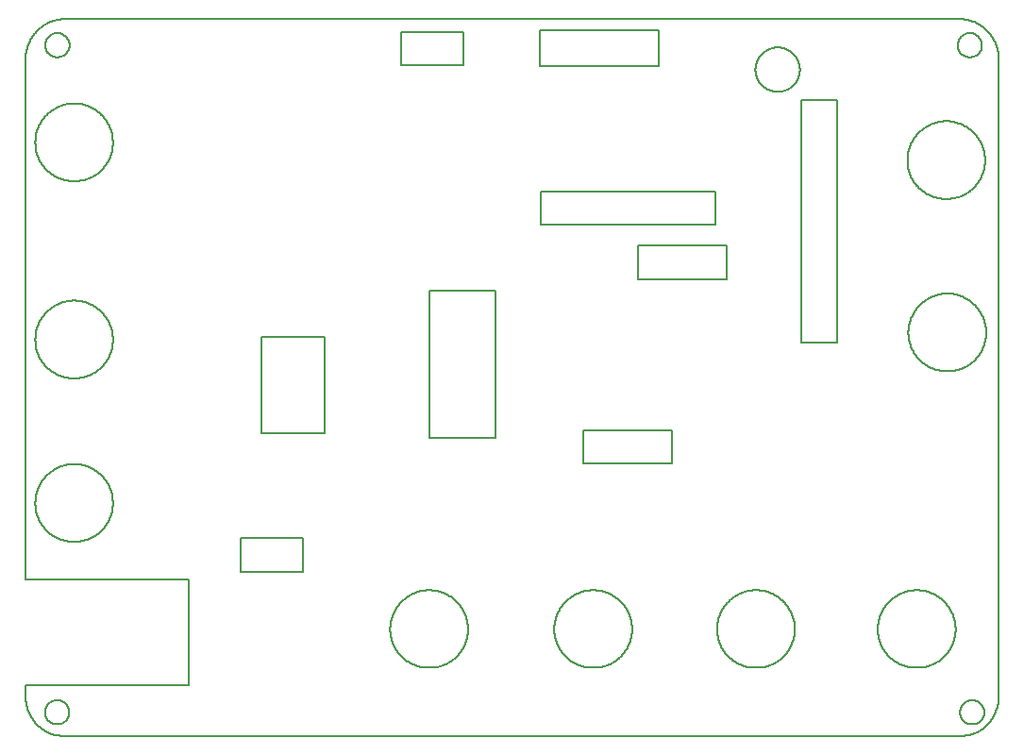
<source format=gm1>
G04 MADE WITH FRITZING*
G04 WWW.FRITZING.ORG*
G04 DOUBLE SIDED*
G04 HOLES PLATED*
G04 CONTOUR ON CENTER OF CONTOUR VECTOR*
%ASAXBY*%
%FSLAX23Y23*%
%MOIN*%
%OFA0B0*%
%SFA1.0B1.0*%
%ADD10C,0.005000*%
%ADD10C,0.008*%
%LNCONTOUR*%
G90*
G70*
G54D10*
G54D10*
X135Y2853D02*
X136Y2853D01*
X137Y2853D01*
X138Y2853D01*
X139Y2853D01*
X140Y2853D01*
X141Y2853D01*
X142Y2853D01*
X143Y2853D01*
X144Y2853D01*
X145Y2853D01*
X146Y2853D01*
X147Y2853D01*
X148Y2853D01*
X149Y2853D01*
X150Y2853D01*
X151Y2853D01*
X152Y2853D01*
X153Y2853D01*
X154Y2853D01*
X155Y2853D01*
X156Y2853D01*
X157Y2853D01*
X158Y2853D01*
X159Y2853D01*
X160Y2853D01*
X161Y2853D01*
X162Y2853D01*
X163Y2853D01*
X164Y2853D01*
X165Y2853D01*
X166Y2853D01*
X167Y2853D01*
X168Y2853D01*
X169Y2853D01*
X170Y2853D01*
X171Y2853D01*
X172Y2853D01*
X173Y2853D01*
X174Y2853D01*
X175Y2853D01*
X176Y2853D01*
X177Y2853D01*
X178Y2853D01*
X179Y2853D01*
X180Y2853D01*
X181Y2853D01*
X182Y2853D01*
X183Y2853D01*
X184Y2853D01*
X185Y2853D01*
X186Y2853D01*
X187Y2853D01*
X188Y2853D01*
X189Y2853D01*
X190Y2853D01*
X191Y2853D01*
X192Y2853D01*
X193Y2853D01*
X194Y2853D01*
X195Y2853D01*
X196Y2853D01*
X197Y2853D01*
X198Y2853D01*
X199Y2853D01*
X200Y2853D01*
X201Y2853D01*
X202Y2853D01*
X203Y2853D01*
X204Y2853D01*
X205Y2853D01*
X206Y2853D01*
X207Y2853D01*
X208Y2853D01*
X209Y2853D01*
X210Y2853D01*
X211Y2853D01*
X212Y2853D01*
X213Y2853D01*
X214Y2853D01*
X215Y2853D01*
X216Y2853D01*
X217Y2853D01*
X218Y2853D01*
X219Y2853D01*
X220Y2853D01*
X221Y2853D01*
X222Y2853D01*
X223Y2853D01*
X224Y2853D01*
X225Y2853D01*
X226Y2853D01*
X227Y2853D01*
X228Y2853D01*
X229Y2853D01*
X230Y2853D01*
X231Y2853D01*
X232Y2853D01*
X233Y2853D01*
X234Y2853D01*
X235Y2853D01*
X236Y2853D01*
X237Y2853D01*
X238Y2853D01*
X239Y2853D01*
X240Y2853D01*
X241Y2853D01*
X242Y2853D01*
X243Y2853D01*
X244Y2853D01*
X245Y2853D01*
X246Y2853D01*
X247Y2853D01*
X248Y2853D01*
X249Y2853D01*
X250Y2853D01*
X251Y2853D01*
X252Y2853D01*
X253Y2853D01*
X254Y2853D01*
X255Y2853D01*
X256Y2853D01*
X257Y2853D01*
X258Y2853D01*
X259Y2853D01*
X260Y2853D01*
X261Y2853D01*
X262Y2853D01*
X263Y2853D01*
X264Y2853D01*
X265Y2853D01*
X266Y2853D01*
X267Y2853D01*
X268Y2853D01*
X269Y2853D01*
X270Y2853D01*
X271Y2853D01*
X272Y2853D01*
X273Y2853D01*
X274Y2853D01*
X275Y2853D01*
X276Y2853D01*
X277Y2853D01*
X278Y2853D01*
X279Y2853D01*
X280Y2853D01*
X281Y2853D01*
X282Y2853D01*
X283Y2853D01*
X284Y2853D01*
X285Y2853D01*
X286Y2853D01*
X287Y2853D01*
X288Y2853D01*
X289Y2853D01*
X290Y2853D01*
X291Y2853D01*
X292Y2853D01*
X293Y2853D01*
X294Y2853D01*
X295Y2853D01*
X296Y2853D01*
X297Y2853D01*
X298Y2853D01*
X299Y2853D01*
X300Y2853D01*
X301Y2853D01*
X302Y2853D01*
X303Y2853D01*
X304Y2853D01*
X305Y2853D01*
X306Y2853D01*
X307Y2853D01*
X308Y2853D01*
X309Y2853D01*
X310Y2853D01*
X311Y2853D01*
X312Y2853D01*
X313Y2853D01*
X314Y2853D01*
X315Y2853D01*
X316Y2853D01*
X317Y2853D01*
X318Y2853D01*
X319Y2853D01*
X320Y2853D01*
X321Y2853D01*
X322Y2853D01*
X323Y2853D01*
X324Y2853D01*
X325Y2853D01*
X326Y2853D01*
X327Y2853D01*
X328Y2853D01*
X329Y2853D01*
X330Y2853D01*
X331Y2853D01*
X332Y2853D01*
X333Y2853D01*
X334Y2853D01*
X335Y2853D01*
X336Y2853D01*
X337Y2853D01*
X338Y2853D01*
X339Y2853D01*
X340Y2853D01*
X341Y2853D01*
X342Y2853D01*
X343Y2853D01*
X344Y2853D01*
X345Y2853D01*
X346Y2853D01*
X347Y2853D01*
X348Y2853D01*
X349Y2853D01*
X350Y2853D01*
X351Y2853D01*
X352Y2853D01*
X353Y2853D01*
X354Y2853D01*
X355Y2853D01*
X356Y2853D01*
X357Y2853D01*
X358Y2853D01*
X359Y2853D01*
X360Y2853D01*
X361Y2853D01*
X362Y2853D01*
X363Y2853D01*
X364Y2853D01*
X365Y2853D01*
X366Y2853D01*
X367Y2853D01*
X368Y2853D01*
X369Y2853D01*
X370Y2853D01*
X371Y2853D01*
X372Y2853D01*
X373Y2853D01*
X374Y2853D01*
X375Y2853D01*
X376Y2853D01*
X377Y2853D01*
X378Y2853D01*
X379Y2853D01*
X380Y2853D01*
X381Y2853D01*
X382Y2853D01*
X383Y2853D01*
X384Y2853D01*
X385Y2853D01*
X386Y2853D01*
X387Y2853D01*
X388Y2853D01*
X389Y2853D01*
X390Y2853D01*
X391Y2853D01*
X392Y2853D01*
X393Y2853D01*
X394Y2853D01*
X395Y2853D01*
X396Y2853D01*
X397Y2853D01*
X398Y2853D01*
X399Y2853D01*
X400Y2853D01*
X401Y2853D01*
X402Y2853D01*
X403Y2853D01*
X404Y2853D01*
X405Y2853D01*
X406Y2853D01*
X407Y2853D01*
X408Y2853D01*
X409Y2853D01*
X410Y2853D01*
X411Y2853D01*
X412Y2853D01*
X413Y2853D01*
X414Y2853D01*
X415Y2853D01*
X416Y2853D01*
X417Y2853D01*
X418Y2853D01*
X419Y2853D01*
X420Y2853D01*
X421Y2853D01*
X422Y2853D01*
X423Y2853D01*
X424Y2853D01*
X425Y2853D01*
X426Y2853D01*
X427Y2853D01*
X428Y2853D01*
X429Y2853D01*
X430Y2853D01*
X431Y2853D01*
X432Y2853D01*
X433Y2853D01*
X434Y2853D01*
X435Y2853D01*
X436Y2853D01*
X437Y2853D01*
X438Y2853D01*
X439Y2853D01*
X440Y2853D01*
X441Y2853D01*
X442Y2853D01*
X443Y2853D01*
X444Y2853D01*
X445Y2853D01*
X446Y2853D01*
X447Y2853D01*
X448Y2853D01*
X449Y2853D01*
X450Y2853D01*
X451Y2853D01*
X452Y2853D01*
X453Y2853D01*
X454Y2853D01*
X455Y2853D01*
X456Y2853D01*
X457Y2853D01*
X458Y2853D01*
X459Y2853D01*
X460Y2853D01*
X461Y2853D01*
X462Y2853D01*
X463Y2853D01*
X464Y2853D01*
X465Y2853D01*
X466Y2853D01*
X467Y2853D01*
X468Y2853D01*
X469Y2853D01*
X470Y2853D01*
X471Y2853D01*
X472Y2853D01*
X473Y2853D01*
X474Y2853D01*
X475Y2853D01*
X476Y2853D01*
X477Y2853D01*
X478Y2853D01*
X479Y2853D01*
X480Y2853D01*
X481Y2853D01*
X482Y2853D01*
X483Y2853D01*
X484Y2853D01*
X485Y2853D01*
X486Y2853D01*
X487Y2853D01*
X488Y2853D01*
X489Y2853D01*
X490Y2853D01*
X491Y2853D01*
X492Y2853D01*
X493Y2853D01*
X494Y2853D01*
X495Y2853D01*
X496Y2853D01*
X497Y2853D01*
X498Y2853D01*
X499Y2853D01*
X500Y2853D01*
X501Y2853D01*
X502Y2853D01*
X503Y2853D01*
X504Y2853D01*
X505Y2853D01*
X506Y2853D01*
X507Y2853D01*
X508Y2853D01*
X509Y2853D01*
X510Y2853D01*
X511Y2853D01*
X512Y2853D01*
X513Y2853D01*
X514Y2853D01*
X515Y2853D01*
X516Y2853D01*
X517Y2853D01*
X518Y2853D01*
X519Y2853D01*
X520Y2853D01*
X521Y2853D01*
X522Y2853D01*
X523Y2853D01*
X524Y2853D01*
X525Y2853D01*
X526Y2853D01*
X527Y2853D01*
X528Y2853D01*
X529Y2853D01*
X530Y2853D01*
X531Y2853D01*
X532Y2853D01*
X533Y2853D01*
X534Y2853D01*
X535Y2853D01*
X536Y2853D01*
X537Y2853D01*
X538Y2853D01*
X539Y2853D01*
X540Y2853D01*
X541Y2853D01*
X542Y2853D01*
X543Y2853D01*
X544Y2853D01*
X545Y2853D01*
X546Y2853D01*
X547Y2853D01*
X548Y2853D01*
X549Y2853D01*
X550Y2853D01*
X551Y2853D01*
X552Y2853D01*
X553Y2853D01*
X554Y2853D01*
X555Y2853D01*
X556Y2853D01*
X557Y2853D01*
X558Y2853D01*
X559Y2853D01*
X560Y2853D01*
X561Y2853D01*
X562Y2853D01*
X563Y2853D01*
X564Y2853D01*
X565Y2853D01*
X566Y2853D01*
X567Y2853D01*
X568Y2853D01*
X569Y2853D01*
X570Y2853D01*
X571Y2853D01*
X572Y2853D01*
X573Y2853D01*
X574Y2853D01*
X575Y2853D01*
X576Y2853D01*
X577Y2853D01*
X578Y2853D01*
X579Y2853D01*
X580Y2853D01*
X581Y2853D01*
X582Y2853D01*
X583Y2853D01*
X584Y2853D01*
X585Y2853D01*
X586Y2853D01*
X587Y2853D01*
X588Y2853D01*
X589Y2853D01*
X590Y2853D01*
X591Y2853D01*
X592Y2853D01*
X593Y2853D01*
X594Y2853D01*
X595Y2853D01*
X596Y2853D01*
X597Y2853D01*
X598Y2853D01*
X599Y2853D01*
X600Y2853D01*
X601Y2853D01*
X602Y2853D01*
X603Y2853D01*
X604Y2853D01*
X605Y2853D01*
X606Y2853D01*
X607Y2853D01*
X608Y2853D01*
X609Y2853D01*
X610Y2853D01*
X611Y2853D01*
X612Y2853D01*
X613Y2853D01*
X614Y2853D01*
X615Y2853D01*
X616Y2853D01*
X617Y2853D01*
X618Y2853D01*
X619Y2853D01*
X620Y2853D01*
X621Y2853D01*
X622Y2853D01*
X623Y2853D01*
X624Y2853D01*
X625Y2853D01*
X626Y2853D01*
X627Y2853D01*
X628Y2853D01*
X629Y2853D01*
X630Y2853D01*
X631Y2853D01*
X632Y2853D01*
X633Y2853D01*
X634Y2853D01*
X635Y2853D01*
X636Y2853D01*
X637Y2853D01*
X638Y2853D01*
X639Y2853D01*
X640Y2853D01*
X641Y2853D01*
X642Y2853D01*
X643Y2853D01*
X644Y2853D01*
X645Y2853D01*
X646Y2853D01*
X647Y2853D01*
X648Y2853D01*
X649Y2853D01*
X650Y2853D01*
X651Y2853D01*
X652Y2853D01*
X653Y2853D01*
X654Y2853D01*
X655Y2853D01*
X656Y2853D01*
X657Y2853D01*
X658Y2853D01*
X659Y2853D01*
X660Y2853D01*
X661Y2853D01*
X662Y2853D01*
X663Y2853D01*
X664Y2853D01*
X665Y2853D01*
X666Y2853D01*
X667Y2853D01*
X668Y2853D01*
X669Y2853D01*
X670Y2853D01*
X671Y2853D01*
X672Y2853D01*
X673Y2853D01*
X674Y2853D01*
X675Y2853D01*
X676Y2853D01*
X677Y2853D01*
X678Y2853D01*
X679Y2853D01*
X680Y2853D01*
X681Y2853D01*
X682Y2853D01*
X683Y2853D01*
X684Y2853D01*
X685Y2853D01*
X686Y2853D01*
X687Y2853D01*
X688Y2853D01*
X689Y2853D01*
X690Y2853D01*
X691Y2853D01*
X692Y2853D01*
X693Y2853D01*
X694Y2853D01*
X695Y2853D01*
X696Y2853D01*
X697Y2853D01*
X698Y2853D01*
X699Y2853D01*
X700Y2853D01*
X701Y2853D01*
X702Y2853D01*
X703Y2853D01*
X704Y2853D01*
X705Y2853D01*
X706Y2853D01*
X707Y2853D01*
X708Y2853D01*
X709Y2853D01*
X710Y2853D01*
X711Y2853D01*
X712Y2853D01*
X713Y2853D01*
X714Y2853D01*
X715Y2853D01*
X716Y2853D01*
X717Y2853D01*
X718Y2853D01*
X719Y2853D01*
X720Y2853D01*
X721Y2853D01*
X722Y2853D01*
X723Y2853D01*
X724Y2853D01*
X725Y2853D01*
X726Y2853D01*
X727Y2853D01*
X728Y2853D01*
X729Y2853D01*
X730Y2853D01*
X731Y2853D01*
X732Y2853D01*
X733Y2853D01*
X734Y2853D01*
X735Y2853D01*
X736Y2853D01*
X737Y2853D01*
X738Y2853D01*
X739Y2853D01*
X740Y2853D01*
X741Y2853D01*
X742Y2853D01*
X743Y2853D01*
X744Y2853D01*
X745Y2853D01*
X746Y2853D01*
X747Y2853D01*
X748Y2853D01*
X749Y2853D01*
X750Y2853D01*
X751Y2853D01*
X752Y2853D01*
X753Y2853D01*
X754Y2853D01*
X755Y2853D01*
X756Y2853D01*
X757Y2853D01*
X758Y2853D01*
X759Y2853D01*
X760Y2853D01*
X761Y2853D01*
X762Y2853D01*
X763Y2853D01*
X764Y2853D01*
X765Y2853D01*
X766Y2853D01*
X767Y2853D01*
X768Y2853D01*
X769Y2853D01*
X770Y2853D01*
X771Y2853D01*
X772Y2853D01*
X773Y2853D01*
X774Y2853D01*
X775Y2853D01*
X776Y2853D01*
X777Y2853D01*
X778Y2853D01*
X779Y2853D01*
X780Y2853D01*
X781Y2853D01*
X782Y2853D01*
X783Y2853D01*
X784Y2853D01*
X785Y2853D01*
X786Y2853D01*
X787Y2853D01*
X788Y2853D01*
X789Y2853D01*
X790Y2853D01*
X791Y2853D01*
X792Y2853D01*
X793Y2853D01*
X794Y2853D01*
X795Y2853D01*
X796Y2853D01*
X797Y2853D01*
X798Y2853D01*
X799Y2853D01*
X800Y2853D01*
X801Y2853D01*
X802Y2853D01*
X803Y2853D01*
X804Y2853D01*
X805Y2853D01*
X806Y2853D01*
X807Y2853D01*
X808Y2853D01*
X809Y2853D01*
X810Y2853D01*
X811Y2853D01*
X812Y2853D01*
X813Y2853D01*
X814Y2853D01*
X815Y2853D01*
X816Y2853D01*
X817Y2853D01*
X818Y2853D01*
X819Y2853D01*
X820Y2853D01*
X821Y2853D01*
X822Y2853D01*
X823Y2853D01*
X824Y2853D01*
X825Y2853D01*
X826Y2853D01*
X827Y2853D01*
X828Y2853D01*
X829Y2853D01*
X830Y2853D01*
X831Y2853D01*
X832Y2853D01*
X833Y2853D01*
X834Y2853D01*
X835Y2853D01*
X836Y2853D01*
X837Y2853D01*
X838Y2853D01*
X839Y2853D01*
X840Y2853D01*
X841Y2853D01*
X842Y2853D01*
X843Y2853D01*
X844Y2853D01*
X845Y2853D01*
X846Y2853D01*
X847Y2853D01*
X848Y2853D01*
X849Y2853D01*
X850Y2853D01*
X851Y2853D01*
X852Y2853D01*
X853Y2853D01*
X854Y2853D01*
X855Y2853D01*
X856Y2853D01*
X857Y2853D01*
X858Y2853D01*
X859Y2853D01*
X860Y2853D01*
X861Y2853D01*
X862Y2853D01*
X863Y2853D01*
X864Y2853D01*
X865Y2853D01*
X866Y2853D01*
X867Y2853D01*
X868Y2853D01*
X869Y2853D01*
X870Y2853D01*
X871Y2853D01*
X872Y2853D01*
X873Y2853D01*
X874Y2853D01*
X875Y2853D01*
X876Y2853D01*
X877Y2853D01*
X878Y2853D01*
X879Y2853D01*
X880Y2853D01*
X881Y2853D01*
X882Y2853D01*
X883Y2853D01*
X884Y2853D01*
X885Y2853D01*
X886Y2853D01*
X887Y2853D01*
X888Y2853D01*
X889Y2853D01*
X890Y2853D01*
X891Y2853D01*
X892Y2853D01*
X893Y2853D01*
X894Y2853D01*
X895Y2853D01*
X896Y2853D01*
X897Y2853D01*
X898Y2853D01*
X899Y2853D01*
X900Y2853D01*
X901Y2853D01*
X902Y2853D01*
X903Y2853D01*
X904Y2853D01*
X905Y2853D01*
X906Y2853D01*
X907Y2853D01*
X908Y2853D01*
X909Y2853D01*
X910Y2853D01*
X911Y2853D01*
X912Y2853D01*
X913Y2853D01*
X914Y2853D01*
X915Y2853D01*
X916Y2853D01*
X917Y2853D01*
X918Y2853D01*
X919Y2853D01*
X920Y2853D01*
X921Y2853D01*
X922Y2853D01*
X923Y2853D01*
X924Y2853D01*
X925Y2853D01*
X926Y2853D01*
X927Y2853D01*
X928Y2853D01*
X929Y2853D01*
X930Y2853D01*
X931Y2853D01*
X932Y2853D01*
X933Y2853D01*
X934Y2853D01*
X935Y2853D01*
X936Y2853D01*
X937Y2853D01*
X938Y2853D01*
X939Y2853D01*
X940Y2853D01*
X941Y2853D01*
X942Y2853D01*
X943Y2853D01*
X944Y2853D01*
X945Y2853D01*
X946Y2853D01*
X947Y2853D01*
X948Y2853D01*
X949Y2853D01*
X950Y2853D01*
X951Y2853D01*
X952Y2853D01*
X953Y2853D01*
X954Y2853D01*
X955Y2853D01*
X956Y2853D01*
X957Y2853D01*
X958Y2853D01*
X959Y2853D01*
X960Y2853D01*
X961Y2853D01*
X962Y2853D01*
X963Y2853D01*
X964Y2853D01*
X965Y2853D01*
X966Y2853D01*
X967Y2853D01*
X968Y2853D01*
X969Y2853D01*
X970Y2853D01*
X971Y2853D01*
X972Y2853D01*
X973Y2853D01*
X974Y2853D01*
X975Y2853D01*
X976Y2853D01*
X977Y2853D01*
X978Y2853D01*
X979Y2853D01*
X980Y2853D01*
X981Y2853D01*
X982Y2853D01*
X983Y2853D01*
X984Y2853D01*
X985Y2853D01*
X986Y2853D01*
X987Y2853D01*
X988Y2853D01*
X989Y2853D01*
X990Y2853D01*
X991Y2853D01*
X992Y2853D01*
X993Y2853D01*
X994Y2853D01*
X995Y2853D01*
X996Y2853D01*
X997Y2853D01*
X998Y2853D01*
X999Y2853D01*
X1000Y2853D01*
X1001Y2853D01*
X1002Y2853D01*
X1003Y2853D01*
X1004Y2853D01*
X1005Y2853D01*
X1006Y2853D01*
X1007Y2853D01*
X1008Y2853D01*
X1009Y2853D01*
X1010Y2853D01*
X1011Y2853D01*
X1012Y2853D01*
X1013Y2853D01*
X1014Y2853D01*
X1015Y2853D01*
X1016Y2853D01*
X1017Y2853D01*
X1018Y2853D01*
X1019Y2853D01*
X1020Y2853D01*
X1021Y2853D01*
X1022Y2853D01*
X1023Y2853D01*
X1024Y2853D01*
X1025Y2853D01*
X1026Y2853D01*
X1027Y2853D01*
X1028Y2853D01*
X1029Y2853D01*
X1030Y2853D01*
X1031Y2853D01*
X1032Y2853D01*
X1033Y2853D01*
X1034Y2853D01*
X1035Y2853D01*
X1036Y2853D01*
X1037Y2853D01*
X1038Y2853D01*
X1039Y2853D01*
X1040Y2853D01*
X1041Y2853D01*
X1042Y2853D01*
X1043Y2853D01*
X1044Y2853D01*
X1045Y2853D01*
X1046Y2853D01*
X1047Y2853D01*
X1048Y2853D01*
X1049Y2853D01*
X1050Y2853D01*
X1051Y2853D01*
X1052Y2853D01*
X1053Y2853D01*
X1054Y2853D01*
X1055Y2853D01*
X1056Y2853D01*
X1057Y2853D01*
X1058Y2853D01*
X1059Y2853D01*
X1060Y2853D01*
X1061Y2853D01*
X1062Y2853D01*
X1063Y2853D01*
X1064Y2853D01*
X1065Y2853D01*
X1066Y2853D01*
X1067Y2853D01*
X1068Y2853D01*
X1069Y2853D01*
X1070Y2853D01*
X1071Y2853D01*
X1072Y2853D01*
X1073Y2853D01*
X1074Y2853D01*
X1075Y2853D01*
X1076Y2853D01*
X1077Y2853D01*
X1078Y2853D01*
X1079Y2853D01*
X1080Y2853D01*
X1081Y2853D01*
X1082Y2853D01*
X1083Y2853D01*
X1084Y2853D01*
X1085Y2853D01*
X1086Y2853D01*
X1087Y2853D01*
X1088Y2853D01*
X1089Y2853D01*
X1090Y2853D01*
X1091Y2853D01*
X1092Y2853D01*
X1093Y2853D01*
X1094Y2853D01*
X1095Y2853D01*
X1096Y2853D01*
X1097Y2853D01*
X1098Y2853D01*
X1099Y2853D01*
X1100Y2853D01*
X1101Y2853D01*
X1102Y2853D01*
X1103Y2853D01*
X1104Y2853D01*
X1105Y2853D01*
X1106Y2853D01*
X1107Y2853D01*
X1108Y2853D01*
X1109Y2853D01*
X1110Y2853D01*
X1111Y2853D01*
X1112Y2853D01*
X1113Y2853D01*
X1114Y2853D01*
X1115Y2853D01*
X1116Y2853D01*
X1117Y2853D01*
X1118Y2853D01*
X1119Y2853D01*
X1120Y2853D01*
X1121Y2853D01*
X1122Y2853D01*
X1123Y2853D01*
X1124Y2853D01*
X1125Y2853D01*
X1126Y2853D01*
X1127Y2853D01*
X1128Y2853D01*
X1129Y2853D01*
X1130Y2853D01*
X1131Y2853D01*
X1132Y2853D01*
X1133Y2853D01*
X1134Y2853D01*
X1135Y2853D01*
X1136Y2853D01*
X1137Y2853D01*
X1138Y2853D01*
X1139Y2853D01*
X1140Y2853D01*
X1141Y2853D01*
X1142Y2853D01*
X1143Y2853D01*
X1144Y2853D01*
X1145Y2853D01*
X1146Y2853D01*
X1147Y2853D01*
X1148Y2853D01*
X1149Y2853D01*
X1150Y2853D01*
X1151Y2853D01*
X1152Y2853D01*
X1153Y2853D01*
X1154Y2853D01*
X1155Y2853D01*
X1156Y2853D01*
X1157Y2853D01*
X1158Y2853D01*
X1159Y2853D01*
X1160Y2853D01*
X1161Y2853D01*
X1162Y2853D01*
X1163Y2853D01*
X1164Y2853D01*
X1165Y2853D01*
X1166Y2853D01*
X1167Y2853D01*
X1168Y2853D01*
X1169Y2853D01*
X1170Y2853D01*
X1171Y2853D01*
X1172Y2853D01*
X1173Y2853D01*
X1174Y2853D01*
X1175Y2853D01*
X1176Y2853D01*
X1177Y2853D01*
X1178Y2853D01*
X1179Y2853D01*
X1180Y2853D01*
X1181Y2853D01*
X1182Y2853D01*
X1183Y2853D01*
X1184Y2853D01*
X1185Y2853D01*
X1186Y2853D01*
X1187Y2853D01*
X1188Y2853D01*
X1189Y2853D01*
X1190Y2853D01*
X1191Y2853D01*
X1192Y2853D01*
X1193Y2853D01*
X1194Y2853D01*
X1195Y2853D01*
X1196Y2853D01*
X1197Y2853D01*
X1198Y2853D01*
X1199Y2853D01*
X1200Y2853D01*
X1201Y2853D01*
X1202Y2853D01*
X1203Y2853D01*
X1204Y2853D01*
X1205Y2853D01*
X1206Y2853D01*
X1207Y2853D01*
X1208Y2853D01*
X1209Y2853D01*
X1210Y2853D01*
X1211Y2853D01*
X1212Y2853D01*
X1213Y2853D01*
X1214Y2853D01*
X1215Y2853D01*
X1216Y2853D01*
X1217Y2853D01*
X1218Y2853D01*
X1219Y2853D01*
X1220Y2853D01*
X1221Y2853D01*
X1222Y2853D01*
X1223Y2853D01*
X1224Y2853D01*
X1225Y2853D01*
X1226Y2853D01*
X1227Y2853D01*
X1228Y2853D01*
X1229Y2853D01*
X1230Y2853D01*
X1231Y2853D01*
X1232Y2853D01*
X1233Y2853D01*
X1234Y2853D01*
X1235Y2853D01*
X1236Y2853D01*
X1237Y2853D01*
X1238Y2853D01*
X1239Y2853D01*
X1240Y2853D01*
X1241Y2853D01*
X1242Y2853D01*
X1243Y2853D01*
X1244Y2853D01*
X1245Y2853D01*
X1246Y2853D01*
X1247Y2853D01*
X1248Y2853D01*
X1249Y2853D01*
X1250Y2853D01*
X1251Y2853D01*
X1252Y2853D01*
X1253Y2853D01*
X1254Y2853D01*
X1255Y2853D01*
X1256Y2853D01*
X1257Y2853D01*
X1258Y2853D01*
X1259Y2853D01*
X1260Y2853D01*
X1261Y2853D01*
X1262Y2853D01*
X1263Y2853D01*
X1264Y2853D01*
X1265Y2853D01*
X1266Y2853D01*
X1267Y2853D01*
X1268Y2853D01*
X1269Y2853D01*
X1270Y2853D01*
X1271Y2853D01*
X1272Y2853D01*
X1273Y2853D01*
X1274Y2853D01*
X1275Y2853D01*
X1276Y2853D01*
X1277Y2853D01*
X1278Y2853D01*
X1279Y2853D01*
X1280Y2853D01*
X1281Y2853D01*
X1282Y2853D01*
X1283Y2853D01*
X1284Y2853D01*
X1285Y2853D01*
X1286Y2853D01*
X1287Y2853D01*
X1288Y2853D01*
X1289Y2853D01*
X1290Y2853D01*
X1291Y2853D01*
X1292Y2853D01*
X1293Y2853D01*
X1294Y2853D01*
X1295Y2853D01*
X1296Y2853D01*
X1297Y2853D01*
X1298Y2853D01*
X1299Y2853D01*
X1300Y2853D01*
X1301Y2853D01*
X1302Y2853D01*
X1303Y2853D01*
X1304Y2853D01*
X1305Y2853D01*
X1306Y2853D01*
X1307Y2853D01*
X1308Y2853D01*
X1309Y2853D01*
X1310Y2853D01*
X1311Y2853D01*
X1312Y2853D01*
X1313Y2853D01*
X1314Y2853D01*
X1315Y2853D01*
X1316Y2853D01*
X1317Y2853D01*
X1318Y2853D01*
X1319Y2853D01*
X1320Y2853D01*
X1321Y2853D01*
X1322Y2853D01*
X1323Y2853D01*
X1324Y2853D01*
X1325Y2853D01*
X1326Y2853D01*
X1327Y2853D01*
X1328Y2853D01*
X1329Y2853D01*
X1330Y2853D01*
X1331Y2853D01*
X1332Y2853D01*
X1333Y2853D01*
X1334Y2853D01*
X1335Y2853D01*
X1336Y2853D01*
X1337Y2853D01*
X1338Y2853D01*
X1339Y2853D01*
X1340Y2853D01*
X1341Y2853D01*
X1342Y2853D01*
X1343Y2853D01*
X1344Y2853D01*
X1345Y2853D01*
X1346Y2853D01*
X1347Y2853D01*
X1348Y2853D01*
X1349Y2853D01*
X1350Y2853D01*
X1351Y2853D01*
X1352Y2853D01*
X1353Y2853D01*
X1354Y2853D01*
X1355Y2853D01*
X1356Y2853D01*
X1357Y2853D01*
X1358Y2853D01*
X1359Y2853D01*
X1360Y2853D01*
X1361Y2853D01*
X1362Y2853D01*
X1363Y2853D01*
X1364Y2853D01*
X1365Y2853D01*
X1366Y2853D01*
X1367Y2853D01*
X1368Y2853D01*
X1369Y2853D01*
X1370Y2853D01*
X1371Y2853D01*
X1372Y2853D01*
X1373Y2853D01*
X1374Y2853D01*
X1375Y2853D01*
X1376Y2853D01*
X1377Y2853D01*
X1378Y2853D01*
X1379Y2853D01*
X1380Y2853D01*
X1381Y2853D01*
X1382Y2853D01*
X1383Y2853D01*
X1384Y2853D01*
X1385Y2853D01*
X1386Y2853D01*
X1387Y2853D01*
X1388Y2853D01*
X1389Y2853D01*
X1390Y2853D01*
X1391Y2853D01*
X1392Y2853D01*
X1393Y2853D01*
X1394Y2853D01*
X1395Y2853D01*
X1396Y2853D01*
X1397Y2853D01*
X1398Y2853D01*
X1399Y2853D01*
X1400Y2853D01*
X1401Y2853D01*
X1402Y2853D01*
X1403Y2853D01*
X1404Y2853D01*
X1405Y2853D01*
X1406Y2853D01*
X1407Y2853D01*
X1408Y2853D01*
X1409Y2853D01*
X1410Y2853D01*
X1411Y2853D01*
X1412Y2853D01*
X1413Y2853D01*
X1414Y2853D01*
X1415Y2853D01*
X1416Y2853D01*
X1417Y2853D01*
X1418Y2853D01*
X1419Y2853D01*
X1420Y2853D01*
X1421Y2853D01*
X1422Y2853D01*
X1423Y2853D01*
X1424Y2853D01*
X1425Y2853D01*
X1426Y2853D01*
X1427Y2853D01*
X1428Y2853D01*
X1429Y2853D01*
X1430Y2853D01*
X1431Y2853D01*
X1432Y2853D01*
X1433Y2853D01*
X1434Y2853D01*
X1435Y2853D01*
X1436Y2853D01*
X1437Y2853D01*
X1438Y2853D01*
X1439Y2853D01*
X1440Y2853D01*
X1441Y2853D01*
X1442Y2853D01*
X1443Y2853D01*
X1444Y2853D01*
X1445Y2853D01*
X1446Y2853D01*
X1447Y2853D01*
X1448Y2853D01*
X1449Y2853D01*
X1450Y2853D01*
X1451Y2853D01*
X1452Y2853D01*
X1453Y2853D01*
X1454Y2853D01*
X1455Y2853D01*
X1456Y2853D01*
X1457Y2853D01*
X1458Y2853D01*
X1459Y2853D01*
X1460Y2853D01*
X1461Y2853D01*
X1462Y2853D01*
X1463Y2853D01*
X1464Y2853D01*
X1465Y2853D01*
X1466Y2853D01*
X1467Y2853D01*
X1468Y2853D01*
X1469Y2853D01*
X1470Y2853D01*
X1471Y2853D01*
X1472Y2853D01*
X1473Y2853D01*
X1474Y2853D01*
X1475Y2853D01*
X1476Y2853D01*
X1477Y2853D01*
X1478Y2853D01*
X1479Y2853D01*
X1480Y2853D01*
X1481Y2853D01*
X1482Y2853D01*
X1483Y2853D01*
X1484Y2853D01*
X1485Y2853D01*
X1486Y2853D01*
X1487Y2853D01*
X1488Y2853D01*
X1489Y2853D01*
X1490Y2853D01*
X1491Y2853D01*
X1492Y2853D01*
X1493Y2853D01*
X1494Y2853D01*
X1495Y2853D01*
X1496Y2853D01*
X1497Y2853D01*
X1498Y2853D01*
X1499Y2853D01*
X1500Y2853D01*
X1501Y2853D01*
X1502Y2853D01*
X1503Y2853D01*
X1504Y2853D01*
X1505Y2853D01*
X1506Y2853D01*
X1507Y2853D01*
X1508Y2853D01*
X1509Y2853D01*
X1510Y2853D01*
X1511Y2853D01*
X1512Y2853D01*
X1513Y2853D01*
X1514Y2853D01*
X1515Y2853D01*
X1516Y2853D01*
X1517Y2853D01*
X1518Y2853D01*
X1519Y2853D01*
X1520Y2853D01*
X1521Y2853D01*
X1522Y2853D01*
X1523Y2853D01*
X1524Y2853D01*
X1525Y2853D01*
X1526Y2853D01*
X1527Y2853D01*
X1528Y2853D01*
X1529Y2853D01*
X1530Y2853D01*
X1531Y2853D01*
X1532Y2853D01*
X1533Y2853D01*
X1534Y2853D01*
X1535Y2853D01*
X1536Y2853D01*
X1537Y2853D01*
X1538Y2853D01*
X1539Y2853D01*
X1540Y2853D01*
X1541Y2853D01*
X1542Y2853D01*
X1543Y2853D01*
X1544Y2853D01*
X1545Y2853D01*
X1546Y2853D01*
X1547Y2853D01*
X1548Y2853D01*
X1549Y2853D01*
X1550Y2853D01*
X1551Y2853D01*
X1552Y2853D01*
X1553Y2853D01*
X1554Y2853D01*
X1555Y2853D01*
X1556Y2853D01*
X1557Y2853D01*
X1558Y2853D01*
X1559Y2853D01*
X1560Y2853D01*
X1561Y2853D01*
X1562Y2853D01*
X1563Y2853D01*
X1564Y2853D01*
X1565Y2853D01*
X1566Y2853D01*
X1567Y2853D01*
X1568Y2853D01*
X1569Y2853D01*
X1570Y2853D01*
X1571Y2853D01*
X1572Y2853D01*
X1573Y2853D01*
X1574Y2853D01*
X1575Y2853D01*
X1576Y2853D01*
X1577Y2853D01*
X1578Y2853D01*
X1579Y2853D01*
X1580Y2853D01*
X1581Y2853D01*
X1582Y2853D01*
X1583Y2853D01*
X1584Y2853D01*
X1585Y2853D01*
X1586Y2853D01*
X1587Y2853D01*
X1588Y2853D01*
X1589Y2853D01*
X1590Y2853D01*
X1591Y2853D01*
X1592Y2853D01*
X1593Y2853D01*
X1594Y2853D01*
X1595Y2853D01*
X1596Y2853D01*
X1597Y2853D01*
X1598Y2853D01*
X1599Y2853D01*
X1600Y2853D01*
X1601Y2853D01*
X1602Y2853D01*
X1603Y2853D01*
X1604Y2853D01*
X1605Y2853D01*
X1606Y2853D01*
X1607Y2853D01*
X1608Y2853D01*
X1609Y2853D01*
X1610Y2853D01*
X1611Y2853D01*
X1612Y2853D01*
X1613Y2853D01*
X1614Y2853D01*
X1615Y2853D01*
X1616Y2853D01*
X1617Y2853D01*
X1618Y2853D01*
X1619Y2853D01*
X1620Y2853D01*
X1621Y2853D01*
X1622Y2853D01*
X1623Y2853D01*
X1624Y2853D01*
X1625Y2853D01*
X1626Y2853D01*
X1627Y2853D01*
X1628Y2853D01*
X1629Y2853D01*
X1630Y2853D01*
X1631Y2853D01*
X1632Y2853D01*
X1633Y2853D01*
X1634Y2853D01*
X1635Y2853D01*
X1636Y2853D01*
X1637Y2853D01*
X1638Y2853D01*
X1639Y2853D01*
X1640Y2853D01*
X1641Y2853D01*
X1642Y2853D01*
X1643Y2853D01*
X1644Y2853D01*
X1645Y2853D01*
X1646Y2853D01*
X1647Y2853D01*
X1648Y2853D01*
X1649Y2853D01*
X1650Y2853D01*
X1651Y2853D01*
X1652Y2853D01*
X1653Y2853D01*
X1654Y2853D01*
X1655Y2853D01*
X1656Y2853D01*
X1657Y2853D01*
X1658Y2853D01*
X1659Y2853D01*
X1660Y2853D01*
X1661Y2853D01*
X1662Y2853D01*
X1663Y2853D01*
X1664Y2853D01*
X1665Y2853D01*
X1666Y2853D01*
X1667Y2853D01*
X1668Y2853D01*
X1669Y2853D01*
X1670Y2853D01*
X1671Y2853D01*
X1672Y2853D01*
X1673Y2853D01*
X1674Y2853D01*
X1675Y2853D01*
X1676Y2853D01*
X1677Y2853D01*
X1678Y2853D01*
X1679Y2853D01*
X1680Y2853D01*
X1681Y2853D01*
X1682Y2853D01*
X1683Y2853D01*
X1684Y2853D01*
X1685Y2853D01*
X1686Y2853D01*
X1687Y2853D01*
X1688Y2853D01*
X1689Y2853D01*
X1690Y2853D01*
X1691Y2853D01*
X1692Y2853D01*
X1693Y2853D01*
X1694Y2853D01*
X1695Y2853D01*
X1696Y2853D01*
X1697Y2853D01*
X1698Y2853D01*
X1699Y2853D01*
X1700Y2853D01*
X1701Y2853D01*
X1702Y2853D01*
X1703Y2853D01*
X1704Y2853D01*
X1705Y2853D01*
X1706Y2853D01*
X1707Y2853D01*
X1708Y2853D01*
X1709Y2853D01*
X1710Y2853D01*
X1711Y2853D01*
X1712Y2853D01*
X1713Y2853D01*
X1714Y2853D01*
X1715Y2853D01*
X1716Y2853D01*
X1717Y2853D01*
X1718Y2853D01*
X1719Y2853D01*
X1720Y2853D01*
X1721Y2853D01*
X1722Y2853D01*
X1723Y2853D01*
X1724Y2853D01*
X1725Y2853D01*
X1726Y2853D01*
X1727Y2853D01*
X1728Y2853D01*
X1729Y2853D01*
X1730Y2853D01*
X1731Y2853D01*
X1732Y2853D01*
X1733Y2853D01*
X1734Y2853D01*
X1735Y2853D01*
X1736Y2853D01*
X1737Y2853D01*
X1738Y2853D01*
X1739Y2853D01*
X1740Y2853D01*
X1741Y2853D01*
X1742Y2853D01*
X1743Y2853D01*
X1744Y2853D01*
X1745Y2853D01*
X1746Y2853D01*
X1747Y2853D01*
X1748Y2853D01*
X1749Y2853D01*
X1750Y2853D01*
X1751Y2853D01*
X1752Y2853D01*
X1753Y2853D01*
X1754Y2853D01*
X1755Y2853D01*
X1756Y2853D01*
X1757Y2853D01*
X1758Y2853D01*
X1759Y2853D01*
X1760Y2853D01*
X1761Y2853D01*
X1762Y2853D01*
X1763Y2853D01*
X1764Y2853D01*
X1765Y2853D01*
X1766Y2853D01*
X1767Y2853D01*
X1768Y2853D01*
X1769Y2853D01*
X1770Y2853D01*
X1771Y2853D01*
X1772Y2853D01*
X1773Y2853D01*
X1774Y2853D01*
X1775Y2853D01*
X1776Y2853D01*
X1777Y2853D01*
X1778Y2853D01*
X1779Y2853D01*
X1780Y2853D01*
X1781Y2853D01*
X1782Y2853D01*
X1783Y2853D01*
X1784Y2853D01*
X1785Y2853D01*
X1786Y2853D01*
X1787Y2853D01*
X1788Y2853D01*
X1789Y2853D01*
X1790Y2853D01*
X1791Y2853D01*
X1792Y2853D01*
X1793Y2853D01*
X1794Y2853D01*
X1795Y2853D01*
X1796Y2853D01*
X1797Y2853D01*
X1798Y2853D01*
X1799Y2853D01*
X1800Y2853D01*
X1801Y2853D01*
X1802Y2853D01*
X1803Y2853D01*
X1804Y2853D01*
X1805Y2853D01*
X1806Y2853D01*
X1807Y2853D01*
X1808Y2853D01*
X1809Y2853D01*
X1810Y2853D01*
X1811Y2853D01*
X1812Y2853D01*
X1813Y2853D01*
X1814Y2853D01*
X1815Y2853D01*
X1816Y2853D01*
X1817Y2853D01*
X1818Y2853D01*
X1819Y2853D01*
X1820Y2853D01*
X1821Y2853D01*
X1822Y2853D01*
X1823Y2853D01*
X1824Y2853D01*
X1825Y2853D01*
X1826Y2853D01*
X1827Y2853D01*
X1828Y2853D01*
X1829Y2853D01*
X1830Y2853D01*
X1831Y2853D01*
X1832Y2853D01*
X1833Y2853D01*
X1834Y2853D01*
X1835Y2853D01*
X1836Y2853D01*
X1837Y2853D01*
X1838Y2853D01*
X1839Y2853D01*
X1840Y2853D01*
X1841Y2853D01*
X1842Y2853D01*
X1843Y2853D01*
X1844Y2853D01*
X1845Y2853D01*
X1846Y2853D01*
X1847Y2853D01*
X1848Y2853D01*
X1849Y2853D01*
X1850Y2853D01*
X1851Y2853D01*
X1852Y2853D01*
X1853Y2853D01*
X1854Y2853D01*
X1855Y2853D01*
X1856Y2853D01*
X1857Y2853D01*
X1858Y2853D01*
X1859Y2853D01*
X1860Y2853D01*
X1861Y2853D01*
X1862Y2853D01*
X1863Y2853D01*
X1864Y2853D01*
X1865Y2853D01*
X1866Y2853D01*
X1867Y2853D01*
X1868Y2853D01*
X1869Y2853D01*
X1870Y2853D01*
X1871Y2853D01*
X1872Y2853D01*
X1873Y2853D01*
X1874Y2853D01*
X1875Y2853D01*
X1876Y2853D01*
X1877Y2853D01*
X1878Y2853D01*
X1879Y2853D01*
X1880Y2853D01*
X1881Y2853D01*
X1882Y2853D01*
X1883Y2853D01*
X1884Y2853D01*
X1885Y2853D01*
X1886Y2853D01*
X1887Y2853D01*
X1888Y2853D01*
X1889Y2853D01*
X1890Y2853D01*
X1891Y2853D01*
X1892Y2853D01*
X1893Y2853D01*
X1894Y2853D01*
X1895Y2853D01*
X1896Y2853D01*
X1897Y2853D01*
X1898Y2853D01*
X1899Y2853D01*
X1900Y2853D01*
X1901Y2853D01*
X1902Y2853D01*
X1903Y2853D01*
X1904Y2853D01*
X1905Y2853D01*
X1906Y2853D01*
X1907Y2853D01*
X1908Y2853D01*
X1909Y2853D01*
X1910Y2853D01*
X1911Y2853D01*
X1912Y2853D01*
X1913Y2853D01*
X1914Y2853D01*
X1915Y2853D01*
X1916Y2853D01*
X1917Y2853D01*
X1918Y2853D01*
X1919Y2853D01*
X1920Y2853D01*
X1921Y2853D01*
X1922Y2853D01*
X1923Y2853D01*
X1924Y2853D01*
X1925Y2853D01*
X1926Y2853D01*
X1927Y2853D01*
X1928Y2853D01*
X1929Y2853D01*
X1930Y2853D01*
X1931Y2853D01*
X1932Y2853D01*
X1933Y2853D01*
X1934Y2853D01*
X1935Y2853D01*
X1936Y2853D01*
X1937Y2853D01*
X1938Y2853D01*
X1939Y2853D01*
X1940Y2853D01*
X1941Y2853D01*
X1942Y2853D01*
X1943Y2853D01*
X1944Y2853D01*
X1945Y2853D01*
X1946Y2853D01*
X1947Y2853D01*
X1948Y2853D01*
X1949Y2853D01*
X1950Y2853D01*
X1951Y2853D01*
X1952Y2853D01*
X1953Y2853D01*
X1954Y2853D01*
X1955Y2853D01*
X1956Y2853D01*
X1957Y2853D01*
X1958Y2853D01*
X1959Y2853D01*
X1960Y2853D01*
X1961Y2853D01*
X1962Y2853D01*
X1963Y2853D01*
X1964Y2853D01*
X1965Y2853D01*
X1966Y2853D01*
X1967Y2853D01*
X1968Y2853D01*
X1969Y2853D01*
X1970Y2853D01*
X1971Y2853D01*
X1972Y2853D01*
X1973Y2853D01*
X1974Y2853D01*
X1975Y2853D01*
X1976Y2853D01*
X1977Y2853D01*
X1978Y2853D01*
X1979Y2853D01*
X1980Y2853D01*
X1981Y2853D01*
X1982Y2853D01*
X1983Y2853D01*
X1984Y2853D01*
X1985Y2853D01*
X1986Y2853D01*
X1987Y2853D01*
X1988Y2853D01*
X1989Y2853D01*
X1990Y2853D01*
X1991Y2853D01*
X1992Y2853D01*
X1993Y2853D01*
X1994Y2853D01*
X1995Y2853D01*
X1996Y2853D01*
X1997Y2853D01*
X1998Y2853D01*
X1999Y2853D01*
X2000Y2853D01*
X2001Y2853D01*
X2002Y2853D01*
X2003Y2853D01*
X2004Y2853D01*
X2005Y2853D01*
X2006Y2853D01*
X2007Y2853D01*
X2008Y2853D01*
X2009Y2853D01*
X2010Y2853D01*
X2011Y2853D01*
X2012Y2853D01*
X2013Y2853D01*
X2014Y2853D01*
X2015Y2853D01*
X2016Y2853D01*
X2017Y2853D01*
X2018Y2853D01*
X2019Y2853D01*
X2020Y2853D01*
X2021Y2853D01*
X2022Y2853D01*
X2023Y2853D01*
X2024Y2853D01*
X2025Y2853D01*
X2026Y2853D01*
X2027Y2853D01*
X2028Y2853D01*
X2029Y2853D01*
X2030Y2853D01*
X2031Y2853D01*
X2032Y2853D01*
X2033Y2853D01*
X2034Y2853D01*
X2035Y2853D01*
X2036Y2853D01*
X2037Y2853D01*
X2038Y2853D01*
X2039Y2853D01*
X2040Y2853D01*
X2041Y2853D01*
X2042Y2853D01*
X2043Y2853D01*
X2044Y2853D01*
X2045Y2853D01*
X2046Y2853D01*
X2047Y2853D01*
X2048Y2853D01*
X2049Y2853D01*
X2050Y2853D01*
X2051Y2853D01*
X2052Y2853D01*
X2053Y2853D01*
X2054Y2853D01*
X2055Y2853D01*
X2056Y2853D01*
X2057Y2853D01*
X2058Y2853D01*
X2059Y2853D01*
X2060Y2853D01*
X2061Y2853D01*
X2062Y2853D01*
X2063Y2853D01*
X2064Y2853D01*
X2065Y2853D01*
X2066Y2853D01*
X2067Y2853D01*
X2068Y2853D01*
X2069Y2853D01*
X2070Y2853D01*
X2071Y2853D01*
X2072Y2853D01*
X2073Y2853D01*
X2074Y2853D01*
X2075Y2853D01*
X2076Y2853D01*
X2077Y2853D01*
X2078Y2853D01*
X2079Y2853D01*
X2080Y2853D01*
X2081Y2853D01*
X2082Y2853D01*
X2083Y2853D01*
X2084Y2853D01*
X2085Y2853D01*
X2086Y2853D01*
X2087Y2853D01*
X2088Y2853D01*
X2089Y2853D01*
X2090Y2853D01*
X2091Y2853D01*
X2092Y2853D01*
X2093Y2853D01*
X2094Y2853D01*
X2095Y2853D01*
X2096Y2853D01*
X2097Y2853D01*
X2098Y2853D01*
X2099Y2853D01*
X2100Y2853D01*
X2101Y2853D01*
X2102Y2853D01*
X2103Y2853D01*
X2104Y2853D01*
X2105Y2853D01*
X2106Y2853D01*
X2107Y2853D01*
X2108Y2853D01*
X2109Y2853D01*
X2110Y2853D01*
X2111Y2853D01*
X2112Y2853D01*
X2113Y2853D01*
X2114Y2853D01*
X2115Y2853D01*
X2116Y2853D01*
X2117Y2853D01*
X2118Y2853D01*
X2119Y2853D01*
X2120Y2853D01*
X2121Y2853D01*
X2122Y2853D01*
X2123Y2853D01*
X2124Y2853D01*
X2125Y2853D01*
X2126Y2853D01*
X2127Y2853D01*
X2128Y2853D01*
X2129Y2853D01*
X2130Y2853D01*
X2131Y2853D01*
X2132Y2853D01*
X2133Y2853D01*
X2134Y2853D01*
X2135Y2853D01*
X2136Y2853D01*
X2137Y2853D01*
X2138Y2853D01*
X2139Y2853D01*
X2140Y2853D01*
X2141Y2853D01*
X2142Y2853D01*
X2143Y2853D01*
X2144Y2853D01*
X2145Y2853D01*
X2146Y2853D01*
X2147Y2853D01*
X2148Y2853D01*
X2149Y2853D01*
X2150Y2853D01*
X2151Y2853D01*
X2152Y2853D01*
X2153Y2853D01*
X2154Y2853D01*
X2155Y2853D01*
X2156Y2853D01*
X2157Y2853D01*
X2158Y2853D01*
X2159Y2853D01*
X2160Y2853D01*
X2161Y2853D01*
X2162Y2853D01*
X2163Y2853D01*
X2164Y2853D01*
X2165Y2853D01*
X2166Y2853D01*
X2167Y2853D01*
X2168Y2853D01*
X2169Y2853D01*
X2170Y2853D01*
X2171Y2853D01*
X2172Y2853D01*
X2173Y2853D01*
X2174Y2853D01*
X2175Y2853D01*
X2176Y2853D01*
X2177Y2853D01*
X2178Y2853D01*
X2179Y2853D01*
X2180Y2853D01*
X2181Y2853D01*
X2182Y2853D01*
X2183Y2853D01*
X2184Y2853D01*
X2185Y2853D01*
X2186Y2853D01*
X2187Y2853D01*
X2188Y2853D01*
X2189Y2853D01*
X2190Y2853D01*
X2191Y2853D01*
X2192Y2853D01*
X2193Y2853D01*
X2194Y2853D01*
X2195Y2853D01*
X2196Y2853D01*
X2197Y2853D01*
X2198Y2853D01*
X2199Y2853D01*
X2200Y2853D01*
X2201Y2853D01*
X2202Y2853D01*
X2203Y2853D01*
X2204Y2853D01*
X2205Y2853D01*
X2206Y2853D01*
X2207Y2853D01*
X2208Y2853D01*
X2209Y2853D01*
X2210Y2853D01*
X2211Y2853D01*
X2212Y2853D01*
X2213Y2853D01*
X2214Y2853D01*
X2215Y2853D01*
X2216Y2853D01*
X2217Y2853D01*
X2218Y2853D01*
X2219Y2853D01*
X2220Y2853D01*
X2221Y2853D01*
X2222Y2853D01*
X2223Y2853D01*
X2224Y2853D01*
X2225Y2853D01*
X2226Y2853D01*
X2227Y2853D01*
X2228Y2853D01*
X2229Y2853D01*
X2230Y2853D01*
X2231Y2853D01*
X2232Y2853D01*
X2233Y2853D01*
X2234Y2853D01*
X2235Y2853D01*
X2236Y2853D01*
X2237Y2853D01*
X2238Y2853D01*
X2239Y2853D01*
X2240Y2853D01*
X2241Y2853D01*
X2242Y2853D01*
X2243Y2853D01*
X2244Y2853D01*
X2245Y2853D01*
X2246Y2853D01*
X2247Y2853D01*
X2248Y2853D01*
X2249Y2853D01*
X2250Y2853D01*
X2251Y2853D01*
X2252Y2853D01*
X2253Y2853D01*
X2254Y2853D01*
X2255Y2853D01*
X2256Y2853D01*
X2257Y2853D01*
X2258Y2853D01*
X2259Y2853D01*
X2260Y2853D01*
X2261Y2853D01*
X2262Y2853D01*
X2263Y2853D01*
X2264Y2853D01*
X2265Y2853D01*
X2266Y2853D01*
X2267Y2853D01*
X2268Y2853D01*
X2269Y2853D01*
X2270Y2853D01*
X2271Y2853D01*
X2272Y2853D01*
X2273Y2853D01*
X2274Y2853D01*
X2275Y2853D01*
X2276Y2853D01*
X2277Y2853D01*
X2278Y2853D01*
X2279Y2853D01*
X2280Y2853D01*
X2281Y2853D01*
X2282Y2853D01*
X2283Y2853D01*
X2284Y2853D01*
X2285Y2853D01*
X2286Y2853D01*
X2287Y2853D01*
X2288Y2853D01*
X2289Y2853D01*
X2290Y2853D01*
X2291Y2853D01*
X2292Y2853D01*
X2293Y2853D01*
X2294Y2853D01*
X2295Y2853D01*
X2296Y2853D01*
X2297Y2853D01*
X2298Y2853D01*
X2299Y2853D01*
X2300Y2853D01*
X2301Y2853D01*
X2302Y2853D01*
X2303Y2853D01*
X2304Y2853D01*
X2305Y2853D01*
X2306Y2853D01*
X2307Y2853D01*
X2308Y2853D01*
X2309Y2853D01*
X2310Y2853D01*
X2311Y2853D01*
X2312Y2853D01*
X2313Y2853D01*
X2314Y2853D01*
X2315Y2853D01*
X2316Y2853D01*
X2317Y2853D01*
X2318Y2853D01*
X2319Y2853D01*
X2320Y2853D01*
X2321Y2853D01*
X2322Y2853D01*
X2323Y2853D01*
X2324Y2853D01*
X2325Y2853D01*
X2326Y2853D01*
X2327Y2853D01*
X2328Y2853D01*
X2329Y2853D01*
X2330Y2853D01*
X2331Y2853D01*
X2332Y2853D01*
X2333Y2853D01*
X2334Y2853D01*
X2335Y2853D01*
X2336Y2853D01*
X2337Y2853D01*
X2338Y2853D01*
X2339Y2853D01*
X2340Y2853D01*
X2341Y2853D01*
X2342Y2853D01*
X2343Y2853D01*
X2344Y2853D01*
X2345Y2853D01*
X2346Y2853D01*
X2347Y2853D01*
X2348Y2853D01*
X2349Y2853D01*
X2350Y2853D01*
X2351Y2853D01*
X2352Y2853D01*
X2353Y2853D01*
X2354Y2853D01*
X2355Y2853D01*
X2356Y2853D01*
X2357Y2853D01*
X2358Y2853D01*
X2359Y2853D01*
X2360Y2853D01*
X2361Y2853D01*
X2362Y2853D01*
X2363Y2853D01*
X2364Y2853D01*
X2365Y2853D01*
X2366Y2853D01*
X2367Y2853D01*
X2368Y2853D01*
X2369Y2853D01*
X2370Y2853D01*
X2371Y2853D01*
X2372Y2853D01*
X2373Y2853D01*
X2374Y2853D01*
X2375Y2853D01*
X2376Y2853D01*
X2377Y2853D01*
X2378Y2853D01*
X2379Y2853D01*
X2380Y2853D01*
X2381Y2853D01*
X2382Y2853D01*
X2383Y2853D01*
X2384Y2853D01*
X2385Y2853D01*
X2386Y2853D01*
X2387Y2853D01*
X2388Y2853D01*
X2389Y2853D01*
X2390Y2853D01*
X2391Y2853D01*
X2392Y2853D01*
X2393Y2853D01*
X2394Y2853D01*
X2395Y2853D01*
X2396Y2853D01*
X2397Y2853D01*
X2398Y2853D01*
X2399Y2853D01*
X2400Y2853D01*
X2401Y2853D01*
X2402Y2853D01*
X2403Y2853D01*
X2404Y2853D01*
X2405Y2853D01*
X2406Y2853D01*
X2407Y2853D01*
X2408Y2853D01*
X2409Y2853D01*
X2410Y2853D01*
X2411Y2853D01*
X2412Y2853D01*
X2413Y2853D01*
X2414Y2853D01*
X2415Y2853D01*
X2416Y2853D01*
X2417Y2853D01*
X2418Y2853D01*
X2419Y2853D01*
X2420Y2853D01*
X2421Y2853D01*
X2422Y2853D01*
X2423Y2853D01*
X2424Y2853D01*
X2425Y2853D01*
X2426Y2853D01*
X2427Y2853D01*
X2428Y2853D01*
X2429Y2853D01*
X2430Y2853D01*
X2431Y2853D01*
X2432Y2853D01*
X2433Y2853D01*
X2434Y2853D01*
X2435Y2853D01*
X2436Y2853D01*
X2437Y2853D01*
X2438Y2853D01*
X2439Y2853D01*
X2440Y2853D01*
X2441Y2853D01*
X2442Y2853D01*
X2443Y2853D01*
X2444Y2853D01*
X2445Y2853D01*
X2446Y2853D01*
X2447Y2853D01*
X2448Y2853D01*
X2449Y2853D01*
X2450Y2853D01*
X2451Y2853D01*
X2452Y2853D01*
X2453Y2853D01*
X2454Y2853D01*
X2455Y2853D01*
X2456Y2853D01*
X2457Y2853D01*
X2458Y2853D01*
X2459Y2853D01*
X2460Y2853D01*
X2461Y2853D01*
X2462Y2853D01*
X2463Y2853D01*
X2464Y2853D01*
X2465Y2853D01*
X2466Y2853D01*
X2467Y2853D01*
X2468Y2853D01*
X2469Y2853D01*
X2470Y2853D01*
X2471Y2853D01*
X2472Y2853D01*
X2473Y2853D01*
X2474Y2853D01*
X2475Y2853D01*
X2476Y2853D01*
X2477Y2853D01*
X2478Y2853D01*
X2479Y2853D01*
X2480Y2853D01*
X2481Y2853D01*
X2482Y2853D01*
X2483Y2853D01*
X2484Y2853D01*
X2485Y2853D01*
X2486Y2853D01*
X2487Y2853D01*
X2488Y2853D01*
X2489Y2853D01*
X2490Y2853D01*
X2491Y2853D01*
X2492Y2853D01*
X2493Y2853D01*
X2494Y2853D01*
X2495Y2853D01*
X2496Y2853D01*
X2497Y2853D01*
X2498Y2853D01*
X2499Y2853D01*
X2500Y2853D01*
X2501Y2853D01*
X2502Y2853D01*
X2503Y2853D01*
X2504Y2853D01*
X2505Y2853D01*
X2506Y2853D01*
X2507Y2853D01*
X2508Y2853D01*
X2509Y2853D01*
X2510Y2853D01*
X2511Y2853D01*
X2512Y2853D01*
X2513Y2853D01*
X2514Y2853D01*
X2515Y2853D01*
X2516Y2853D01*
X2517Y2853D01*
X2518Y2853D01*
X2519Y2853D01*
X2520Y2853D01*
X2521Y2853D01*
X2522Y2853D01*
X2523Y2853D01*
X2524Y2853D01*
X2525Y2853D01*
X2526Y2853D01*
X2527Y2853D01*
X2528Y2853D01*
X2529Y2853D01*
X2530Y2853D01*
X2531Y2853D01*
X2532Y2853D01*
X2533Y2853D01*
X2534Y2853D01*
X2535Y2853D01*
X2536Y2853D01*
X2537Y2853D01*
X2538Y2853D01*
X2539Y2853D01*
X2540Y2853D01*
X2541Y2853D01*
X2542Y2853D01*
X2543Y2853D01*
X2544Y2853D01*
X2545Y2853D01*
X2546Y2853D01*
X2547Y2853D01*
X2548Y2853D01*
X2549Y2853D01*
X2550Y2853D01*
X2551Y2853D01*
X2552Y2853D01*
X2553Y2853D01*
X2554Y2853D01*
X2555Y2853D01*
X2556Y2853D01*
X2557Y2853D01*
X2558Y2853D01*
X2559Y2853D01*
X2560Y2853D01*
X2561Y2853D01*
X2562Y2853D01*
X2563Y2853D01*
X2564Y2853D01*
X2565Y2853D01*
X2566Y2853D01*
X2567Y2853D01*
X2568Y2853D01*
X2569Y2853D01*
X2570Y2853D01*
X2571Y2853D01*
X2572Y2853D01*
X2573Y2853D01*
X2574Y2853D01*
X2575Y2853D01*
X2576Y2853D01*
X2577Y2853D01*
X2578Y2853D01*
X2579Y2853D01*
X2580Y2853D01*
X2581Y2853D01*
X2582Y2853D01*
X2583Y2853D01*
X2584Y2853D01*
X2585Y2853D01*
X2586Y2853D01*
X2587Y2853D01*
X2588Y2853D01*
X2589Y2853D01*
X2590Y2853D01*
X2591Y2853D01*
X2592Y2853D01*
X2593Y2853D01*
X2594Y2853D01*
X2595Y2853D01*
X2596Y2853D01*
X2597Y2853D01*
X2598Y2853D01*
X2599Y2853D01*
X2600Y2853D01*
X2601Y2853D01*
X2602Y2853D01*
X2603Y2853D01*
X2604Y2853D01*
X2605Y2853D01*
X2606Y2853D01*
X2607Y2853D01*
X2608Y2853D01*
X2609Y2853D01*
X2610Y2853D01*
X2611Y2853D01*
X2612Y2853D01*
X2613Y2853D01*
X2614Y2853D01*
X2615Y2853D01*
X2616Y2853D01*
X2617Y2853D01*
X2618Y2853D01*
X2619Y2853D01*
X2620Y2853D01*
X2621Y2853D01*
X2622Y2853D01*
X2623Y2853D01*
X2624Y2853D01*
X2625Y2853D01*
X2626Y2853D01*
X2627Y2853D01*
X2628Y2853D01*
X2629Y2853D01*
X2630Y2853D01*
X2631Y2853D01*
X2632Y2853D01*
X2633Y2853D01*
X2634Y2853D01*
X2635Y2853D01*
X2636Y2853D01*
X2637Y2853D01*
X2638Y2853D01*
X2639Y2853D01*
X2640Y2853D01*
X2641Y2853D01*
X2642Y2853D01*
X2643Y2853D01*
X2644Y2853D01*
X2645Y2853D01*
X2646Y2853D01*
X2647Y2853D01*
X2648Y2853D01*
X2649Y2853D01*
X2650Y2853D01*
X2651Y2853D01*
X2652Y2853D01*
X2653Y2853D01*
X2654Y2853D01*
X2655Y2853D01*
X2656Y2853D01*
X2657Y2853D01*
X2658Y2853D01*
X2659Y2853D01*
X2660Y2853D01*
X2661Y2853D01*
X2662Y2853D01*
X2663Y2853D01*
X2664Y2853D01*
X2665Y2853D01*
X2666Y2853D01*
X2667Y2853D01*
X2668Y2853D01*
X2669Y2853D01*
X2670Y2853D01*
X2671Y2853D01*
X2672Y2853D01*
X2673Y2853D01*
X2674Y2853D01*
X2675Y2853D01*
X2676Y2853D01*
X2677Y2853D01*
X2678Y2853D01*
X2679Y2853D01*
X2680Y2853D01*
X2681Y2853D01*
X2682Y2853D01*
X2683Y2853D01*
X2684Y2853D01*
X2685Y2853D01*
X2686Y2853D01*
X2687Y2853D01*
X2688Y2853D01*
X2689Y2853D01*
X2690Y2853D01*
X2691Y2853D01*
X2692Y2853D01*
X2693Y2853D01*
X2694Y2853D01*
X2695Y2853D01*
X2696Y2853D01*
X2697Y2853D01*
X2698Y2853D01*
X2699Y2853D01*
X2700Y2853D01*
X2701Y2853D01*
X2702Y2853D01*
X2703Y2853D01*
X2704Y2853D01*
X2705Y2853D01*
X2706Y2853D01*
X2707Y2853D01*
X2708Y2853D01*
X2709Y2853D01*
X2710Y2853D01*
X2711Y2853D01*
X2712Y2853D01*
X2713Y2853D01*
X2714Y2853D01*
X2715Y2853D01*
X2716Y2853D01*
X2717Y2853D01*
X2718Y2853D01*
X2719Y2853D01*
X2720Y2853D01*
X2721Y2853D01*
X2722Y2853D01*
X2723Y2853D01*
X2724Y2853D01*
X2725Y2853D01*
X2726Y2853D01*
X2727Y2853D01*
X2728Y2853D01*
X2729Y2853D01*
X2730Y2853D01*
X2731Y2853D01*
X2732Y2853D01*
X2733Y2853D01*
X2734Y2853D01*
X2735Y2853D01*
X2736Y2853D01*
X2737Y2853D01*
X2738Y2853D01*
X2739Y2853D01*
X2740Y2853D01*
X2741Y2853D01*
X2742Y2853D01*
X2743Y2853D01*
X2744Y2853D01*
X2745Y2853D01*
X2746Y2853D01*
X2747Y2853D01*
X2748Y2853D01*
X2749Y2853D01*
X2750Y2853D01*
X2751Y2853D01*
X2752Y2853D01*
X2753Y2853D01*
X2754Y2853D01*
X2755Y2853D01*
X2756Y2853D01*
X2757Y2853D01*
X2758Y2853D01*
X2759Y2853D01*
X2760Y2853D01*
X2761Y2853D01*
X2762Y2853D01*
X2763Y2853D01*
X2764Y2853D01*
X2765Y2853D01*
X2766Y2853D01*
X2767Y2853D01*
X2768Y2853D01*
X2769Y2853D01*
X2770Y2853D01*
X2771Y2853D01*
X2772Y2853D01*
X2773Y2853D01*
X2774Y2853D01*
X2775Y2853D01*
X2776Y2853D01*
X2777Y2853D01*
X2778Y2853D01*
X2779Y2853D01*
X2780Y2853D01*
X2781Y2853D01*
X2782Y2853D01*
X2783Y2853D01*
X2784Y2853D01*
X2785Y2853D01*
X2786Y2853D01*
X2787Y2853D01*
X2788Y2853D01*
X2789Y2853D01*
X2790Y2853D01*
X2791Y2853D01*
X2792Y2853D01*
X2793Y2853D01*
X2794Y2853D01*
X2795Y2853D01*
X2796Y2853D01*
X2797Y2853D01*
X2798Y2853D01*
X2799Y2853D01*
X2800Y2853D01*
X2801Y2853D01*
X2802Y2853D01*
X2803Y2853D01*
X2804Y2853D01*
X2805Y2853D01*
X2806Y2853D01*
X2807Y2853D01*
X2808Y2853D01*
X2809Y2853D01*
X2810Y2853D01*
X2811Y2853D01*
X2812Y2853D01*
X2813Y2853D01*
X2814Y2853D01*
X2815Y2853D01*
X2816Y2853D01*
X2817Y2853D01*
X2818Y2853D01*
X2819Y2853D01*
X2820Y2853D01*
X2821Y2853D01*
X2822Y2853D01*
X2823Y2853D01*
X2824Y2853D01*
X2825Y2853D01*
X2826Y2853D01*
X2827Y2853D01*
X2828Y2853D01*
X2829Y2853D01*
X2830Y2853D01*
X2831Y2853D01*
X2832Y2853D01*
X2833Y2853D01*
X2834Y2853D01*
X2835Y2853D01*
X2836Y2853D01*
X2837Y2853D01*
X2838Y2853D01*
X2839Y2853D01*
X2840Y2853D01*
X2841Y2853D01*
X2842Y2853D01*
X2843Y2853D01*
X2844Y2853D01*
X2845Y2853D01*
X2846Y2853D01*
X2847Y2853D01*
X2848Y2853D01*
X2849Y2853D01*
X2850Y2853D01*
X2851Y2853D01*
X2852Y2853D01*
X2853Y2853D01*
X2854Y2853D01*
X2855Y2853D01*
X2856Y2853D01*
X2857Y2853D01*
X2858Y2853D01*
X2859Y2853D01*
X2860Y2853D01*
X2861Y2853D01*
X2862Y2853D01*
X2863Y2853D01*
X2864Y2853D01*
X2865Y2853D01*
X2866Y2853D01*
X2867Y2853D01*
X2868Y2853D01*
X2869Y2853D01*
X2870Y2853D01*
X2871Y2853D01*
X2872Y2853D01*
X2873Y2853D01*
X2874Y2853D01*
X2875Y2853D01*
X2876Y2853D01*
X2877Y2853D01*
X2878Y2853D01*
X2879Y2853D01*
X2880Y2853D01*
X2881Y2853D01*
X2882Y2853D01*
X2883Y2853D01*
X2884Y2853D01*
X2885Y2853D01*
X2886Y2853D01*
X2887Y2853D01*
X2888Y2853D01*
X2889Y2853D01*
X2890Y2853D01*
X2891Y2853D01*
X2892Y2853D01*
X2893Y2853D01*
X2894Y2853D01*
X2895Y2853D01*
X2896Y2853D01*
X2897Y2853D01*
X2898Y2853D01*
X2899Y2853D01*
X2900Y2853D01*
X2901Y2853D01*
X2902Y2853D01*
X2903Y2853D01*
X2904Y2853D01*
X2905Y2853D01*
X2906Y2853D01*
X2907Y2853D01*
X2908Y2853D01*
X2909Y2853D01*
X2910Y2853D01*
X2911Y2853D01*
X2912Y2853D01*
X2913Y2853D01*
X2914Y2853D01*
X2915Y2853D01*
X2916Y2853D01*
X2917Y2853D01*
X2918Y2853D01*
X2919Y2853D01*
X2920Y2853D01*
X2921Y2853D01*
X2922Y2853D01*
X2923Y2853D01*
X2924Y2853D01*
X2925Y2853D01*
X2926Y2853D01*
X2927Y2853D01*
X2928Y2853D01*
X2929Y2853D01*
X2930Y2853D01*
X2931Y2853D01*
X2932Y2853D01*
X2933Y2853D01*
X2934Y2853D01*
X2935Y2853D01*
X2936Y2853D01*
X2937Y2853D01*
X2938Y2853D01*
X2939Y2853D01*
X2940Y2853D01*
X2941Y2853D01*
X2942Y2853D01*
X2943Y2853D01*
X2944Y2853D01*
X2945Y2853D01*
X2946Y2853D01*
X2947Y2853D01*
X2948Y2853D01*
X2949Y2853D01*
X2950Y2853D01*
X2951Y2853D01*
X2952Y2853D01*
X2953Y2853D01*
X2954Y2853D01*
X2955Y2853D01*
X2956Y2853D01*
X2957Y2853D01*
X2958Y2853D01*
X2959Y2853D01*
X2960Y2853D01*
X2961Y2853D01*
X2962Y2853D01*
X2963Y2853D01*
X2964Y2853D01*
X2965Y2853D01*
X2966Y2853D01*
X2967Y2853D01*
X2968Y2853D01*
X2969Y2853D01*
X2970Y2853D01*
X2971Y2853D01*
X2972Y2853D01*
X2973Y2853D01*
X2974Y2853D01*
X2975Y2853D01*
X2976Y2853D01*
X2977Y2853D01*
X2978Y2853D01*
X2979Y2853D01*
X2980Y2853D01*
X2981Y2853D01*
X2982Y2853D01*
X2983Y2853D01*
X2984Y2853D01*
X2985Y2853D01*
X2986Y2853D01*
X2987Y2853D01*
X2988Y2853D01*
X2989Y2853D01*
X2990Y2853D01*
X2991Y2853D01*
X2992Y2853D01*
X2993Y2853D01*
X2994Y2853D01*
X2995Y2853D01*
X2996Y2853D01*
X2997Y2853D01*
X2998Y2853D01*
X2999Y2853D01*
X3000Y2853D01*
X3001Y2853D01*
X3002Y2853D01*
X3003Y2853D01*
X3004Y2853D01*
X3005Y2853D01*
X3006Y2853D01*
X3007Y2853D01*
X3008Y2853D01*
X3009Y2853D01*
X3010Y2853D01*
X3011Y2853D01*
X3012Y2853D01*
X3013Y2853D01*
X3014Y2853D01*
X3015Y2853D01*
X3016Y2853D01*
X3017Y2853D01*
X3018Y2853D01*
X3019Y2853D01*
X3020Y2853D01*
X3021Y2853D01*
X3022Y2853D01*
X3023Y2853D01*
X3024Y2853D01*
X3025Y2853D01*
X3026Y2853D01*
X3027Y2853D01*
X3028Y2853D01*
X3029Y2853D01*
X3030Y2853D01*
X3031Y2853D01*
X3032Y2853D01*
X3033Y2853D01*
X3034Y2853D01*
X3035Y2853D01*
X3036Y2853D01*
X3037Y2853D01*
X3038Y2853D01*
X3039Y2853D01*
X3040Y2853D01*
X3041Y2853D01*
X3042Y2853D01*
X3043Y2853D01*
X3044Y2853D01*
X3045Y2853D01*
X3046Y2853D01*
X3047Y2853D01*
X3048Y2853D01*
X3049Y2853D01*
X3050Y2853D01*
X3051Y2853D01*
X3052Y2853D01*
X3053Y2853D01*
X3054Y2853D01*
X3055Y2853D01*
X3056Y2853D01*
X3057Y2853D01*
X3058Y2853D01*
X3059Y2853D01*
X3060Y2853D01*
X3061Y2853D01*
X3062Y2853D01*
X3063Y2853D01*
X3064Y2853D01*
X3065Y2853D01*
X3066Y2853D01*
X3067Y2853D01*
X3068Y2853D01*
X3069Y2853D01*
X3070Y2853D01*
X3071Y2853D01*
X3072Y2853D01*
X3073Y2853D01*
X3074Y2853D01*
X3075Y2853D01*
X3076Y2853D01*
X3077Y2853D01*
X3078Y2853D01*
X3079Y2853D01*
X3080Y2853D01*
X3081Y2853D01*
X3082Y2853D01*
X3083Y2853D01*
X3084Y2853D01*
X3085Y2853D01*
X3086Y2853D01*
X3087Y2853D01*
X3088Y2853D01*
X3089Y2853D01*
X3090Y2853D01*
X3091Y2853D01*
X3092Y2853D01*
X3093Y2853D01*
X3094Y2853D01*
X3095Y2853D01*
X3096Y2853D01*
X3097Y2853D01*
X3098Y2853D01*
X3099Y2853D01*
X3100Y2853D01*
X3101Y2853D01*
X3102Y2853D01*
X3103Y2853D01*
X3104Y2853D01*
X3105Y2853D01*
X3106Y2853D01*
X3107Y2853D01*
X3108Y2853D01*
X3109Y2853D01*
X3110Y2853D01*
X3111Y2853D01*
X3112Y2853D01*
X3113Y2853D01*
X3114Y2853D01*
X3115Y2853D01*
X3116Y2853D01*
X3117Y2853D01*
X3118Y2853D01*
X3119Y2853D01*
X3120Y2853D01*
X3121Y2853D01*
X3122Y2853D01*
X3123Y2853D01*
X3124Y2853D01*
X3125Y2853D01*
X3126Y2853D01*
X3127Y2853D01*
X3128Y2853D01*
X3129Y2853D01*
X3130Y2853D01*
X3131Y2853D01*
X3132Y2853D01*
X3133Y2853D01*
X3134Y2853D01*
X3135Y2853D01*
X3136Y2853D01*
X3137Y2853D01*
X3138Y2853D01*
X3139Y2853D01*
X3140Y2853D01*
X3141Y2853D01*
X3142Y2853D01*
X3143Y2853D01*
X3144Y2853D01*
X3145Y2853D01*
X3146Y2853D01*
X3147Y2853D01*
X3148Y2853D01*
X3149Y2853D01*
X3150Y2853D01*
X3151Y2853D01*
X3152Y2853D01*
X3153Y2853D01*
X3154Y2853D01*
X3155Y2853D01*
X3156Y2853D01*
X3157Y2853D01*
X3158Y2853D01*
X3159Y2853D01*
X3160Y2853D01*
X3161Y2853D01*
X3162Y2853D01*
X3163Y2853D01*
X3164Y2853D01*
X3165Y2853D01*
X3166Y2853D01*
X3167Y2853D01*
X3168Y2853D01*
X3169Y2853D01*
X3170Y2853D01*
X3171Y2853D01*
X3172Y2853D01*
X3173Y2853D01*
X3174Y2853D01*
X3175Y2853D01*
X3176Y2853D01*
X3177Y2853D01*
X3178Y2853D01*
X3179Y2853D01*
X3180Y2853D01*
X3181Y2853D01*
X3182Y2853D01*
X3183Y2853D01*
X3184Y2853D01*
X3185Y2853D01*
X3186Y2853D01*
X3187Y2853D01*
X3188Y2853D01*
X3189Y2853D01*
X3190Y2853D01*
X3191Y2853D01*
X3192Y2853D01*
X3193Y2853D01*
X3194Y2853D01*
X3195Y2853D01*
X3196Y2853D01*
X3197Y2853D01*
X3198Y2853D01*
X3199Y2853D01*
X3200Y2853D01*
X3201Y2853D01*
X3202Y2853D01*
X3203Y2853D01*
X3204Y2853D01*
X3205Y2853D01*
X3206Y2853D01*
X3207Y2853D01*
X3208Y2853D01*
X3209Y2853D01*
X3210Y2853D01*
X3211Y2853D01*
X3212Y2853D01*
X3213Y2853D01*
X3214Y2853D01*
X3215Y2853D01*
X3216Y2853D01*
X3217Y2853D01*
X3218Y2853D01*
X3219Y2853D01*
X3220Y2853D01*
X3221Y2853D01*
X3222Y2853D01*
X3223Y2853D01*
X3224Y2853D01*
X3225Y2853D01*
X3226Y2853D01*
X3227Y2853D01*
X3228Y2853D01*
X3229Y2853D01*
X3230Y2853D01*
X3231Y2853D01*
X3232Y2853D01*
X3233Y2853D01*
X3234Y2853D01*
X3235Y2853D01*
X3236Y2853D01*
X3237Y2853D01*
X3238Y2853D01*
X3239Y2853D01*
X3240Y2853D01*
X3241Y2853D01*
X3242Y2853D01*
X3243Y2853D01*
X3244Y2853D01*
X3245Y2853D01*
X3246Y2853D01*
X3247Y2853D01*
X3248Y2853D01*
X3249Y2853D01*
X3250Y2853D01*
X3251Y2853D01*
X3252Y2853D01*
X3253Y2853D01*
X3254Y2853D01*
X3255Y2853D01*
X3256Y2853D01*
X3257Y2853D01*
X3258Y2853D01*
X3259Y2853D01*
X3260Y2853D01*
X3261Y2853D01*
X3262Y2853D01*
X3263Y2853D01*
X3264Y2853D01*
X3265Y2853D01*
X3266Y2853D01*
X3267Y2853D01*
X3268Y2853D01*
X3269Y2853D01*
X3270Y2853D01*
X3271Y2853D01*
X3272Y2853D01*
X3273Y2853D01*
X3274Y2853D01*
X3275Y2853D01*
X3276Y2853D01*
X3277Y2853D01*
X3278Y2853D01*
X3279Y2853D01*
X3280Y2853D01*
X3281Y2853D01*
X3282Y2853D01*
X3283Y2853D01*
X3284Y2853D01*
X3285Y2853D01*
X3286Y2853D01*
X3287Y2853D01*
X3288Y2853D01*
X3289Y2853D01*
X3290Y2853D01*
X3291Y2853D01*
X3292Y2853D01*
X3293Y2853D01*
X3294Y2853D01*
X3295Y2853D01*
X3296Y2853D01*
X3297Y2853D01*
X3298Y2853D01*
X3299Y2853D01*
X3300Y2853D01*
X3301Y2853D01*
X3302Y2853D01*
X3303Y2853D01*
X3304Y2853D01*
X3305Y2853D01*
X3306Y2853D01*
X3307Y2853D01*
X3308Y2853D01*
X3309Y2853D01*
X3310Y2853D01*
X3311Y2853D01*
X3312Y2853D01*
X3313Y2853D01*
X3314Y2853D01*
X3315Y2853D01*
X3316Y2853D01*
X3317Y2853D01*
X3318Y2853D01*
X3319Y2853D01*
X3320Y2853D01*
X3321Y2853D01*
X3322Y2853D01*
X3323Y2853D01*
X3324Y2853D01*
X3325Y2853D01*
X3326Y2852D01*
X3327Y2852D01*
X3328Y2852D01*
X3329Y2852D01*
X3330Y2852D01*
X3331Y2852D01*
X3332Y2852D01*
X3333Y2852D01*
X3334Y2851D01*
X3335Y2851D01*
X3336Y2851D01*
X3337Y2851D01*
X3338Y2851D01*
X3339Y2851D01*
X3340Y2850D01*
X3341Y2850D01*
X3342Y2850D01*
X3343Y2850D01*
X3344Y2850D01*
X3345Y2849D01*
X3346Y2849D01*
X3347Y2849D01*
X3348Y2849D01*
X3349Y2848D01*
X3350Y2848D01*
X3351Y2848D01*
X3352Y2847D01*
X3353Y2847D01*
X3354Y2847D01*
X3355Y2846D01*
X3356Y2846D01*
X3357Y2846D01*
X3358Y2845D01*
X3359Y2845D01*
X3360Y2845D01*
X3361Y2844D01*
X3362Y2844D01*
X3363Y2843D01*
X3364Y2843D01*
X3365Y2843D01*
X3366Y2842D01*
X3367Y2842D01*
X3368Y2841D01*
X3369Y2841D01*
X3370Y2840D01*
X3371Y2840D01*
X3372Y2839D01*
X3373Y2839D01*
X3374Y2838D01*
X3375Y2838D01*
X3376Y2837D01*
X3377Y2837D01*
X3378Y2836D01*
X3379Y2836D01*
X3380Y2835D01*
X3381Y2834D01*
X3382Y2834D01*
X3383Y2833D01*
X3384Y2833D01*
X3385Y2832D01*
X3386Y2831D01*
X3387Y2830D01*
X3388Y2830D01*
X3389Y2829D01*
X3390Y2828D01*
X3391Y2828D01*
X3392Y2827D01*
X3393Y2826D01*
X3394Y2825D01*
X3395Y2825D01*
X3396Y2824D01*
X3397Y2823D01*
X3398Y2822D01*
X3399Y2821D01*
X3400Y2820D01*
X3401Y2820D01*
X3402Y2819D01*
X3403Y2818D01*
X3404Y2817D01*
X3405Y2816D01*
X3406Y2815D01*
X3407Y2814D01*
X3408Y2813D01*
X3409Y2812D01*
X3410Y2811D01*
X3411Y2810D01*
X3412Y2809D01*
X3412Y2808D01*
X3413Y2807D01*
X3414Y2806D01*
X3415Y2805D01*
X3416Y2804D01*
X3417Y2803D01*
X3417Y2802D01*
X3418Y2801D01*
X3419Y2800D01*
X3420Y2799D01*
X3420Y2798D01*
X3421Y2797D01*
X3422Y2796D01*
X3423Y2795D01*
X3423Y2794D01*
X3424Y2793D01*
X3425Y2792D01*
X3425Y2791D01*
X3426Y2790D01*
X3427Y2789D01*
X3427Y2788D01*
X3428Y2787D01*
X3428Y2786D01*
X3429Y2785D01*
X3430Y2784D01*
X3430Y2783D01*
X3431Y2782D01*
X3431Y2781D01*
X3432Y2780D01*
X3432Y2779D01*
X3433Y2778D01*
X3433Y2777D01*
X3434Y2776D01*
X3434Y2775D01*
X3435Y2774D01*
X3435Y2773D01*
X3436Y2772D01*
X3436Y2770D01*
X3437Y2769D01*
X3437Y2768D01*
X3438Y2767D01*
X3438Y2766D01*
X3439Y2765D01*
X3439Y2763D01*
X3440Y2762D01*
X3440Y2760D01*
X3441Y2759D01*
X3441Y2757D01*
X3442Y2756D01*
X3442Y2754D01*
X3443Y2753D01*
X3443Y2750D01*
X3444Y2749D01*
X3444Y2747D01*
X3445Y2746D01*
X3445Y2742D01*
X3446Y2741D01*
X3446Y2737D01*
X3447Y2736D01*
X3447Y2731D01*
X3448Y2730D01*
X3448Y2722D01*
X3449Y2721D01*
X3449Y454D01*
X3448Y453D01*
X3448Y445D01*
X3447Y444D01*
X3447Y439D01*
X3446Y438D01*
X3446Y434D01*
X3445Y433D01*
X3445Y429D01*
X3444Y428D01*
X3444Y425D01*
X3443Y424D01*
X3443Y422D01*
X3442Y421D01*
X3442Y419D01*
X3441Y418D01*
X3441Y416D01*
X3440Y415D01*
X3440Y413D01*
X3439Y412D01*
X3439Y410D01*
X3438Y409D01*
X3438Y408D01*
X3437Y407D01*
X3437Y405D01*
X3436Y404D01*
X3436Y403D01*
X3435Y402D01*
X3435Y401D01*
X3434Y400D01*
X3434Y399D01*
X3433Y398D01*
X3433Y397D01*
X3432Y396D01*
X3432Y395D01*
X3431Y394D01*
X3431Y393D01*
X3430Y392D01*
X3430Y391D01*
X3429Y390D01*
X3428Y389D01*
X3428Y388D01*
X3427Y387D01*
X3427Y386D01*
X3426Y385D01*
X3425Y384D01*
X3425Y383D01*
X3424Y382D01*
X3423Y381D01*
X3423Y380D01*
X3422Y379D01*
X3421Y378D01*
X3421Y377D01*
X3420Y376D01*
X3419Y375D01*
X3418Y374D01*
X3418Y373D01*
X3417Y372D01*
X3416Y371D01*
X3415Y370D01*
X3414Y369D01*
X3413Y368D01*
X3413Y367D01*
X3412Y366D01*
X3411Y365D01*
X3410Y364D01*
X3409Y363D01*
X3408Y362D01*
X3407Y361D01*
X3406Y360D01*
X3405Y359D01*
X3404Y358D01*
X3403Y357D01*
X3402Y356D01*
X3401Y355D01*
X3400Y354D01*
X3399Y354D01*
X3398Y353D01*
X3397Y352D01*
X3396Y351D01*
X3395Y350D01*
X3394Y350D01*
X3393Y349D01*
X3392Y348D01*
X3391Y347D01*
X3390Y346D01*
X3389Y346D01*
X3388Y345D01*
X3387Y344D01*
X3386Y344D01*
X3385Y343D01*
X3384Y342D01*
X3383Y342D01*
X3382Y341D01*
X3381Y341D01*
X3380Y340D01*
X3379Y339D01*
X3378Y339D01*
X3377Y338D01*
X3376Y338D01*
X3375Y337D01*
X3374Y337D01*
X3373Y336D01*
X3372Y336D01*
X3371Y335D01*
X3370Y335D01*
X3369Y334D01*
X3368Y334D01*
X3367Y333D01*
X3366Y333D01*
X3365Y332D01*
X3364Y332D01*
X3363Y331D01*
X3362Y331D01*
X3361Y331D01*
X3360Y330D01*
X3359Y330D01*
X3358Y330D01*
X3357Y329D01*
X3356Y329D01*
X3355Y328D01*
X3354Y328D01*
X3353Y328D01*
X3352Y328D01*
X3351Y327D01*
X3350Y327D01*
X3349Y327D01*
X3348Y326D01*
X3347Y326D01*
X3346Y326D01*
X3345Y326D01*
X3344Y325D01*
X3343Y325D01*
X3342Y325D01*
X3341Y325D01*
X3340Y325D01*
X3339Y324D01*
X3338Y324D01*
X3337Y324D01*
X3336Y324D01*
X3335Y324D01*
X3334Y323D01*
X3333Y323D01*
X3332Y323D01*
X3331Y323D01*
X3330Y323D01*
X3329Y323D01*
X3328Y323D01*
X3327Y323D01*
X3326Y322D01*
X3325Y322D01*
X3324Y322D01*
X3323Y322D01*
X3322Y322D01*
X3321Y322D01*
X3320Y322D01*
X3319Y322D01*
X3318Y322D01*
X3317Y322D01*
X3316Y322D01*
X3315Y322D01*
X3314Y322D01*
X3313Y322D01*
X3312Y322D01*
X3311Y322D01*
X3310Y322D01*
X3309Y322D01*
X3308Y322D01*
X3307Y322D01*
X3306Y322D01*
X3305Y322D01*
X3304Y322D01*
X3303Y322D01*
X3302Y322D01*
X3301Y322D01*
X3300Y322D01*
X3299Y322D01*
X3298Y322D01*
X3297Y322D01*
X3296Y322D01*
X3295Y322D01*
X3294Y322D01*
X3293Y322D01*
X3292Y322D01*
X3291Y322D01*
X3290Y322D01*
X3289Y322D01*
X3288Y322D01*
X3287Y322D01*
X3286Y322D01*
X3285Y322D01*
X3284Y322D01*
X3283Y322D01*
X3282Y322D01*
X3281Y322D01*
X3280Y322D01*
X3279Y322D01*
X3278Y322D01*
X3277Y322D01*
X3276Y322D01*
X3275Y322D01*
X3274Y322D01*
X3273Y322D01*
X3272Y322D01*
X3271Y322D01*
X3270Y322D01*
X3269Y322D01*
X3268Y322D01*
X3267Y322D01*
X3266Y322D01*
X3265Y322D01*
X3264Y322D01*
X3263Y322D01*
X3262Y322D01*
X3261Y322D01*
X3260Y322D01*
X3259Y322D01*
X3258Y322D01*
X3257Y322D01*
X3256Y322D01*
X3255Y322D01*
X3254Y322D01*
X3253Y322D01*
X3252Y322D01*
X3251Y322D01*
X3250Y322D01*
X3249Y322D01*
X3248Y322D01*
X3247Y322D01*
X3246Y322D01*
X3245Y322D01*
X3244Y322D01*
X3243Y322D01*
X3242Y322D01*
X3241Y322D01*
X3240Y322D01*
X3239Y322D01*
X3238Y322D01*
X3237Y322D01*
X3236Y322D01*
X3235Y322D01*
X3234Y322D01*
X3233Y322D01*
X3232Y322D01*
X3231Y322D01*
X3230Y322D01*
X3229Y322D01*
X3228Y322D01*
X3227Y322D01*
X3226Y322D01*
X3225Y322D01*
X3224Y322D01*
X3223Y322D01*
X3222Y322D01*
X3221Y322D01*
X3220Y322D01*
X3219Y322D01*
X3218Y322D01*
X3217Y322D01*
X3216Y322D01*
X3215Y322D01*
X3214Y322D01*
X3213Y322D01*
X3212Y322D01*
X3211Y322D01*
X3210Y322D01*
X3209Y322D01*
X3208Y322D01*
X3207Y322D01*
X3206Y322D01*
X3205Y322D01*
X3204Y322D01*
X3203Y322D01*
X3202Y322D01*
X3201Y322D01*
X3200Y322D01*
X3199Y322D01*
X3198Y322D01*
X3197Y322D01*
X3196Y322D01*
X3195Y322D01*
X3194Y322D01*
X3193Y322D01*
X3192Y322D01*
X3191Y322D01*
X3190Y322D01*
X3189Y322D01*
X3188Y322D01*
X3187Y322D01*
X3186Y322D01*
X3185Y322D01*
X3184Y322D01*
X3183Y322D01*
X3182Y322D01*
X3181Y322D01*
X3180Y322D01*
X3179Y322D01*
X3178Y322D01*
X3177Y322D01*
X3176Y322D01*
X3175Y322D01*
X3174Y322D01*
X3173Y322D01*
X3172Y322D01*
X3171Y322D01*
X3170Y322D01*
X3169Y322D01*
X3168Y322D01*
X3167Y322D01*
X3166Y322D01*
X3165Y322D01*
X3164Y322D01*
X3163Y322D01*
X3162Y322D01*
X3161Y322D01*
X3160Y322D01*
X3159Y322D01*
X3158Y322D01*
X3157Y322D01*
X3156Y322D01*
X3155Y322D01*
X3154Y322D01*
X3153Y322D01*
X3152Y322D01*
X3151Y322D01*
X3150Y322D01*
X3149Y322D01*
X3148Y322D01*
X3147Y322D01*
X3146Y322D01*
X3145Y322D01*
X3144Y322D01*
X3143Y322D01*
X3142Y322D01*
X3141Y322D01*
X3140Y322D01*
X3139Y322D01*
X3138Y322D01*
X3137Y322D01*
X3136Y322D01*
X3135Y322D01*
X3134Y322D01*
X3133Y322D01*
X3132Y322D01*
X3131Y322D01*
X3130Y322D01*
X3129Y322D01*
X3128Y322D01*
X3127Y322D01*
X3126Y322D01*
X3125Y322D01*
X3124Y322D01*
X3123Y322D01*
X3122Y322D01*
X3121Y322D01*
X3120Y322D01*
X3119Y322D01*
X3118Y322D01*
X3117Y322D01*
X3116Y322D01*
X3115Y322D01*
X3114Y322D01*
X3113Y322D01*
X3112Y322D01*
X3111Y322D01*
X3110Y322D01*
X3109Y322D01*
X3108Y322D01*
X3107Y322D01*
X3106Y322D01*
X3105Y322D01*
X3104Y322D01*
X3103Y322D01*
X3102Y322D01*
X3101Y322D01*
X3100Y322D01*
X3099Y322D01*
X3098Y322D01*
X3097Y322D01*
X3096Y322D01*
X3095Y322D01*
X3094Y322D01*
X3093Y322D01*
X3092Y322D01*
X3091Y322D01*
X3090Y322D01*
X3089Y322D01*
X3088Y322D01*
X3087Y322D01*
X3086Y322D01*
X3085Y322D01*
X3084Y322D01*
X3083Y322D01*
X3082Y322D01*
X3081Y322D01*
X3080Y322D01*
X3079Y322D01*
X3078Y322D01*
X3077Y322D01*
X3076Y322D01*
X3075Y322D01*
X3074Y322D01*
X3073Y322D01*
X3072Y322D01*
X3071Y322D01*
X3070Y322D01*
X3069Y322D01*
X3068Y322D01*
X3067Y322D01*
X3066Y322D01*
X3065Y322D01*
X3064Y322D01*
X3063Y322D01*
X3062Y322D01*
X3061Y322D01*
X3060Y322D01*
X3059Y322D01*
X3058Y322D01*
X3057Y322D01*
X3056Y322D01*
X3055Y322D01*
X3054Y322D01*
X3053Y322D01*
X3052Y322D01*
X3051Y322D01*
X3050Y322D01*
X3049Y322D01*
X3048Y322D01*
X3047Y322D01*
X3046Y322D01*
X3045Y322D01*
X3044Y322D01*
X3043Y322D01*
X3042Y322D01*
X3041Y322D01*
X3040Y322D01*
X3039Y322D01*
X3038Y322D01*
X3037Y322D01*
X3036Y322D01*
X3035Y322D01*
X3034Y322D01*
X3033Y322D01*
X3032Y322D01*
X3031Y322D01*
X3030Y322D01*
X3029Y322D01*
X3028Y322D01*
X3027Y322D01*
X3026Y322D01*
X3025Y322D01*
X3024Y322D01*
X3023Y322D01*
X3022Y322D01*
X3021Y322D01*
X3020Y322D01*
X3019Y322D01*
X3018Y322D01*
X3017Y322D01*
X3016Y322D01*
X3015Y322D01*
X3014Y322D01*
X3013Y322D01*
X3012Y322D01*
X3011Y322D01*
X3010Y322D01*
X3009Y322D01*
X3008Y322D01*
X3007Y322D01*
X3006Y322D01*
X3005Y322D01*
X3004Y322D01*
X3003Y322D01*
X3002Y322D01*
X3001Y322D01*
X3000Y322D01*
X2999Y322D01*
X2998Y322D01*
X2997Y322D01*
X2996Y322D01*
X2995Y322D01*
X2994Y322D01*
X2993Y322D01*
X2992Y322D01*
X2991Y322D01*
X2990Y322D01*
X2989Y322D01*
X2988Y322D01*
X2987Y322D01*
X2986Y322D01*
X2985Y322D01*
X2984Y322D01*
X2983Y322D01*
X2982Y322D01*
X2981Y322D01*
X2980Y322D01*
X2979Y322D01*
X2978Y322D01*
X2977Y322D01*
X2976Y322D01*
X2975Y322D01*
X2974Y322D01*
X2973Y322D01*
X2972Y322D01*
X2971Y322D01*
X2970Y322D01*
X2969Y322D01*
X2968Y322D01*
X2967Y322D01*
X2966Y322D01*
X2965Y322D01*
X2964Y322D01*
X2963Y322D01*
X2962Y322D01*
X2961Y322D01*
X2960Y322D01*
X2959Y322D01*
X2958Y322D01*
X2957Y322D01*
X2956Y322D01*
X2955Y322D01*
X2954Y322D01*
X2953Y322D01*
X2952Y322D01*
X2951Y322D01*
X2950Y322D01*
X2949Y322D01*
X2948Y322D01*
X2947Y322D01*
X2946Y322D01*
X2945Y322D01*
X2944Y322D01*
X2943Y322D01*
X2942Y322D01*
X2941Y322D01*
X2940Y322D01*
X2939Y322D01*
X2938Y322D01*
X2937Y322D01*
X2936Y322D01*
X2935Y322D01*
X2934Y322D01*
X2933Y322D01*
X2932Y322D01*
X2931Y322D01*
X2930Y322D01*
X2929Y322D01*
X2928Y322D01*
X2927Y322D01*
X2926Y322D01*
X2925Y322D01*
X2924Y322D01*
X2923Y322D01*
X2922Y322D01*
X2921Y322D01*
X2920Y322D01*
X2919Y322D01*
X2918Y322D01*
X2917Y322D01*
X2916Y322D01*
X2915Y322D01*
X2914Y322D01*
X2913Y322D01*
X2912Y322D01*
X2911Y322D01*
X2910Y322D01*
X2909Y322D01*
X2908Y322D01*
X2907Y322D01*
X2906Y322D01*
X2905Y322D01*
X2904Y322D01*
X2903Y322D01*
X2902Y322D01*
X2901Y322D01*
X2900Y322D01*
X2899Y322D01*
X2898Y322D01*
X2897Y322D01*
X2896Y322D01*
X2895Y322D01*
X2894Y322D01*
X2893Y322D01*
X2892Y322D01*
X2891Y322D01*
X2890Y322D01*
X2889Y322D01*
X2888Y322D01*
X2887Y322D01*
X2886Y322D01*
X2885Y322D01*
X2884Y322D01*
X2883Y322D01*
X2882Y322D01*
X2881Y322D01*
X2880Y322D01*
X2879Y322D01*
X2878Y322D01*
X2877Y322D01*
X2876Y322D01*
X2875Y322D01*
X2874Y322D01*
X2873Y322D01*
X2872Y322D01*
X2871Y322D01*
X2870Y322D01*
X2869Y322D01*
X2868Y322D01*
X2867Y322D01*
X2866Y322D01*
X2865Y322D01*
X2864Y322D01*
X2863Y322D01*
X2862Y322D01*
X2861Y322D01*
X2860Y322D01*
X2859Y322D01*
X2858Y322D01*
X2857Y322D01*
X2856Y322D01*
X2855Y322D01*
X2854Y322D01*
X2853Y322D01*
X2852Y322D01*
X2851Y322D01*
X2850Y322D01*
X2849Y322D01*
X2848Y322D01*
X2847Y322D01*
X2846Y322D01*
X2845Y322D01*
X2844Y322D01*
X2843Y322D01*
X2842Y322D01*
X2841Y322D01*
X2840Y322D01*
X2839Y322D01*
X2838Y322D01*
X2837Y322D01*
X2836Y322D01*
X2835Y322D01*
X2834Y322D01*
X2833Y322D01*
X2832Y322D01*
X2831Y322D01*
X2830Y322D01*
X2829Y322D01*
X2828Y322D01*
X2827Y322D01*
X2826Y322D01*
X2825Y322D01*
X2824Y322D01*
X2823Y322D01*
X2822Y322D01*
X2821Y322D01*
X2820Y322D01*
X2819Y322D01*
X2818Y322D01*
X2817Y322D01*
X2816Y322D01*
X2815Y322D01*
X2814Y322D01*
X2813Y322D01*
X2812Y322D01*
X2811Y322D01*
X2810Y322D01*
X2809Y322D01*
X2808Y322D01*
X2807Y322D01*
X2806Y322D01*
X2805Y322D01*
X2804Y322D01*
X2803Y322D01*
X2802Y322D01*
X2801Y322D01*
X2800Y322D01*
X2799Y322D01*
X2798Y322D01*
X2797Y322D01*
X2796Y322D01*
X2795Y322D01*
X2794Y322D01*
X2793Y322D01*
X2792Y322D01*
X2791Y322D01*
X2790Y322D01*
X2789Y322D01*
X2788Y322D01*
X2787Y322D01*
X2786Y322D01*
X2785Y322D01*
X2784Y322D01*
X2783Y322D01*
X2782Y322D01*
X2781Y322D01*
X2780Y322D01*
X2779Y322D01*
X2778Y322D01*
X2777Y322D01*
X2776Y322D01*
X2775Y322D01*
X2774Y322D01*
X2773Y322D01*
X2772Y322D01*
X2771Y322D01*
X2770Y322D01*
X2769Y322D01*
X2768Y322D01*
X2767Y322D01*
X2766Y322D01*
X2765Y322D01*
X2764Y322D01*
X2763Y322D01*
X2762Y322D01*
X2761Y322D01*
X2760Y322D01*
X2759Y322D01*
X2758Y322D01*
X2757Y322D01*
X2756Y322D01*
X2755Y322D01*
X2754Y322D01*
X2753Y322D01*
X2752Y322D01*
X2751Y322D01*
X2750Y322D01*
X2749Y322D01*
X2748Y322D01*
X2747Y322D01*
X2746Y322D01*
X2745Y322D01*
X2744Y322D01*
X2743Y322D01*
X2742Y322D01*
X2741Y322D01*
X2740Y322D01*
X2739Y322D01*
X2738Y322D01*
X2737Y322D01*
X2736Y322D01*
X2735Y322D01*
X2734Y322D01*
X2733Y322D01*
X2732Y322D01*
X2731Y322D01*
X2730Y322D01*
X2729Y322D01*
X2728Y322D01*
X2727Y322D01*
X2726Y322D01*
X2725Y322D01*
X2724Y322D01*
X2723Y322D01*
X2722Y322D01*
X2721Y322D01*
X2720Y322D01*
X2719Y322D01*
X2718Y322D01*
X2717Y322D01*
X2716Y322D01*
X2715Y322D01*
X2714Y322D01*
X2713Y322D01*
X2712Y322D01*
X2711Y322D01*
X2710Y322D01*
X2709Y322D01*
X2708Y322D01*
X2707Y322D01*
X2706Y322D01*
X2705Y322D01*
X2704Y322D01*
X2703Y322D01*
X2702Y322D01*
X2701Y322D01*
X2700Y322D01*
X2699Y322D01*
X2698Y322D01*
X2697Y322D01*
X2696Y322D01*
X2695Y322D01*
X2694Y322D01*
X2693Y322D01*
X2692Y322D01*
X2691Y322D01*
X2690Y322D01*
X2689Y322D01*
X2688Y322D01*
X2687Y322D01*
X2686Y322D01*
X2685Y322D01*
X2684Y322D01*
X2683Y322D01*
X2682Y322D01*
X2681Y322D01*
X2680Y322D01*
X2679Y322D01*
X2678Y322D01*
X2677Y322D01*
X2676Y322D01*
X2675Y322D01*
X2674Y322D01*
X2673Y322D01*
X2672Y322D01*
X2671Y322D01*
X2670Y322D01*
X2669Y322D01*
X2668Y322D01*
X2667Y322D01*
X2666Y322D01*
X2665Y322D01*
X2664Y322D01*
X2663Y322D01*
X2662Y322D01*
X2661Y322D01*
X2660Y322D01*
X2659Y322D01*
X2658Y322D01*
X2657Y322D01*
X2656Y322D01*
X2655Y322D01*
X2654Y322D01*
X2653Y322D01*
X2652Y322D01*
X2651Y322D01*
X2650Y322D01*
X2649Y322D01*
X2648Y322D01*
X2647Y322D01*
X2646Y322D01*
X2645Y322D01*
X2644Y322D01*
X2643Y322D01*
X2642Y322D01*
X2641Y322D01*
X2640Y322D01*
X2639Y322D01*
X2638Y322D01*
X2637Y322D01*
X2636Y322D01*
X2635Y322D01*
X2634Y322D01*
X2633Y322D01*
X2632Y322D01*
X2631Y322D01*
X2630Y322D01*
X2629Y322D01*
X2628Y322D01*
X2627Y322D01*
X2626Y322D01*
X2625Y322D01*
X2624Y322D01*
X2623Y322D01*
X2622Y322D01*
X2621Y322D01*
X2620Y322D01*
X2619Y322D01*
X2618Y322D01*
X2617Y322D01*
X2616Y322D01*
X2615Y322D01*
X2614Y322D01*
X2613Y322D01*
X2612Y322D01*
X2611Y322D01*
X2610Y322D01*
X2609Y322D01*
X2608Y322D01*
X2607Y322D01*
X2606Y322D01*
X2605Y322D01*
X2604Y322D01*
X2603Y322D01*
X2602Y322D01*
X2601Y322D01*
X2600Y322D01*
X2599Y322D01*
X2598Y322D01*
X2597Y322D01*
X2596Y322D01*
X2595Y322D01*
X2594Y322D01*
X2593Y322D01*
X2592Y322D01*
X2591Y322D01*
X2590Y322D01*
X2589Y322D01*
X2588Y322D01*
X2587Y322D01*
X2586Y322D01*
X2585Y322D01*
X2584Y322D01*
X2583Y322D01*
X2582Y322D01*
X2581Y322D01*
X2580Y322D01*
X2579Y322D01*
X2578Y322D01*
X2577Y322D01*
X2576Y322D01*
X2575Y322D01*
X2574Y322D01*
X2573Y322D01*
X2572Y322D01*
X2571Y322D01*
X2570Y322D01*
X2569Y322D01*
X2568Y322D01*
X2567Y322D01*
X2566Y322D01*
X2565Y322D01*
X2564Y322D01*
X2563Y322D01*
X2562Y322D01*
X2561Y322D01*
X2560Y322D01*
X2559Y322D01*
X2558Y322D01*
X2557Y322D01*
X2556Y322D01*
X2555Y322D01*
X2554Y322D01*
X2553Y322D01*
X2552Y322D01*
X2551Y322D01*
X2550Y322D01*
X2549Y322D01*
X2548Y322D01*
X2547Y322D01*
X2546Y322D01*
X2545Y322D01*
X2544Y322D01*
X2543Y322D01*
X2542Y322D01*
X2541Y322D01*
X2540Y322D01*
X2539Y322D01*
X2538Y322D01*
X2537Y322D01*
X2536Y322D01*
X2535Y322D01*
X2534Y322D01*
X2533Y322D01*
X2532Y322D01*
X2531Y322D01*
X2530Y322D01*
X2529Y322D01*
X2528Y322D01*
X2527Y322D01*
X2526Y322D01*
X2525Y322D01*
X2524Y322D01*
X2523Y322D01*
X2522Y322D01*
X2521Y322D01*
X2520Y322D01*
X2519Y322D01*
X2518Y322D01*
X2517Y322D01*
X2516Y322D01*
X2515Y322D01*
X2514Y322D01*
X2513Y322D01*
X2512Y322D01*
X2511Y322D01*
X2510Y322D01*
X2509Y322D01*
X2508Y322D01*
X2507Y322D01*
X2506Y322D01*
X2505Y322D01*
X2504Y322D01*
X2503Y322D01*
X2502Y322D01*
X2501Y322D01*
X2500Y322D01*
X2499Y322D01*
X2498Y322D01*
X2497Y322D01*
X2496Y322D01*
X2495Y322D01*
X2494Y322D01*
X2493Y322D01*
X2492Y322D01*
X2491Y322D01*
X2490Y322D01*
X2489Y322D01*
X2488Y322D01*
X2487Y322D01*
X2486Y322D01*
X2485Y322D01*
X2484Y322D01*
X2483Y322D01*
X2482Y322D01*
X2481Y322D01*
X2480Y322D01*
X2479Y322D01*
X2478Y322D01*
X2477Y322D01*
X2476Y322D01*
X2475Y322D01*
X2474Y322D01*
X2473Y322D01*
X2472Y322D01*
X2471Y322D01*
X2470Y322D01*
X2469Y322D01*
X2468Y322D01*
X2467Y322D01*
X2466Y322D01*
X2465Y322D01*
X2464Y322D01*
X2463Y322D01*
X2462Y322D01*
X2461Y322D01*
X2460Y322D01*
X2459Y322D01*
X2458Y322D01*
X2457Y322D01*
X2456Y322D01*
X2455Y322D01*
X2454Y322D01*
X2453Y322D01*
X2452Y322D01*
X2451Y322D01*
X2450Y322D01*
X2449Y322D01*
X2448Y322D01*
X2447Y322D01*
X2446Y322D01*
X2445Y322D01*
X2444Y322D01*
X2443Y322D01*
X2442Y322D01*
X2441Y322D01*
X2440Y322D01*
X2439Y322D01*
X2438Y322D01*
X2437Y322D01*
X2436Y322D01*
X2435Y322D01*
X2434Y322D01*
X2433Y322D01*
X2432Y322D01*
X2431Y322D01*
X2430Y322D01*
X2429Y322D01*
X2428Y322D01*
X2427Y322D01*
X2426Y322D01*
X2425Y322D01*
X2424Y322D01*
X2423Y322D01*
X2422Y322D01*
X2421Y322D01*
X2420Y322D01*
X2419Y322D01*
X2418Y322D01*
X2417Y322D01*
X2416Y322D01*
X2415Y322D01*
X2414Y322D01*
X2413Y322D01*
X2412Y322D01*
X2411Y322D01*
X2410Y322D01*
X2409Y322D01*
X2408Y322D01*
X2407Y322D01*
X2406Y322D01*
X2405Y322D01*
X2404Y322D01*
X2403Y322D01*
X2402Y322D01*
X2401Y322D01*
X2400Y322D01*
X2399Y322D01*
X2398Y322D01*
X2397Y322D01*
X2396Y322D01*
X2395Y322D01*
X2394Y322D01*
X2393Y322D01*
X2392Y322D01*
X2391Y322D01*
X2390Y322D01*
X2389Y322D01*
X2388Y322D01*
X2387Y322D01*
X2386Y322D01*
X2385Y322D01*
X2384Y322D01*
X2383Y322D01*
X2382Y322D01*
X2381Y322D01*
X2380Y322D01*
X2379Y322D01*
X2378Y322D01*
X2377Y322D01*
X2376Y322D01*
X2375Y322D01*
X2374Y322D01*
X2373Y322D01*
X2372Y322D01*
X2371Y322D01*
X2370Y322D01*
X2369Y322D01*
X2368Y322D01*
X2367Y322D01*
X2366Y322D01*
X2365Y322D01*
X2364Y322D01*
X2363Y322D01*
X2362Y322D01*
X2361Y322D01*
X2360Y322D01*
X2359Y322D01*
X2358Y322D01*
X2357Y322D01*
X2356Y322D01*
X2355Y322D01*
X2354Y322D01*
X2353Y322D01*
X2352Y322D01*
X2351Y322D01*
X2350Y322D01*
X2349Y322D01*
X2348Y322D01*
X2347Y322D01*
X2346Y322D01*
X2345Y322D01*
X2344Y322D01*
X2343Y322D01*
X2342Y322D01*
X2341Y322D01*
X2340Y322D01*
X2339Y322D01*
X2338Y322D01*
X2337Y322D01*
X2336Y322D01*
X2335Y322D01*
X2334Y322D01*
X2333Y322D01*
X2332Y322D01*
X2331Y322D01*
X2330Y322D01*
X2329Y322D01*
X2328Y322D01*
X2327Y322D01*
X2326Y322D01*
X2325Y322D01*
X2324Y322D01*
X2323Y322D01*
X2322Y322D01*
X2321Y322D01*
X2320Y322D01*
X2319Y322D01*
X2318Y322D01*
X2317Y322D01*
X2316Y322D01*
X2315Y322D01*
X2314Y322D01*
X2313Y322D01*
X2312Y322D01*
X2311Y322D01*
X2310Y322D01*
X2309Y322D01*
X2308Y322D01*
X2307Y322D01*
X2306Y322D01*
X2305Y322D01*
X2304Y322D01*
X2303Y322D01*
X2302Y322D01*
X2301Y322D01*
X2300Y322D01*
X2299Y322D01*
X2298Y322D01*
X2297Y322D01*
X2296Y322D01*
X2295Y322D01*
X2294Y322D01*
X2293Y322D01*
X2292Y322D01*
X2291Y322D01*
X2290Y322D01*
X2289Y322D01*
X2288Y322D01*
X2287Y322D01*
X2286Y322D01*
X2285Y322D01*
X2284Y322D01*
X2283Y322D01*
X2282Y322D01*
X2281Y322D01*
X2280Y322D01*
X2279Y322D01*
X2278Y322D01*
X2277Y322D01*
X2276Y322D01*
X2275Y322D01*
X2274Y322D01*
X2273Y322D01*
X2272Y322D01*
X2271Y322D01*
X2270Y322D01*
X2269Y322D01*
X2268Y322D01*
X2267Y322D01*
X2266Y322D01*
X2265Y322D01*
X2264Y322D01*
X2263Y322D01*
X2262Y322D01*
X2261Y322D01*
X2260Y322D01*
X2259Y322D01*
X2258Y322D01*
X2257Y322D01*
X2256Y322D01*
X2255Y322D01*
X2254Y322D01*
X2253Y322D01*
X2252Y322D01*
X2251Y322D01*
X2250Y322D01*
X2249Y322D01*
X2248Y322D01*
X2247Y322D01*
X2246Y322D01*
X2245Y322D01*
X2244Y322D01*
X2243Y322D01*
X2242Y322D01*
X2241Y322D01*
X2240Y322D01*
X2239Y322D01*
X2238Y322D01*
X2237Y322D01*
X2236Y322D01*
X2235Y322D01*
X2234Y322D01*
X2233Y322D01*
X2232Y322D01*
X2231Y322D01*
X2230Y322D01*
X2229Y322D01*
X2228Y322D01*
X2227Y322D01*
X2226Y322D01*
X2225Y322D01*
X2224Y322D01*
X2223Y322D01*
X2222Y322D01*
X2221Y322D01*
X2220Y322D01*
X2219Y322D01*
X2218Y322D01*
X2217Y322D01*
X2216Y322D01*
X2215Y322D01*
X2214Y322D01*
X2213Y322D01*
X2212Y322D01*
X2211Y322D01*
X2210Y322D01*
X2209Y322D01*
X2208Y322D01*
X2207Y322D01*
X2206Y322D01*
X2205Y322D01*
X2204Y322D01*
X2203Y322D01*
X2202Y322D01*
X2201Y322D01*
X2200Y322D01*
X2199Y322D01*
X2198Y322D01*
X2197Y322D01*
X2196Y322D01*
X2195Y322D01*
X2194Y322D01*
X2193Y322D01*
X2192Y322D01*
X2191Y322D01*
X2190Y322D01*
X2189Y322D01*
X2188Y322D01*
X2187Y322D01*
X2186Y322D01*
X2185Y322D01*
X2184Y322D01*
X2183Y322D01*
X2182Y322D01*
X2181Y322D01*
X2180Y322D01*
X2179Y322D01*
X2178Y322D01*
X2177Y322D01*
X2176Y322D01*
X2175Y322D01*
X2174Y322D01*
X2173Y322D01*
X2172Y322D01*
X2171Y322D01*
X2170Y322D01*
X2169Y322D01*
X2168Y322D01*
X2167Y322D01*
X2166Y322D01*
X2165Y322D01*
X2164Y322D01*
X2163Y322D01*
X2162Y322D01*
X2161Y322D01*
X2160Y322D01*
X2159Y322D01*
X2158Y322D01*
X2157Y322D01*
X2156Y322D01*
X2155Y322D01*
X2154Y322D01*
X2153Y322D01*
X2152Y322D01*
X2151Y322D01*
X2150Y322D01*
X2149Y322D01*
X2148Y322D01*
X2147Y322D01*
X2146Y322D01*
X2145Y322D01*
X2144Y322D01*
X2143Y322D01*
X2142Y322D01*
X2141Y322D01*
X2140Y322D01*
X2139Y322D01*
X2138Y322D01*
X2137Y322D01*
X2136Y322D01*
X2135Y322D01*
X2134Y322D01*
X2133Y322D01*
X2132Y322D01*
X2131Y322D01*
X2130Y322D01*
X2129Y322D01*
X2128Y322D01*
X2127Y322D01*
X2126Y322D01*
X2125Y322D01*
X2124Y322D01*
X2123Y322D01*
X2122Y322D01*
X2121Y322D01*
X2120Y322D01*
X2119Y322D01*
X2118Y322D01*
X2117Y322D01*
X2116Y322D01*
X2115Y322D01*
X2114Y322D01*
X2113Y322D01*
X2112Y322D01*
X2111Y322D01*
X2110Y322D01*
X2109Y322D01*
X2108Y322D01*
X2107Y322D01*
X2106Y322D01*
X2105Y322D01*
X2104Y322D01*
X2103Y322D01*
X2102Y322D01*
X2101Y322D01*
X2100Y322D01*
X2099Y322D01*
X2098Y322D01*
X2097Y322D01*
X2096Y322D01*
X2095Y322D01*
X2094Y322D01*
X2093Y322D01*
X2092Y322D01*
X2091Y322D01*
X2090Y322D01*
X2089Y322D01*
X2088Y322D01*
X2087Y322D01*
X2086Y322D01*
X2085Y322D01*
X2084Y322D01*
X2083Y322D01*
X2082Y322D01*
X2081Y322D01*
X2080Y322D01*
X2079Y322D01*
X2078Y322D01*
X2077Y322D01*
X2076Y322D01*
X2075Y322D01*
X2074Y322D01*
X2073Y322D01*
X2072Y322D01*
X2071Y322D01*
X2070Y322D01*
X2069Y322D01*
X2068Y322D01*
X2067Y322D01*
X2066Y322D01*
X2065Y322D01*
X2064Y322D01*
X2063Y322D01*
X2062Y322D01*
X2061Y322D01*
X2060Y322D01*
X2059Y322D01*
X2058Y322D01*
X2057Y322D01*
X2056Y322D01*
X2055Y322D01*
X2054Y322D01*
X2053Y322D01*
X2052Y322D01*
X2051Y322D01*
X2050Y322D01*
X2049Y322D01*
X2048Y322D01*
X2047Y322D01*
X2046Y322D01*
X2045Y322D01*
X2044Y322D01*
X2043Y322D01*
X2042Y322D01*
X2041Y322D01*
X2040Y322D01*
X2039Y322D01*
X2038Y322D01*
X2037Y322D01*
X2036Y322D01*
X2035Y322D01*
X2034Y322D01*
X2033Y322D01*
X2032Y322D01*
X2031Y322D01*
X2030Y322D01*
X2029Y322D01*
X2028Y322D01*
X2027Y322D01*
X2026Y322D01*
X2025Y322D01*
X2024Y322D01*
X2023Y322D01*
X2022Y322D01*
X2021Y322D01*
X2020Y322D01*
X2019Y322D01*
X2018Y322D01*
X2017Y322D01*
X2016Y322D01*
X2015Y322D01*
X2014Y322D01*
X2013Y322D01*
X2012Y322D01*
X2011Y322D01*
X2010Y322D01*
X2009Y322D01*
X2008Y322D01*
X2007Y322D01*
X2006Y322D01*
X2005Y322D01*
X2004Y322D01*
X2003Y322D01*
X2002Y322D01*
X2001Y322D01*
X2000Y322D01*
X1999Y322D01*
X1998Y322D01*
X1997Y322D01*
X1996Y322D01*
X1995Y322D01*
X1994Y322D01*
X1993Y322D01*
X1992Y322D01*
X1991Y322D01*
X1990Y322D01*
X1989Y322D01*
X1988Y322D01*
X1987Y322D01*
X1986Y322D01*
X1985Y322D01*
X1984Y322D01*
X1983Y322D01*
X1982Y322D01*
X1981Y322D01*
X1980Y322D01*
X1979Y322D01*
X1978Y322D01*
X1977Y322D01*
X1976Y322D01*
X1975Y322D01*
X1974Y322D01*
X1973Y322D01*
X1972Y322D01*
X1971Y322D01*
X1970Y322D01*
X1969Y322D01*
X1968Y322D01*
X1967Y322D01*
X1966Y322D01*
X1965Y322D01*
X1964Y322D01*
X1963Y322D01*
X1962Y322D01*
X1961Y322D01*
X1960Y322D01*
X1959Y322D01*
X1958Y322D01*
X1957Y322D01*
X1956Y322D01*
X1955Y322D01*
X1954Y322D01*
X1953Y322D01*
X1952Y322D01*
X1951Y322D01*
X1950Y322D01*
X1949Y322D01*
X1948Y322D01*
X1947Y322D01*
X1946Y322D01*
X1945Y322D01*
X1944Y322D01*
X1943Y322D01*
X1942Y322D01*
X1941Y322D01*
X1940Y322D01*
X1939Y322D01*
X1938Y322D01*
X1937Y322D01*
X1936Y322D01*
X1935Y322D01*
X1934Y322D01*
X1933Y322D01*
X1932Y322D01*
X1931Y322D01*
X1930Y322D01*
X1929Y322D01*
X1928Y322D01*
X1927Y322D01*
X1926Y322D01*
X1925Y322D01*
X1924Y322D01*
X1923Y322D01*
X1922Y322D01*
X1921Y322D01*
X1920Y322D01*
X1919Y322D01*
X1918Y322D01*
X1917Y322D01*
X1916Y322D01*
X1915Y322D01*
X1914Y322D01*
X1913Y322D01*
X1912Y322D01*
X1911Y322D01*
X1910Y322D01*
X1909Y322D01*
X1908Y322D01*
X1907Y322D01*
X1906Y322D01*
X1905Y322D01*
X1904Y322D01*
X1903Y322D01*
X1902Y322D01*
X1901Y322D01*
X1900Y322D01*
X1899Y322D01*
X1898Y322D01*
X1897Y322D01*
X1896Y322D01*
X1895Y322D01*
X1894Y322D01*
X1893Y322D01*
X1892Y322D01*
X1891Y322D01*
X1890Y322D01*
X1889Y322D01*
X1888Y322D01*
X1887Y322D01*
X1886Y322D01*
X1885Y322D01*
X1884Y322D01*
X1883Y322D01*
X1882Y322D01*
X1881Y322D01*
X1880Y322D01*
X1879Y322D01*
X1878Y322D01*
X1877Y322D01*
X1876Y322D01*
X1875Y322D01*
X1874Y322D01*
X1873Y322D01*
X1872Y322D01*
X1871Y322D01*
X1870Y322D01*
X1869Y322D01*
X1868Y322D01*
X1867Y322D01*
X1866Y322D01*
X1865Y322D01*
X1864Y322D01*
X1863Y322D01*
X1862Y322D01*
X1861Y322D01*
X1860Y322D01*
X1859Y322D01*
X1858Y322D01*
X1857Y322D01*
X1856Y322D01*
X1855Y322D01*
X1854Y322D01*
X1853Y322D01*
X1852Y322D01*
X1851Y322D01*
X1850Y322D01*
X1849Y322D01*
X1848Y322D01*
X1847Y322D01*
X1846Y322D01*
X1845Y322D01*
X1844Y322D01*
X1843Y322D01*
X1842Y322D01*
X1841Y322D01*
X1840Y322D01*
X1839Y322D01*
X1838Y322D01*
X1837Y322D01*
X1836Y322D01*
X1835Y322D01*
X1834Y322D01*
X1833Y322D01*
X1832Y322D01*
X1831Y322D01*
X1830Y322D01*
X1829Y322D01*
X1828Y322D01*
X1827Y322D01*
X1826Y322D01*
X1825Y322D01*
X1824Y322D01*
X1823Y322D01*
X1822Y322D01*
X1821Y322D01*
X1820Y322D01*
X1819Y322D01*
X1818Y322D01*
X1817Y322D01*
X1816Y322D01*
X1815Y322D01*
X1814Y322D01*
X1813Y322D01*
X1812Y322D01*
X1811Y322D01*
X1810Y322D01*
X1809Y322D01*
X1808Y322D01*
X1807Y322D01*
X1806Y322D01*
X1805Y322D01*
X1804Y322D01*
X1803Y322D01*
X1802Y322D01*
X1801Y322D01*
X1800Y322D01*
X1799Y322D01*
X1798Y322D01*
X1797Y322D01*
X1796Y322D01*
X1795Y322D01*
X1794Y322D01*
X1793Y322D01*
X1792Y322D01*
X1791Y322D01*
X1790Y322D01*
X1789Y322D01*
X1788Y322D01*
X1787Y322D01*
X1786Y322D01*
X1785Y322D01*
X1784Y322D01*
X1783Y322D01*
X1782Y322D01*
X1781Y322D01*
X1780Y322D01*
X1779Y322D01*
X1778Y322D01*
X1777Y322D01*
X1776Y322D01*
X1775Y322D01*
X1774Y322D01*
X1773Y322D01*
X1772Y322D01*
X1771Y322D01*
X1770Y322D01*
X1769Y322D01*
X1768Y322D01*
X1767Y322D01*
X1766Y322D01*
X1765Y322D01*
X1764Y322D01*
X1763Y322D01*
X1762Y322D01*
X1761Y322D01*
X1760Y322D01*
X1759Y322D01*
X1758Y322D01*
X1757Y322D01*
X1756Y322D01*
X1755Y322D01*
X1754Y322D01*
X1753Y322D01*
X1752Y322D01*
X1751Y322D01*
X1750Y322D01*
X1749Y322D01*
X1748Y322D01*
X1747Y322D01*
X1746Y322D01*
X1745Y322D01*
X1744Y322D01*
X1743Y322D01*
X1742Y322D01*
X1741Y322D01*
X1740Y322D01*
X1739Y322D01*
X1738Y322D01*
X1737Y322D01*
X1736Y322D01*
X1735Y322D01*
X1734Y322D01*
X1733Y322D01*
X1732Y322D01*
X1731Y322D01*
X1730Y322D01*
X1729Y322D01*
X1728Y322D01*
X1727Y322D01*
X1726Y322D01*
X1725Y322D01*
X1724Y322D01*
X1723Y322D01*
X1722Y322D01*
X1721Y322D01*
X1720Y322D01*
X1719Y322D01*
X1718Y322D01*
X1717Y322D01*
X1716Y322D01*
X1715Y322D01*
X1714Y322D01*
X1713Y322D01*
X1712Y322D01*
X1711Y322D01*
X1710Y322D01*
X1709Y322D01*
X1708Y322D01*
X1707Y322D01*
X1706Y322D01*
X1705Y322D01*
X1704Y322D01*
X1703Y322D01*
X1702Y322D01*
X1701Y322D01*
X1700Y322D01*
X1699Y322D01*
X1698Y322D01*
X1697Y322D01*
X1696Y322D01*
X1695Y322D01*
X1694Y322D01*
X1693Y322D01*
X1692Y322D01*
X1691Y322D01*
X1690Y322D01*
X1689Y322D01*
X1688Y322D01*
X1687Y322D01*
X1686Y322D01*
X1685Y322D01*
X1684Y322D01*
X1683Y322D01*
X1682Y322D01*
X1681Y322D01*
X1680Y322D01*
X1679Y322D01*
X1678Y322D01*
X1677Y322D01*
X1676Y322D01*
X1675Y322D01*
X1674Y322D01*
X1673Y322D01*
X1672Y322D01*
X1671Y322D01*
X1670Y322D01*
X1669Y322D01*
X1668Y322D01*
X1667Y322D01*
X1666Y322D01*
X1665Y322D01*
X1664Y322D01*
X1663Y322D01*
X1662Y322D01*
X1661Y322D01*
X1660Y322D01*
X1659Y322D01*
X1658Y322D01*
X1657Y322D01*
X1656Y322D01*
X1655Y322D01*
X1654Y322D01*
X1653Y322D01*
X1652Y322D01*
X1651Y322D01*
X1650Y322D01*
X1649Y322D01*
X1648Y322D01*
X1647Y322D01*
X1646Y322D01*
X1645Y322D01*
X1644Y322D01*
X1643Y322D01*
X1642Y322D01*
X1641Y322D01*
X1640Y322D01*
X1639Y322D01*
X1638Y322D01*
X1637Y322D01*
X1636Y322D01*
X1635Y322D01*
X1634Y322D01*
X1633Y322D01*
X1632Y322D01*
X1631Y322D01*
X1630Y322D01*
X1629Y322D01*
X1628Y322D01*
X1627Y322D01*
X1626Y322D01*
X1625Y322D01*
X1624Y322D01*
X1623Y322D01*
X1622Y322D01*
X1621Y322D01*
X1620Y322D01*
X1619Y322D01*
X1618Y322D01*
X1617Y322D01*
X1616Y322D01*
X1615Y322D01*
X1614Y322D01*
X1613Y322D01*
X1612Y322D01*
X1611Y322D01*
X1610Y322D01*
X1609Y322D01*
X1608Y322D01*
X1607Y322D01*
X1606Y322D01*
X1605Y322D01*
X1604Y322D01*
X1603Y322D01*
X1602Y322D01*
X1601Y322D01*
X1600Y322D01*
X1599Y322D01*
X1598Y322D01*
X1597Y322D01*
X1596Y322D01*
X1595Y322D01*
X1594Y322D01*
X1593Y322D01*
X1592Y322D01*
X1591Y322D01*
X1590Y322D01*
X1589Y322D01*
X1588Y322D01*
X1587Y322D01*
X1586Y322D01*
X1585Y322D01*
X1584Y322D01*
X1583Y322D01*
X1582Y322D01*
X1581Y322D01*
X1580Y322D01*
X1579Y322D01*
X1578Y322D01*
X1577Y322D01*
X1576Y322D01*
X1575Y322D01*
X1574Y322D01*
X1573Y322D01*
X1572Y322D01*
X1571Y322D01*
X1570Y322D01*
X1569Y322D01*
X1568Y322D01*
X1567Y322D01*
X1566Y322D01*
X1565Y322D01*
X1564Y322D01*
X1563Y322D01*
X1562Y322D01*
X1561Y322D01*
X1560Y322D01*
X1559Y322D01*
X1558Y322D01*
X1557Y322D01*
X1556Y322D01*
X1555Y322D01*
X1554Y322D01*
X1553Y322D01*
X1552Y322D01*
X1551Y322D01*
X1550Y322D01*
X1549Y322D01*
X1548Y322D01*
X1547Y322D01*
X1546Y322D01*
X1545Y322D01*
X1544Y322D01*
X1543Y322D01*
X1542Y322D01*
X1541Y322D01*
X1540Y322D01*
X1539Y322D01*
X1538Y322D01*
X1537Y322D01*
X1536Y322D01*
X1535Y322D01*
X1534Y322D01*
X1533Y322D01*
X1532Y322D01*
X1531Y322D01*
X1530Y322D01*
X1529Y322D01*
X1528Y322D01*
X1527Y322D01*
X1526Y322D01*
X1525Y322D01*
X1524Y322D01*
X1523Y322D01*
X1522Y322D01*
X1521Y322D01*
X1520Y322D01*
X1519Y322D01*
X1518Y322D01*
X1517Y322D01*
X1516Y322D01*
X1515Y322D01*
X1514Y322D01*
X1513Y322D01*
X1512Y322D01*
X1511Y322D01*
X1510Y322D01*
X1509Y322D01*
X1508Y322D01*
X1507Y322D01*
X1506Y322D01*
X1505Y322D01*
X1504Y322D01*
X1503Y322D01*
X1502Y322D01*
X1501Y322D01*
X1500Y322D01*
X1499Y322D01*
X1498Y322D01*
X1497Y322D01*
X1496Y322D01*
X1495Y322D01*
X1494Y322D01*
X1493Y322D01*
X1492Y322D01*
X1491Y322D01*
X1490Y322D01*
X1489Y322D01*
X1488Y322D01*
X1487Y322D01*
X1486Y322D01*
X1485Y322D01*
X1484Y322D01*
X1483Y322D01*
X1482Y322D01*
X1481Y322D01*
X1480Y322D01*
X1479Y322D01*
X1478Y322D01*
X1477Y322D01*
X1476Y322D01*
X1475Y322D01*
X1474Y322D01*
X1473Y322D01*
X1472Y322D01*
X1471Y322D01*
X1470Y322D01*
X1469Y322D01*
X1468Y322D01*
X1467Y322D01*
X1466Y322D01*
X1465Y322D01*
X1464Y322D01*
X1463Y322D01*
X1462Y322D01*
X1461Y322D01*
X1460Y322D01*
X1459Y322D01*
X1458Y322D01*
X1457Y322D01*
X1456Y322D01*
X1455Y322D01*
X1454Y322D01*
X1453Y322D01*
X1452Y322D01*
X1451Y322D01*
X1450Y322D01*
X1449Y322D01*
X1448Y322D01*
X1447Y322D01*
X1446Y322D01*
X1445Y322D01*
X1444Y322D01*
X1443Y322D01*
X1442Y322D01*
X1441Y322D01*
X1440Y322D01*
X1439Y322D01*
X1438Y322D01*
X1437Y322D01*
X1436Y322D01*
X1435Y322D01*
X1434Y322D01*
X1433Y322D01*
X1432Y322D01*
X1431Y322D01*
X1430Y322D01*
X1429Y322D01*
X1428Y322D01*
X1427Y322D01*
X1426Y322D01*
X1425Y322D01*
X1424Y322D01*
X1423Y322D01*
X1422Y322D01*
X1421Y322D01*
X1420Y322D01*
X1419Y322D01*
X1418Y322D01*
X1417Y322D01*
X1416Y322D01*
X1415Y322D01*
X1414Y322D01*
X1413Y322D01*
X1412Y322D01*
X1411Y322D01*
X1410Y322D01*
X1409Y322D01*
X1408Y322D01*
X1407Y322D01*
X1406Y322D01*
X1405Y322D01*
X1404Y322D01*
X1403Y322D01*
X1402Y322D01*
X1401Y322D01*
X1400Y322D01*
X1399Y322D01*
X1398Y322D01*
X1397Y322D01*
X1396Y322D01*
X1395Y322D01*
X1394Y322D01*
X1393Y322D01*
X1392Y322D01*
X1391Y322D01*
X1390Y322D01*
X1389Y322D01*
X1388Y322D01*
X1387Y322D01*
X1386Y322D01*
X1385Y322D01*
X1384Y322D01*
X1383Y322D01*
X1382Y322D01*
X1381Y322D01*
X1380Y322D01*
X1379Y322D01*
X1378Y322D01*
X1377Y322D01*
X1376Y322D01*
X1375Y322D01*
X1374Y322D01*
X1373Y322D01*
X1372Y322D01*
X1371Y322D01*
X1370Y322D01*
X1369Y322D01*
X1368Y322D01*
X1367Y322D01*
X1366Y322D01*
X1365Y322D01*
X1364Y322D01*
X1363Y322D01*
X1362Y322D01*
X1361Y322D01*
X1360Y322D01*
X1359Y322D01*
X1358Y322D01*
X1357Y322D01*
X1356Y322D01*
X1355Y322D01*
X1354Y322D01*
X1353Y322D01*
X1352Y322D01*
X1351Y322D01*
X1350Y322D01*
X1349Y322D01*
X1348Y322D01*
X1347Y322D01*
X1346Y322D01*
X1345Y322D01*
X1344Y322D01*
X1343Y322D01*
X1342Y322D01*
X1341Y322D01*
X1340Y322D01*
X1339Y322D01*
X1338Y322D01*
X1337Y322D01*
X1336Y322D01*
X1335Y322D01*
X1334Y322D01*
X1333Y322D01*
X1332Y322D01*
X1331Y322D01*
X1330Y322D01*
X1329Y322D01*
X1328Y322D01*
X1327Y322D01*
X1326Y322D01*
X1325Y322D01*
X1324Y322D01*
X1323Y322D01*
X1322Y322D01*
X1321Y322D01*
X1320Y322D01*
X1319Y322D01*
X1318Y322D01*
X1317Y322D01*
X1316Y322D01*
X1315Y322D01*
X1314Y322D01*
X1313Y322D01*
X1312Y322D01*
X1311Y322D01*
X1310Y322D01*
X1309Y322D01*
X1308Y322D01*
X1307Y322D01*
X1306Y322D01*
X1305Y322D01*
X1304Y322D01*
X1303Y322D01*
X1302Y322D01*
X1301Y322D01*
X1300Y322D01*
X1299Y322D01*
X1298Y322D01*
X1297Y322D01*
X1296Y322D01*
X1295Y322D01*
X1294Y322D01*
X1293Y322D01*
X1292Y322D01*
X1291Y322D01*
X1290Y322D01*
X1289Y322D01*
X1288Y322D01*
X1287Y322D01*
X1286Y322D01*
X1285Y322D01*
X1284Y322D01*
X1283Y322D01*
X1282Y322D01*
X1281Y322D01*
X1280Y322D01*
X1279Y322D01*
X1278Y322D01*
X1277Y322D01*
X1276Y322D01*
X1275Y322D01*
X1274Y322D01*
X1273Y322D01*
X1272Y322D01*
X1271Y322D01*
X1270Y322D01*
X1269Y322D01*
X1268Y322D01*
X1267Y322D01*
X1266Y322D01*
X1265Y322D01*
X1264Y322D01*
X1263Y322D01*
X1262Y322D01*
X1261Y322D01*
X1260Y322D01*
X1259Y322D01*
X1258Y322D01*
X1257Y322D01*
X1256Y322D01*
X1255Y322D01*
X1254Y322D01*
X1253Y322D01*
X1252Y322D01*
X1251Y322D01*
X1250Y322D01*
X1249Y322D01*
X1248Y322D01*
X1247Y322D01*
X1246Y322D01*
X1245Y322D01*
X1244Y322D01*
X1243Y322D01*
X1242Y322D01*
X1241Y322D01*
X1240Y322D01*
X1239Y322D01*
X1238Y322D01*
X1237Y322D01*
X1236Y322D01*
X1235Y322D01*
X1234Y322D01*
X1233Y322D01*
X1232Y322D01*
X1231Y322D01*
X1230Y322D01*
X1229Y322D01*
X1228Y322D01*
X1227Y322D01*
X1226Y322D01*
X1225Y322D01*
X1224Y322D01*
X1223Y322D01*
X1222Y322D01*
X1221Y322D01*
X1220Y322D01*
X1219Y322D01*
X1218Y322D01*
X1217Y322D01*
X1216Y322D01*
X1215Y322D01*
X1214Y322D01*
X1213Y322D01*
X1212Y322D01*
X1211Y322D01*
X1210Y322D01*
X1209Y322D01*
X1208Y322D01*
X1207Y322D01*
X1206Y322D01*
X1205Y322D01*
X1204Y322D01*
X1203Y322D01*
X1202Y322D01*
X1201Y322D01*
X1200Y322D01*
X1199Y322D01*
X1198Y322D01*
X1197Y322D01*
X1196Y322D01*
X1195Y322D01*
X1194Y322D01*
X1193Y322D01*
X1192Y322D01*
X1191Y322D01*
X1190Y322D01*
X1189Y322D01*
X1188Y322D01*
X1187Y322D01*
X1186Y322D01*
X1185Y322D01*
X1184Y322D01*
X1183Y322D01*
X1182Y322D01*
X1181Y322D01*
X1180Y322D01*
X1179Y322D01*
X1178Y322D01*
X1177Y322D01*
X1176Y322D01*
X1175Y322D01*
X1174Y322D01*
X1173Y322D01*
X1172Y322D01*
X1171Y322D01*
X1170Y322D01*
X1169Y322D01*
X1168Y322D01*
X1167Y322D01*
X1166Y322D01*
X1165Y322D01*
X1164Y322D01*
X1163Y322D01*
X1162Y322D01*
X1161Y322D01*
X1160Y322D01*
X1159Y322D01*
X1158Y322D01*
X1157Y322D01*
X1156Y322D01*
X1155Y322D01*
X1154Y322D01*
X1153Y322D01*
X1152Y322D01*
X1151Y322D01*
X1150Y322D01*
X1149Y322D01*
X1148Y322D01*
X1147Y322D01*
X1146Y322D01*
X1145Y322D01*
X1144Y322D01*
X1143Y322D01*
X1142Y322D01*
X1141Y322D01*
X1140Y322D01*
X1139Y322D01*
X1138Y322D01*
X1137Y322D01*
X1136Y322D01*
X1135Y322D01*
X1134Y322D01*
X1133Y322D01*
X1132Y322D01*
X1131Y322D01*
X1130Y322D01*
X1129Y322D01*
X1128Y322D01*
X1127Y322D01*
X1126Y322D01*
X1125Y322D01*
X1124Y322D01*
X1123Y322D01*
X1122Y322D01*
X1121Y322D01*
X1120Y322D01*
X1119Y322D01*
X1118Y322D01*
X1117Y322D01*
X1116Y322D01*
X1115Y322D01*
X1114Y322D01*
X1113Y322D01*
X1112Y322D01*
X1111Y322D01*
X1110Y322D01*
X1109Y322D01*
X1108Y322D01*
X1107Y322D01*
X1106Y322D01*
X1105Y322D01*
X1104Y322D01*
X1103Y322D01*
X1102Y322D01*
X1101Y322D01*
X1100Y322D01*
X1099Y322D01*
X1098Y322D01*
X1097Y322D01*
X1096Y322D01*
X1095Y322D01*
X1094Y322D01*
X1093Y322D01*
X1092Y322D01*
X1091Y322D01*
X1090Y322D01*
X1089Y322D01*
X1088Y322D01*
X1087Y322D01*
X1086Y322D01*
X1085Y322D01*
X1084Y322D01*
X1083Y322D01*
X1082Y322D01*
X1081Y322D01*
X1080Y322D01*
X1079Y322D01*
X1078Y322D01*
X1077Y322D01*
X1076Y322D01*
X1075Y322D01*
X1074Y322D01*
X1073Y322D01*
X1072Y322D01*
X1071Y322D01*
X1070Y322D01*
X1069Y322D01*
X1068Y322D01*
X1067Y322D01*
X1066Y322D01*
X1065Y322D01*
X1064Y322D01*
X1063Y322D01*
X1062Y322D01*
X1061Y322D01*
X1060Y322D01*
X1059Y322D01*
X1058Y322D01*
X1057Y322D01*
X1056Y322D01*
X1055Y322D01*
X1054Y322D01*
X1053Y322D01*
X1052Y322D01*
X1051Y322D01*
X1050Y322D01*
X1049Y322D01*
X1048Y322D01*
X1047Y322D01*
X1046Y322D01*
X1045Y322D01*
X1044Y322D01*
X1043Y322D01*
X1042Y322D01*
X1041Y322D01*
X1040Y322D01*
X1039Y322D01*
X1038Y322D01*
X1037Y322D01*
X1036Y322D01*
X1035Y322D01*
X1034Y322D01*
X1033Y322D01*
X1032Y322D01*
X1031Y322D01*
X1030Y322D01*
X1029Y322D01*
X1028Y322D01*
X1027Y322D01*
X1026Y322D01*
X1025Y322D01*
X1024Y322D01*
X1023Y322D01*
X1022Y322D01*
X1021Y322D01*
X1020Y322D01*
X1019Y322D01*
X1018Y322D01*
X1017Y322D01*
X1016Y322D01*
X1015Y322D01*
X1014Y322D01*
X1013Y322D01*
X1012Y322D01*
X1011Y322D01*
X1010Y322D01*
X1009Y322D01*
X1008Y322D01*
X1007Y322D01*
X1006Y322D01*
X1005Y322D01*
X1004Y322D01*
X1003Y322D01*
X1002Y322D01*
X1001Y322D01*
X1000Y322D01*
X999Y322D01*
X998Y322D01*
X997Y322D01*
X996Y322D01*
X995Y322D01*
X994Y322D01*
X993Y322D01*
X992Y322D01*
X991Y322D01*
X990Y322D01*
X989Y322D01*
X988Y322D01*
X987Y322D01*
X986Y322D01*
X985Y322D01*
X984Y322D01*
X983Y322D01*
X982Y322D01*
X981Y322D01*
X980Y322D01*
X979Y322D01*
X978Y322D01*
X977Y322D01*
X976Y322D01*
X975Y322D01*
X974Y322D01*
X973Y322D01*
X972Y322D01*
X971Y322D01*
X970Y322D01*
X969Y322D01*
X968Y322D01*
X967Y322D01*
X966Y322D01*
X965Y322D01*
X964Y322D01*
X963Y322D01*
X962Y322D01*
X961Y322D01*
X960Y322D01*
X959Y322D01*
X958Y322D01*
X957Y322D01*
X956Y322D01*
X955Y322D01*
X954Y322D01*
X953Y322D01*
X952Y322D01*
X951Y322D01*
X950Y322D01*
X949Y322D01*
X948Y322D01*
X947Y322D01*
X946Y322D01*
X945Y322D01*
X944Y322D01*
X943Y322D01*
X942Y322D01*
X941Y322D01*
X940Y322D01*
X939Y322D01*
X938Y322D01*
X937Y322D01*
X936Y322D01*
X935Y322D01*
X934Y322D01*
X933Y322D01*
X932Y322D01*
X931Y322D01*
X930Y322D01*
X929Y322D01*
X928Y322D01*
X927Y322D01*
X926Y322D01*
X925Y322D01*
X924Y322D01*
X923Y322D01*
X922Y322D01*
X921Y322D01*
X920Y322D01*
X919Y322D01*
X918Y322D01*
X917Y322D01*
X916Y322D01*
X915Y322D01*
X914Y322D01*
X913Y322D01*
X912Y322D01*
X911Y322D01*
X910Y322D01*
X909Y322D01*
X908Y322D01*
X907Y322D01*
X906Y322D01*
X905Y322D01*
X904Y322D01*
X903Y322D01*
X902Y322D01*
X901Y322D01*
X900Y322D01*
X899Y322D01*
X898Y322D01*
X897Y322D01*
X896Y322D01*
X895Y322D01*
X894Y322D01*
X893Y322D01*
X892Y322D01*
X891Y322D01*
X890Y322D01*
X889Y322D01*
X888Y322D01*
X887Y322D01*
X886Y322D01*
X885Y322D01*
X884Y322D01*
X883Y322D01*
X882Y322D01*
X881Y322D01*
X880Y322D01*
X879Y322D01*
X878Y322D01*
X877Y322D01*
X876Y322D01*
X875Y322D01*
X874Y322D01*
X873Y322D01*
X872Y322D01*
X871Y322D01*
X870Y322D01*
X869Y322D01*
X868Y322D01*
X867Y322D01*
X866Y322D01*
X865Y322D01*
X864Y322D01*
X863Y322D01*
X862Y322D01*
X861Y322D01*
X860Y322D01*
X859Y322D01*
X858Y322D01*
X857Y322D01*
X856Y322D01*
X855Y322D01*
X854Y322D01*
X853Y322D01*
X852Y322D01*
X851Y322D01*
X850Y322D01*
X849Y322D01*
X848Y322D01*
X847Y322D01*
X846Y322D01*
X845Y322D01*
X844Y322D01*
X843Y322D01*
X842Y322D01*
X841Y322D01*
X840Y322D01*
X839Y322D01*
X838Y322D01*
X837Y322D01*
X836Y322D01*
X835Y322D01*
X834Y322D01*
X833Y322D01*
X832Y322D01*
X831Y322D01*
X830Y322D01*
X829Y322D01*
X828Y322D01*
X827Y322D01*
X826Y322D01*
X825Y322D01*
X824Y322D01*
X823Y322D01*
X822Y322D01*
X821Y322D01*
X820Y322D01*
X819Y322D01*
X818Y322D01*
X817Y322D01*
X816Y322D01*
X815Y322D01*
X814Y322D01*
X813Y322D01*
X812Y322D01*
X811Y322D01*
X810Y322D01*
X809Y322D01*
X808Y322D01*
X807Y322D01*
X806Y322D01*
X805Y322D01*
X804Y322D01*
X803Y322D01*
X802Y322D01*
X801Y322D01*
X800Y322D01*
X799Y322D01*
X798Y322D01*
X797Y322D01*
X796Y322D01*
X795Y322D01*
X794Y322D01*
X793Y322D01*
X792Y322D01*
X791Y322D01*
X790Y322D01*
X789Y322D01*
X788Y322D01*
X787Y322D01*
X786Y322D01*
X785Y322D01*
X784Y322D01*
X783Y322D01*
X782Y322D01*
X781Y322D01*
X780Y322D01*
X779Y322D01*
X778Y322D01*
X777Y322D01*
X776Y322D01*
X775Y322D01*
X774Y322D01*
X773Y322D01*
X772Y322D01*
X771Y322D01*
X770Y322D01*
X769Y322D01*
X768Y322D01*
X767Y322D01*
X766Y322D01*
X765Y322D01*
X764Y322D01*
X763Y322D01*
X762Y322D01*
X761Y322D01*
X760Y322D01*
X759Y322D01*
X758Y322D01*
X757Y322D01*
X756Y322D01*
X755Y322D01*
X754Y322D01*
X753Y322D01*
X752Y322D01*
X751Y322D01*
X750Y322D01*
X749Y322D01*
X748Y322D01*
X747Y322D01*
X746Y322D01*
X745Y322D01*
X744Y322D01*
X743Y322D01*
X742Y322D01*
X741Y322D01*
X740Y322D01*
X739Y322D01*
X738Y322D01*
X737Y322D01*
X736Y322D01*
X735Y322D01*
X734Y322D01*
X733Y322D01*
X732Y322D01*
X731Y322D01*
X730Y322D01*
X729Y322D01*
X728Y322D01*
X727Y322D01*
X726Y322D01*
X725Y322D01*
X724Y322D01*
X723Y322D01*
X722Y322D01*
X721Y322D01*
X720Y322D01*
X719Y322D01*
X718Y322D01*
X717Y322D01*
X716Y322D01*
X715Y322D01*
X714Y322D01*
X713Y322D01*
X712Y322D01*
X711Y322D01*
X710Y322D01*
X709Y322D01*
X708Y322D01*
X707Y322D01*
X706Y322D01*
X705Y322D01*
X704Y322D01*
X703Y322D01*
X702Y322D01*
X701Y322D01*
X700Y322D01*
X699Y322D01*
X698Y322D01*
X697Y322D01*
X696Y322D01*
X695Y322D01*
X694Y322D01*
X693Y322D01*
X692Y322D01*
X691Y322D01*
X690Y322D01*
X689Y322D01*
X688Y322D01*
X687Y322D01*
X686Y322D01*
X685Y322D01*
X684Y322D01*
X683Y322D01*
X682Y322D01*
X681Y322D01*
X680Y322D01*
X679Y322D01*
X678Y322D01*
X677Y322D01*
X676Y322D01*
X675Y322D01*
X674Y322D01*
X673Y322D01*
X672Y322D01*
X671Y322D01*
X670Y322D01*
X669Y322D01*
X668Y322D01*
X667Y322D01*
X666Y322D01*
X665Y322D01*
X664Y322D01*
X663Y322D01*
X662Y322D01*
X661Y322D01*
X660Y322D01*
X659Y322D01*
X658Y322D01*
X657Y322D01*
X656Y322D01*
X655Y322D01*
X654Y322D01*
X653Y322D01*
X652Y322D01*
X651Y322D01*
X650Y322D01*
X649Y322D01*
X648Y322D01*
X647Y322D01*
X646Y322D01*
X645Y322D01*
X644Y322D01*
X643Y322D01*
X642Y322D01*
X641Y322D01*
X640Y322D01*
X639Y322D01*
X638Y322D01*
X637Y322D01*
X636Y322D01*
X635Y322D01*
X634Y322D01*
X633Y322D01*
X632Y322D01*
X631Y322D01*
X630Y322D01*
X629Y322D01*
X628Y322D01*
X627Y322D01*
X626Y322D01*
X625Y322D01*
X624Y322D01*
X623Y322D01*
X622Y322D01*
X621Y322D01*
X620Y322D01*
X619Y322D01*
X618Y322D01*
X617Y322D01*
X616Y322D01*
X615Y322D01*
X614Y322D01*
X613Y322D01*
X612Y322D01*
X611Y322D01*
X610Y322D01*
X609Y322D01*
X608Y322D01*
X607Y322D01*
X606Y322D01*
X605Y322D01*
X604Y322D01*
X603Y322D01*
X602Y322D01*
X601Y322D01*
X600Y322D01*
X599Y322D01*
X598Y322D01*
X597Y322D01*
X596Y322D01*
X595Y322D01*
X594Y322D01*
X593Y322D01*
X592Y322D01*
X591Y322D01*
X590Y322D01*
X589Y322D01*
X588Y322D01*
X587Y322D01*
X586Y322D01*
X585Y322D01*
X584Y322D01*
X583Y322D01*
X582Y322D01*
X581Y322D01*
X580Y322D01*
X579Y322D01*
X578Y322D01*
X577Y322D01*
X576Y322D01*
X575Y322D01*
X574Y322D01*
X573Y322D01*
X572Y322D01*
X571Y322D01*
X570Y322D01*
X569Y322D01*
X568Y322D01*
X567Y322D01*
X566Y322D01*
X565Y322D01*
X564Y322D01*
X563Y322D01*
X562Y322D01*
X561Y322D01*
X560Y322D01*
X559Y322D01*
X558Y322D01*
X557Y322D01*
X556Y322D01*
X555Y322D01*
X554Y322D01*
X553Y322D01*
X552Y322D01*
X551Y322D01*
X550Y322D01*
X549Y322D01*
X548Y322D01*
X547Y322D01*
X546Y322D01*
X545Y322D01*
X544Y322D01*
X543Y322D01*
X542Y322D01*
X541Y322D01*
X540Y322D01*
X539Y322D01*
X538Y322D01*
X537Y322D01*
X536Y322D01*
X535Y322D01*
X534Y322D01*
X533Y322D01*
X532Y322D01*
X531Y322D01*
X530Y322D01*
X529Y322D01*
X528Y322D01*
X527Y322D01*
X526Y322D01*
X525Y322D01*
X524Y322D01*
X523Y322D01*
X522Y322D01*
X521Y322D01*
X520Y322D01*
X519Y322D01*
X518Y322D01*
X517Y322D01*
X516Y322D01*
X515Y322D01*
X514Y322D01*
X513Y322D01*
X512Y322D01*
X511Y322D01*
X510Y322D01*
X509Y322D01*
X508Y322D01*
X507Y322D01*
X506Y322D01*
X505Y322D01*
X504Y322D01*
X503Y322D01*
X502Y322D01*
X501Y322D01*
X500Y322D01*
X499Y322D01*
X498Y322D01*
X497Y322D01*
X496Y322D01*
X495Y322D01*
X494Y322D01*
X493Y322D01*
X492Y322D01*
X491Y322D01*
X490Y322D01*
X489Y322D01*
X488Y322D01*
X487Y322D01*
X486Y322D01*
X485Y322D01*
X484Y322D01*
X483Y322D01*
X482Y322D01*
X481Y322D01*
X480Y322D01*
X479Y322D01*
X478Y322D01*
X477Y322D01*
X476Y322D01*
X475Y322D01*
X474Y322D01*
X473Y322D01*
X472Y322D01*
X471Y322D01*
X470Y322D01*
X469Y322D01*
X468Y322D01*
X467Y322D01*
X466Y322D01*
X465Y322D01*
X464Y322D01*
X463Y322D01*
X462Y322D01*
X461Y322D01*
X460Y322D01*
X459Y322D01*
X458Y322D01*
X457Y322D01*
X456Y322D01*
X455Y322D01*
X454Y322D01*
X453Y322D01*
X452Y322D01*
X451Y322D01*
X450Y322D01*
X449Y322D01*
X448Y322D01*
X447Y322D01*
X446Y322D01*
X445Y322D01*
X444Y322D01*
X443Y322D01*
X442Y322D01*
X441Y322D01*
X440Y322D01*
X439Y322D01*
X438Y322D01*
X437Y322D01*
X436Y322D01*
X435Y322D01*
X434Y322D01*
X433Y322D01*
X432Y322D01*
X431Y322D01*
X430Y322D01*
X429Y322D01*
X428Y322D01*
X427Y322D01*
X426Y322D01*
X425Y322D01*
X424Y322D01*
X423Y322D01*
X422Y322D01*
X421Y322D01*
X420Y322D01*
X419Y322D01*
X418Y322D01*
X417Y322D01*
X416Y322D01*
X415Y322D01*
X414Y322D01*
X413Y322D01*
X412Y322D01*
X411Y322D01*
X410Y322D01*
X409Y322D01*
X408Y322D01*
X407Y322D01*
X406Y322D01*
X405Y322D01*
X404Y322D01*
X403Y322D01*
X402Y322D01*
X401Y322D01*
X400Y322D01*
X399Y322D01*
X398Y322D01*
X397Y322D01*
X396Y322D01*
X395Y322D01*
X394Y322D01*
X393Y322D01*
X392Y322D01*
X391Y322D01*
X390Y322D01*
X389Y322D01*
X388Y322D01*
X387Y322D01*
X386Y322D01*
X385Y322D01*
X384Y322D01*
X383Y322D01*
X382Y322D01*
X381Y322D01*
X380Y322D01*
X379Y322D01*
X378Y322D01*
X377Y322D01*
X376Y322D01*
X375Y322D01*
X374Y322D01*
X373Y322D01*
X372Y322D01*
X371Y322D01*
X370Y322D01*
X369Y322D01*
X368Y322D01*
X367Y322D01*
X366Y322D01*
X365Y322D01*
X364Y322D01*
X363Y322D01*
X362Y322D01*
X361Y322D01*
X360Y322D01*
X359Y322D01*
X358Y322D01*
X357Y322D01*
X356Y322D01*
X355Y322D01*
X354Y322D01*
X353Y322D01*
X352Y322D01*
X351Y322D01*
X350Y322D01*
X349Y322D01*
X348Y322D01*
X347Y322D01*
X346Y322D01*
X345Y322D01*
X344Y322D01*
X343Y322D01*
X342Y322D01*
X341Y322D01*
X340Y322D01*
X339Y322D01*
X338Y322D01*
X337Y322D01*
X336Y322D01*
X335Y322D01*
X334Y322D01*
X333Y322D01*
X332Y322D01*
X331Y322D01*
X330Y322D01*
X329Y322D01*
X328Y322D01*
X327Y322D01*
X326Y322D01*
X325Y322D01*
X324Y322D01*
X323Y322D01*
X322Y322D01*
X321Y322D01*
X320Y322D01*
X319Y322D01*
X318Y322D01*
X317Y322D01*
X316Y322D01*
X315Y322D01*
X314Y322D01*
X313Y322D01*
X312Y322D01*
X311Y322D01*
X310Y322D01*
X309Y322D01*
X308Y322D01*
X307Y322D01*
X306Y322D01*
X305Y322D01*
X304Y322D01*
X303Y322D01*
X302Y322D01*
X301Y322D01*
X300Y322D01*
X299Y322D01*
X298Y322D01*
X297Y322D01*
X296Y322D01*
X295Y322D01*
X294Y322D01*
X293Y322D01*
X292Y322D01*
X291Y322D01*
X290Y322D01*
X289Y322D01*
X288Y322D01*
X287Y322D01*
X286Y322D01*
X285Y322D01*
X284Y322D01*
X283Y322D01*
X282Y322D01*
X281Y322D01*
X280Y322D01*
X279Y322D01*
X278Y322D01*
X277Y322D01*
X276Y322D01*
X275Y322D01*
X274Y322D01*
X273Y322D01*
X272Y322D01*
X271Y322D01*
X270Y322D01*
X269Y322D01*
X268Y322D01*
X267Y322D01*
X266Y322D01*
X265Y322D01*
X264Y322D01*
X263Y322D01*
X262Y322D01*
X261Y322D01*
X260Y322D01*
X259Y322D01*
X258Y322D01*
X257Y322D01*
X256Y322D01*
X255Y322D01*
X254Y322D01*
X253Y322D01*
X252Y322D01*
X251Y322D01*
X250Y322D01*
X249Y322D01*
X248Y322D01*
X247Y322D01*
X246Y322D01*
X245Y322D01*
X244Y322D01*
X243Y322D01*
X242Y322D01*
X241Y322D01*
X240Y322D01*
X239Y322D01*
X238Y322D01*
X237Y322D01*
X236Y322D01*
X235Y322D01*
X234Y322D01*
X233Y322D01*
X232Y322D01*
X231Y322D01*
X230Y322D01*
X229Y322D01*
X228Y322D01*
X227Y322D01*
X226Y322D01*
X225Y322D01*
X224Y322D01*
X223Y322D01*
X222Y322D01*
X221Y322D01*
X220Y322D01*
X219Y322D01*
X218Y322D01*
X217Y322D01*
X216Y322D01*
X215Y322D01*
X214Y322D01*
X213Y322D01*
X212Y322D01*
X211Y322D01*
X210Y322D01*
X209Y322D01*
X208Y322D01*
X207Y322D01*
X206Y322D01*
X205Y322D01*
X204Y322D01*
X203Y322D01*
X202Y322D01*
X201Y322D01*
X200Y322D01*
X199Y322D01*
X198Y322D01*
X197Y322D01*
X196Y322D01*
X195Y322D01*
X194Y322D01*
X193Y322D01*
X192Y322D01*
X191Y322D01*
X190Y322D01*
X189Y322D01*
X188Y322D01*
X187Y322D01*
X186Y322D01*
X185Y322D01*
X184Y322D01*
X183Y322D01*
X182Y322D01*
X181Y322D01*
X180Y322D01*
X179Y322D01*
X178Y322D01*
X177Y322D01*
X176Y322D01*
X175Y322D01*
X174Y322D01*
X173Y322D01*
X172Y322D01*
X171Y322D01*
X170Y322D01*
X169Y322D01*
X168Y322D01*
X167Y322D01*
X166Y322D01*
X165Y322D01*
X164Y322D01*
X163Y322D01*
X162Y322D01*
X161Y322D01*
X160Y322D01*
X159Y322D01*
X158Y322D01*
X157Y322D01*
X156Y322D01*
X155Y322D01*
X154Y322D01*
X153Y322D01*
X152Y322D01*
X151Y322D01*
X150Y322D01*
X149Y322D01*
X148Y322D01*
X147Y322D01*
X146Y322D01*
X145Y322D01*
X144Y322D01*
X143Y322D01*
X142Y322D01*
X141Y322D01*
X140Y322D01*
X139Y322D01*
X138Y322D01*
X137Y322D01*
X136Y322D01*
X135Y322D01*
X134Y322D01*
X133Y323D01*
X132Y323D01*
X131Y323D01*
X130Y323D01*
X129Y323D01*
X128Y323D01*
X127Y323D01*
X126Y323D01*
X125Y324D01*
X124Y324D01*
X123Y324D01*
X122Y324D01*
X121Y324D01*
X120Y324D01*
X119Y325D01*
X118Y325D01*
X117Y325D01*
X116Y325D01*
X115Y326D01*
X114Y326D01*
X113Y326D01*
X112Y326D01*
X111Y327D01*
X110Y327D01*
X109Y327D01*
X108Y327D01*
X107Y328D01*
X106Y328D01*
X105Y328D01*
X104Y329D01*
X103Y329D01*
X102Y329D01*
X101Y330D01*
X100Y330D01*
X99Y331D01*
X98Y331D01*
X97Y331D01*
X96Y332D01*
X95Y332D01*
X94Y333D01*
X93Y333D01*
X92Y334D01*
X91Y334D01*
X90Y334D01*
X89Y335D01*
X88Y335D01*
X87Y336D01*
X86Y336D01*
X85Y337D01*
X84Y338D01*
X83Y338D01*
X82Y339D01*
X81Y339D01*
X80Y340D01*
X79Y340D01*
X78Y341D01*
X77Y342D01*
X76Y342D01*
X75Y343D01*
X74Y344D01*
X73Y344D01*
X72Y345D01*
X71Y346D01*
X70Y346D01*
X69Y347D01*
X68Y348D01*
X67Y349D01*
X66Y349D01*
X65Y350D01*
X64Y351D01*
X63Y352D01*
X62Y353D01*
X61Y353D01*
X60Y354D01*
X59Y355D01*
X58Y356D01*
X57Y357D01*
X56Y358D01*
X55Y359D01*
X54Y360D01*
X53Y361D01*
X52Y362D01*
X51Y363D01*
X50Y364D01*
X49Y365D01*
X48Y366D01*
X47Y367D01*
X46Y368D01*
X45Y369D01*
X45Y370D01*
X44Y371D01*
X43Y372D01*
X42Y373D01*
X41Y374D01*
X41Y375D01*
X40Y376D01*
X39Y377D01*
X38Y378D01*
X38Y379D01*
X37Y380D01*
X36Y381D01*
X36Y382D01*
X35Y383D01*
X34Y384D01*
X34Y385D01*
X33Y386D01*
X33Y387D01*
X32Y388D01*
X31Y389D01*
X31Y390D01*
X30Y391D01*
X30Y392D01*
X29Y393D01*
X29Y394D01*
X28Y395D01*
X27Y396D01*
X27Y397D01*
X26Y398D01*
X26Y400D01*
X25Y401D01*
X25Y402D01*
X24Y403D01*
X24Y404D01*
X23Y405D01*
X23Y406D01*
X22Y407D01*
X22Y409D01*
X21Y410D01*
X21Y411D01*
X20Y412D01*
X20Y414D01*
X19Y415D01*
X19Y417D01*
X18Y418D01*
X18Y420D01*
X17Y421D01*
X17Y423D01*
X16Y424D01*
X16Y427D01*
X15Y428D01*
X15Y431D01*
X14Y432D01*
X14Y436D01*
X13Y437D01*
X13Y442D01*
X12Y443D01*
X12Y450D01*
X11Y451D01*
X11Y500D01*
X12Y500D01*
X13Y500D01*
X14Y500D01*
X15Y500D01*
X16Y500D01*
X17Y500D01*
X18Y500D01*
X19Y500D01*
X20Y500D01*
X21Y500D01*
X22Y500D01*
X23Y500D01*
X24Y500D01*
X25Y500D01*
X26Y500D01*
X27Y500D01*
X28Y500D01*
X29Y500D01*
X30Y500D01*
X31Y500D01*
X32Y500D01*
X33Y500D01*
X34Y500D01*
X35Y500D01*
X36Y500D01*
X37Y500D01*
X38Y500D01*
X39Y500D01*
X40Y500D01*
X41Y500D01*
X42Y500D01*
X43Y500D01*
X44Y500D01*
X45Y500D01*
X46Y500D01*
X47Y500D01*
X48Y500D01*
X49Y500D01*
X50Y500D01*
X51Y500D01*
X52Y500D01*
X53Y500D01*
X54Y500D01*
X55Y500D01*
X56Y500D01*
X57Y500D01*
X58Y500D01*
X59Y500D01*
X60Y500D01*
X61Y500D01*
X62Y500D01*
X63Y500D01*
X64Y500D01*
X65Y500D01*
X66Y500D01*
X67Y500D01*
X68Y500D01*
X69Y500D01*
X70Y500D01*
X71Y500D01*
X72Y500D01*
X73Y500D01*
X74Y500D01*
X75Y500D01*
X76Y500D01*
X77Y500D01*
X78Y500D01*
X79Y500D01*
X80Y500D01*
X81Y500D01*
X82Y500D01*
X83Y500D01*
X84Y500D01*
X85Y500D01*
X86Y500D01*
X87Y500D01*
X88Y500D01*
X89Y500D01*
X90Y500D01*
X91Y500D01*
X92Y500D01*
X93Y500D01*
X94Y500D01*
X95Y500D01*
X96Y500D01*
X97Y500D01*
X98Y500D01*
X99Y500D01*
X100Y500D01*
X101Y500D01*
X102Y500D01*
X103Y500D01*
X104Y500D01*
X105Y500D01*
X106Y500D01*
X107Y500D01*
X108Y500D01*
X109Y500D01*
X110Y500D01*
X111Y500D01*
X112Y500D01*
X113Y500D01*
X114Y500D01*
X115Y500D01*
X116Y500D01*
X117Y500D01*
X118Y500D01*
X119Y500D01*
X120Y500D01*
X121Y500D01*
X122Y500D01*
X123Y500D01*
X124Y500D01*
X125Y500D01*
X126Y500D01*
X127Y500D01*
X128Y500D01*
X129Y500D01*
X130Y500D01*
X131Y500D01*
X132Y500D01*
X133Y500D01*
X134Y500D01*
X135Y500D01*
X136Y500D01*
X137Y500D01*
X138Y500D01*
X139Y500D01*
X140Y500D01*
X141Y500D01*
X142Y500D01*
X143Y500D01*
X144Y500D01*
X145Y500D01*
X146Y500D01*
X147Y500D01*
X148Y500D01*
X149Y500D01*
X150Y500D01*
X151Y500D01*
X152Y500D01*
X153Y500D01*
X154Y500D01*
X155Y500D01*
X156Y500D01*
X157Y500D01*
X158Y500D01*
X159Y500D01*
X160Y500D01*
X161Y500D01*
X162Y500D01*
X163Y500D01*
X164Y500D01*
X165Y500D01*
X166Y500D01*
X167Y500D01*
X168Y500D01*
X169Y500D01*
X170Y500D01*
X171Y500D01*
X172Y500D01*
X173Y500D01*
X174Y500D01*
X175Y500D01*
X176Y500D01*
X177Y500D01*
X178Y500D01*
X179Y500D01*
X180Y500D01*
X181Y500D01*
X182Y500D01*
X183Y500D01*
X184Y500D01*
X185Y500D01*
X186Y500D01*
X187Y500D01*
X188Y500D01*
X189Y500D01*
X190Y500D01*
X191Y500D01*
X192Y500D01*
X193Y500D01*
X194Y500D01*
X195Y500D01*
X196Y500D01*
X197Y500D01*
X198Y500D01*
X199Y500D01*
X200Y500D01*
X201Y500D01*
X202Y500D01*
X203Y500D01*
X204Y500D01*
X205Y500D01*
X206Y500D01*
X207Y500D01*
X208Y500D01*
X209Y500D01*
X210Y500D01*
X211Y500D01*
X212Y500D01*
X213Y500D01*
X214Y500D01*
X215Y500D01*
X216Y500D01*
X217Y500D01*
X218Y500D01*
X219Y500D01*
X220Y500D01*
X221Y500D01*
X222Y500D01*
X223Y500D01*
X224Y500D01*
X225Y500D01*
X226Y500D01*
X227Y500D01*
X228Y500D01*
X229Y500D01*
X230Y500D01*
X231Y500D01*
X232Y500D01*
X233Y500D01*
X234Y500D01*
X235Y500D01*
X236Y500D01*
X237Y500D01*
X238Y500D01*
X239Y500D01*
X240Y500D01*
X241Y500D01*
X242Y500D01*
X243Y500D01*
X244Y500D01*
X245Y500D01*
X246Y500D01*
X247Y500D01*
X248Y500D01*
X249Y500D01*
X250Y500D01*
X251Y500D01*
X252Y500D01*
X253Y500D01*
X254Y500D01*
X255Y500D01*
X256Y500D01*
X257Y500D01*
X258Y500D01*
X259Y500D01*
X260Y500D01*
X261Y500D01*
X262Y500D01*
X263Y500D01*
X264Y500D01*
X265Y500D01*
X266Y500D01*
X267Y500D01*
X268Y500D01*
X269Y500D01*
X270Y500D01*
X271Y500D01*
X272Y500D01*
X273Y500D01*
X274Y500D01*
X275Y500D01*
X276Y500D01*
X277Y500D01*
X278Y500D01*
X279Y500D01*
X280Y500D01*
X281Y500D01*
X282Y500D01*
X283Y500D01*
X284Y500D01*
X285Y500D01*
X286Y500D01*
X287Y500D01*
X288Y500D01*
X289Y500D01*
X290Y500D01*
X291Y500D01*
X292Y500D01*
X293Y500D01*
X294Y500D01*
X295Y500D01*
X296Y500D01*
X297Y500D01*
X298Y500D01*
X299Y500D01*
X300Y500D01*
X301Y500D01*
X302Y500D01*
X303Y500D01*
X304Y500D01*
X305Y500D01*
X306Y500D01*
X307Y500D01*
X308Y500D01*
X309Y500D01*
X310Y500D01*
X311Y500D01*
X312Y500D01*
X313Y500D01*
X314Y500D01*
X315Y500D01*
X316Y500D01*
X317Y500D01*
X318Y500D01*
X319Y500D01*
X320Y500D01*
X321Y500D01*
X322Y500D01*
X323Y500D01*
X324Y500D01*
X325Y500D01*
X326Y500D01*
X327Y500D01*
X328Y500D01*
X329Y500D01*
X330Y500D01*
X331Y500D01*
X332Y500D01*
X333Y500D01*
X334Y500D01*
X335Y500D01*
X336Y500D01*
X337Y500D01*
X338Y500D01*
X339Y500D01*
X340Y500D01*
X341Y500D01*
X342Y500D01*
X343Y500D01*
X344Y500D01*
X345Y500D01*
X346Y500D01*
X347Y500D01*
X348Y500D01*
X349Y500D01*
X350Y500D01*
X351Y500D01*
X352Y500D01*
X353Y500D01*
X354Y500D01*
X355Y500D01*
X356Y500D01*
X357Y500D01*
X358Y500D01*
X359Y500D01*
X360Y500D01*
X361Y500D01*
X362Y500D01*
X363Y500D01*
X364Y500D01*
X365Y500D01*
X366Y500D01*
X367Y500D01*
X368Y500D01*
X369Y500D01*
X370Y500D01*
X371Y500D01*
X372Y500D01*
X373Y500D01*
X374Y500D01*
X375Y500D01*
X376Y500D01*
X377Y500D01*
X378Y500D01*
X379Y500D01*
X380Y500D01*
X381Y500D01*
X382Y500D01*
X383Y500D01*
X384Y500D01*
X385Y500D01*
X386Y500D01*
X387Y500D01*
X388Y500D01*
X389Y500D01*
X390Y500D01*
X391Y500D01*
X392Y500D01*
X393Y500D01*
X394Y500D01*
X395Y500D01*
X396Y500D01*
X397Y500D01*
X398Y500D01*
X399Y500D01*
X400Y500D01*
X401Y500D01*
X402Y500D01*
X403Y500D01*
X404Y500D01*
X405Y500D01*
X406Y500D01*
X407Y500D01*
X408Y500D01*
X409Y500D01*
X410Y500D01*
X411Y500D01*
X412Y500D01*
X413Y500D01*
X414Y500D01*
X415Y500D01*
X416Y500D01*
X417Y500D01*
X418Y500D01*
X419Y500D01*
X420Y500D01*
X421Y500D01*
X422Y500D01*
X423Y500D01*
X424Y500D01*
X425Y500D01*
X426Y500D01*
X427Y500D01*
X428Y500D01*
X429Y500D01*
X430Y500D01*
X431Y500D01*
X432Y500D01*
X433Y500D01*
X434Y500D01*
X435Y500D01*
X436Y500D01*
X437Y500D01*
X438Y500D01*
X439Y500D01*
X440Y500D01*
X441Y500D01*
X442Y500D01*
X443Y500D01*
X444Y500D01*
X445Y500D01*
X446Y500D01*
X447Y500D01*
X448Y500D01*
X449Y500D01*
X450Y500D01*
X451Y500D01*
X452Y500D01*
X453Y500D01*
X454Y500D01*
X455Y500D01*
X456Y500D01*
X457Y500D01*
X458Y500D01*
X459Y500D01*
X460Y500D01*
X461Y500D01*
X462Y500D01*
X463Y500D01*
X464Y500D01*
X465Y500D01*
X466Y500D01*
X467Y500D01*
X468Y500D01*
X469Y500D01*
X470Y500D01*
X471Y500D01*
X472Y500D01*
X473Y500D01*
X474Y500D01*
X475Y500D01*
X476Y500D01*
X477Y500D01*
X478Y500D01*
X479Y500D01*
X480Y500D01*
X481Y500D01*
X482Y500D01*
X483Y500D01*
X484Y500D01*
X485Y500D01*
X486Y500D01*
X487Y500D01*
X488Y500D01*
X489Y500D01*
X490Y500D01*
X491Y500D01*
X492Y500D01*
X493Y500D01*
X494Y500D01*
X495Y500D01*
X496Y500D01*
X497Y500D01*
X498Y500D01*
X499Y500D01*
X500Y500D01*
X501Y500D01*
X502Y500D01*
X503Y500D01*
X504Y500D01*
X505Y500D01*
X506Y500D01*
X507Y500D01*
X508Y500D01*
X509Y500D01*
X510Y500D01*
X511Y500D01*
X512Y500D01*
X513Y500D01*
X514Y500D01*
X515Y500D01*
X516Y500D01*
X517Y500D01*
X518Y500D01*
X519Y500D01*
X520Y500D01*
X521Y500D01*
X522Y500D01*
X523Y500D01*
X524Y500D01*
X525Y500D01*
X526Y500D01*
X527Y500D01*
X528Y500D01*
X529Y500D01*
X530Y500D01*
X531Y500D01*
X532Y500D01*
X533Y500D01*
X534Y500D01*
X535Y500D01*
X536Y500D01*
X537Y500D01*
X538Y500D01*
X539Y500D01*
X540Y500D01*
X541Y500D01*
X542Y500D01*
X543Y500D01*
X544Y500D01*
X545Y500D01*
X546Y500D01*
X547Y500D01*
X548Y500D01*
X549Y500D01*
X550Y500D01*
X551Y500D01*
X552Y500D01*
X553Y500D01*
X554Y500D01*
X555Y500D01*
X556Y500D01*
X557Y500D01*
X558Y500D01*
X559Y500D01*
X560Y500D01*
X561Y500D01*
X562Y500D01*
X563Y500D01*
X564Y500D01*
X565Y500D01*
X566Y500D01*
X567Y500D01*
X568Y500D01*
X569Y500D01*
X570Y500D01*
X571Y500D01*
X572Y500D01*
X573Y500D01*
X574Y500D01*
X575Y500D01*
X576Y500D01*
X577Y500D01*
X578Y500D01*
X579Y500D01*
X580Y500D01*
X581Y500D01*
X582Y500D01*
X583Y500D01*
X584Y500D01*
X585Y500D01*
X586Y500D01*
X587Y500D01*
X588Y500D01*
X589Y501D01*
X589Y872D01*
X588Y873D01*
X587Y873D01*
X586Y873D01*
X585Y873D01*
X584Y873D01*
X583Y873D01*
X582Y873D01*
X581Y873D01*
X580Y873D01*
X579Y873D01*
X578Y873D01*
X577Y873D01*
X576Y873D01*
X575Y873D01*
X574Y873D01*
X573Y873D01*
X572Y873D01*
X571Y873D01*
X570Y873D01*
X569Y873D01*
X568Y873D01*
X567Y873D01*
X566Y873D01*
X565Y873D01*
X564Y873D01*
X563Y873D01*
X562Y873D01*
X561Y873D01*
X560Y873D01*
X559Y873D01*
X558Y873D01*
X557Y873D01*
X556Y873D01*
X555Y873D01*
X554Y873D01*
X553Y873D01*
X552Y873D01*
X551Y873D01*
X550Y873D01*
X549Y873D01*
X548Y873D01*
X547Y873D01*
X546Y873D01*
X545Y873D01*
X544Y873D01*
X543Y873D01*
X542Y873D01*
X541Y873D01*
X540Y873D01*
X539Y873D01*
X538Y873D01*
X537Y873D01*
X536Y873D01*
X535Y873D01*
X534Y873D01*
X533Y873D01*
X532Y873D01*
X531Y873D01*
X530Y873D01*
X529Y873D01*
X528Y873D01*
X527Y873D01*
X526Y873D01*
X525Y873D01*
X524Y873D01*
X523Y873D01*
X522Y873D01*
X521Y873D01*
X520Y873D01*
X519Y873D01*
X518Y873D01*
X517Y873D01*
X516Y873D01*
X515Y873D01*
X514Y873D01*
X513Y873D01*
X512Y873D01*
X511Y873D01*
X510Y873D01*
X509Y873D01*
X508Y873D01*
X507Y873D01*
X506Y873D01*
X505Y873D01*
X504Y873D01*
X503Y873D01*
X502Y873D01*
X501Y873D01*
X500Y873D01*
X499Y873D01*
X498Y873D01*
X497Y873D01*
X496Y873D01*
X495Y873D01*
X494Y873D01*
X493Y873D01*
X492Y873D01*
X491Y873D01*
X490Y873D01*
X489Y873D01*
X488Y873D01*
X487Y873D01*
X486Y873D01*
X485Y873D01*
X484Y873D01*
X483Y873D01*
X482Y873D01*
X481Y873D01*
X480Y873D01*
X479Y873D01*
X478Y873D01*
X477Y873D01*
X476Y873D01*
X475Y873D01*
X474Y873D01*
X473Y873D01*
X472Y873D01*
X471Y873D01*
X470Y873D01*
X469Y873D01*
X468Y873D01*
X467Y873D01*
X466Y873D01*
X465Y873D01*
X464Y873D01*
X463Y873D01*
X462Y873D01*
X461Y873D01*
X460Y873D01*
X459Y873D01*
X458Y873D01*
X457Y873D01*
X456Y873D01*
X455Y873D01*
X454Y873D01*
X453Y873D01*
X452Y873D01*
X451Y873D01*
X450Y873D01*
X449Y873D01*
X448Y873D01*
X447Y873D01*
X446Y873D01*
X445Y873D01*
X444Y873D01*
X443Y873D01*
X442Y873D01*
X441Y873D01*
X440Y873D01*
X439Y873D01*
X438Y873D01*
X437Y873D01*
X436Y873D01*
X435Y873D01*
X434Y873D01*
X433Y873D01*
X432Y873D01*
X431Y873D01*
X430Y873D01*
X429Y873D01*
X428Y873D01*
X427Y873D01*
X426Y873D01*
X425Y873D01*
X424Y873D01*
X423Y873D01*
X422Y873D01*
X421Y873D01*
X420Y873D01*
X419Y873D01*
X418Y873D01*
X417Y873D01*
X416Y873D01*
X415Y873D01*
X414Y873D01*
X413Y873D01*
X412Y873D01*
X411Y873D01*
X410Y873D01*
X409Y873D01*
X408Y873D01*
X407Y873D01*
X406Y873D01*
X405Y873D01*
X404Y873D01*
X403Y873D01*
X402Y873D01*
X401Y873D01*
X400Y873D01*
X399Y873D01*
X398Y873D01*
X397Y873D01*
X396Y873D01*
X395Y873D01*
X394Y873D01*
X393Y873D01*
X392Y873D01*
X391Y873D01*
X390Y873D01*
X389Y873D01*
X388Y873D01*
X387Y873D01*
X386Y873D01*
X385Y873D01*
X384Y873D01*
X383Y873D01*
X382Y873D01*
X381Y873D01*
X380Y873D01*
X379Y873D01*
X378Y873D01*
X377Y873D01*
X376Y873D01*
X375Y873D01*
X374Y873D01*
X373Y873D01*
X372Y873D01*
X371Y873D01*
X370Y873D01*
X369Y873D01*
X368Y873D01*
X367Y873D01*
X366Y873D01*
X365Y873D01*
X364Y873D01*
X363Y873D01*
X362Y873D01*
X361Y873D01*
X360Y873D01*
X359Y873D01*
X358Y873D01*
X357Y873D01*
X356Y873D01*
X355Y873D01*
X354Y873D01*
X353Y873D01*
X352Y873D01*
X351Y873D01*
X350Y873D01*
X349Y873D01*
X348Y873D01*
X347Y873D01*
X346Y873D01*
X345Y873D01*
X344Y873D01*
X343Y873D01*
X342Y873D01*
X341Y873D01*
X340Y873D01*
X339Y873D01*
X338Y873D01*
X337Y873D01*
X336Y873D01*
X335Y873D01*
X334Y873D01*
X333Y873D01*
X332Y873D01*
X331Y873D01*
X330Y873D01*
X329Y873D01*
X328Y873D01*
X327Y873D01*
X326Y873D01*
X325Y873D01*
X324Y873D01*
X323Y873D01*
X322Y873D01*
X321Y873D01*
X320Y873D01*
X319Y873D01*
X318Y873D01*
X317Y873D01*
X316Y873D01*
X315Y873D01*
X314Y873D01*
X313Y873D01*
X312Y873D01*
X311Y873D01*
X310Y873D01*
X309Y873D01*
X308Y873D01*
X307Y873D01*
X306Y873D01*
X305Y873D01*
X304Y873D01*
X303Y873D01*
X302Y873D01*
X301Y873D01*
X300Y873D01*
X299Y873D01*
X298Y873D01*
X297Y873D01*
X296Y873D01*
X295Y873D01*
X294Y873D01*
X293Y873D01*
X292Y873D01*
X291Y873D01*
X290Y873D01*
X289Y873D01*
X288Y873D01*
X287Y873D01*
X286Y873D01*
X285Y873D01*
X284Y873D01*
X283Y873D01*
X282Y873D01*
X281Y873D01*
X280Y873D01*
X279Y873D01*
X278Y873D01*
X277Y873D01*
X276Y873D01*
X275Y873D01*
X274Y873D01*
X273Y873D01*
X272Y873D01*
X271Y873D01*
X270Y873D01*
X269Y873D01*
X268Y873D01*
X267Y873D01*
X266Y873D01*
X265Y873D01*
X264Y873D01*
X263Y873D01*
X262Y873D01*
X261Y873D01*
X260Y873D01*
X259Y873D01*
X258Y873D01*
X257Y873D01*
X256Y873D01*
X255Y873D01*
X254Y873D01*
X253Y873D01*
X252Y873D01*
X251Y873D01*
X250Y873D01*
X249Y873D01*
X248Y873D01*
X247Y873D01*
X246Y873D01*
X245Y873D01*
X244Y873D01*
X243Y873D01*
X242Y873D01*
X241Y873D01*
X240Y873D01*
X239Y873D01*
X238Y873D01*
X237Y873D01*
X236Y873D01*
X235Y873D01*
X234Y873D01*
X233Y873D01*
X232Y873D01*
X231Y873D01*
X230Y873D01*
X229Y873D01*
X228Y873D01*
X227Y873D01*
X226Y873D01*
X225Y873D01*
X224Y873D01*
X223Y873D01*
X222Y873D01*
X221Y873D01*
X220Y873D01*
X219Y873D01*
X218Y873D01*
X217Y873D01*
X216Y873D01*
X215Y873D01*
X214Y873D01*
X213Y873D01*
X212Y873D01*
X211Y873D01*
X210Y873D01*
X209Y873D01*
X208Y873D01*
X207Y873D01*
X206Y873D01*
X205Y873D01*
X204Y873D01*
X203Y873D01*
X202Y873D01*
X201Y873D01*
X200Y873D01*
X199Y873D01*
X198Y873D01*
X197Y873D01*
X196Y873D01*
X195Y873D01*
X194Y873D01*
X193Y873D01*
X192Y873D01*
X191Y873D01*
X190Y873D01*
X189Y873D01*
X188Y873D01*
X187Y873D01*
X186Y873D01*
X185Y873D01*
X184Y873D01*
X183Y873D01*
X182Y873D01*
X181Y873D01*
X180Y873D01*
X179Y873D01*
X178Y873D01*
X177Y873D01*
X176Y873D01*
X175Y873D01*
X174Y873D01*
X173Y873D01*
X172Y873D01*
X171Y873D01*
X170Y873D01*
X169Y873D01*
X168Y873D01*
X167Y873D01*
X166Y873D01*
X165Y873D01*
X164Y873D01*
X163Y873D01*
X162Y873D01*
X161Y873D01*
X160Y873D01*
X159Y873D01*
X158Y873D01*
X157Y873D01*
X156Y873D01*
X155Y873D01*
X154Y873D01*
X153Y873D01*
X152Y873D01*
X151Y873D01*
X150Y873D01*
X149Y873D01*
X148Y873D01*
X147Y873D01*
X146Y873D01*
X145Y873D01*
X144Y873D01*
X143Y873D01*
X142Y873D01*
X141Y873D01*
X140Y873D01*
X139Y873D01*
X138Y873D01*
X137Y873D01*
X136Y873D01*
X135Y873D01*
X134Y873D01*
X133Y873D01*
X132Y873D01*
X131Y873D01*
X130Y873D01*
X129Y873D01*
X128Y873D01*
X127Y873D01*
X126Y873D01*
X125Y873D01*
X124Y873D01*
X123Y873D01*
X122Y873D01*
X121Y873D01*
X120Y873D01*
X119Y873D01*
X118Y873D01*
X117Y873D01*
X116Y873D01*
X115Y873D01*
X114Y873D01*
X113Y873D01*
X112Y873D01*
X111Y873D01*
X110Y873D01*
X109Y873D01*
X108Y873D01*
X107Y873D01*
X106Y873D01*
X105Y873D01*
X104Y873D01*
X103Y873D01*
X102Y873D01*
X101Y873D01*
X100Y873D01*
X99Y873D01*
X98Y873D01*
X97Y873D01*
X96Y873D01*
X95Y873D01*
X94Y873D01*
X93Y873D01*
X92Y873D01*
X91Y873D01*
X90Y873D01*
X89Y873D01*
X88Y873D01*
X87Y873D01*
X86Y873D01*
X85Y873D01*
X84Y873D01*
X83Y873D01*
X82Y873D01*
X81Y873D01*
X80Y873D01*
X79Y873D01*
X78Y873D01*
X77Y873D01*
X76Y873D01*
X75Y873D01*
X74Y873D01*
X73Y873D01*
X72Y873D01*
X71Y873D01*
X70Y873D01*
X69Y873D01*
X68Y873D01*
X67Y873D01*
X66Y873D01*
X65Y873D01*
X64Y873D01*
X63Y873D01*
X62Y873D01*
X61Y873D01*
X60Y873D01*
X59Y873D01*
X58Y873D01*
X57Y873D01*
X56Y873D01*
X55Y873D01*
X54Y873D01*
X53Y873D01*
X52Y873D01*
X51Y873D01*
X50Y873D01*
X49Y873D01*
X48Y873D01*
X47Y873D01*
X46Y873D01*
X45Y873D01*
X44Y873D01*
X43Y873D01*
X42Y873D01*
X41Y873D01*
X40Y873D01*
X39Y873D01*
X38Y873D01*
X37Y873D01*
X36Y873D01*
X35Y873D01*
X34Y873D01*
X33Y873D01*
X32Y873D01*
X31Y873D01*
X30Y873D01*
X29Y873D01*
X28Y873D01*
X27Y873D01*
X26Y873D01*
X25Y873D01*
X24Y873D01*
X23Y873D01*
X22Y873D01*
X21Y873D01*
X20Y873D01*
X19Y873D01*
X18Y873D01*
X17Y873D01*
X16Y873D01*
X15Y873D01*
X14Y873D01*
X13Y873D01*
X12Y873D01*
X11Y873D01*
X11Y2724D01*
X12Y2725D01*
X12Y2732D01*
X13Y2733D01*
X13Y2738D01*
X14Y2739D01*
X14Y2743D01*
X15Y2744D01*
X15Y2747D01*
X16Y2748D01*
X16Y2751D01*
X17Y2752D01*
X17Y2754D01*
X18Y2755D01*
X18Y2757D01*
X19Y2758D01*
X19Y2760D01*
X20Y2761D01*
X20Y2763D01*
X21Y2764D01*
X21Y2765D01*
X22Y2766D01*
X22Y2768D01*
X23Y2769D01*
X23Y2770D01*
X24Y2771D01*
X24Y2772D01*
X25Y2773D01*
X25Y2774D01*
X26Y2775D01*
X26Y2776D01*
X27Y2777D01*
X27Y2778D01*
X28Y2779D01*
X28Y2780D01*
X29Y2781D01*
X29Y2782D01*
X30Y2783D01*
X30Y2784D01*
X31Y2785D01*
X31Y2786D01*
X32Y2787D01*
X33Y2788D01*
X33Y2789D01*
X34Y2790D01*
X34Y2791D01*
X35Y2792D01*
X36Y2793D01*
X36Y2794D01*
X37Y2795D01*
X38Y2796D01*
X39Y2797D01*
X39Y2798D01*
X40Y2799D01*
X41Y2800D01*
X41Y2801D01*
X42Y2802D01*
X43Y2803D01*
X44Y2804D01*
X45Y2805D01*
X46Y2806D01*
X46Y2807D01*
X47Y2808D01*
X48Y2809D01*
X49Y2810D01*
X50Y2811D01*
X51Y2812D01*
X52Y2813D01*
X53Y2814D01*
X54Y2815D01*
X55Y2816D01*
X56Y2817D01*
X57Y2818D01*
X58Y2819D01*
X59Y2820D01*
X60Y2821D01*
X61Y2822D01*
X62Y2822D01*
X63Y2823D01*
X64Y2824D01*
X65Y2825D01*
X66Y2826D01*
X67Y2826D01*
X68Y2827D01*
X69Y2828D01*
X70Y2829D01*
X71Y2829D01*
X72Y2830D01*
X73Y2831D01*
X74Y2831D01*
X75Y2832D01*
X76Y2833D01*
X77Y2833D01*
X78Y2834D01*
X79Y2835D01*
X80Y2835D01*
X81Y2836D01*
X82Y2836D01*
X83Y2837D01*
X84Y2837D01*
X85Y2838D01*
X86Y2838D01*
X87Y2839D01*
X88Y2839D01*
X89Y2840D01*
X90Y2840D01*
X91Y2841D01*
X92Y2841D01*
X93Y2842D01*
X94Y2842D01*
X95Y2843D01*
X96Y2843D01*
X97Y2844D01*
X98Y2844D01*
X99Y2844D01*
X100Y2845D01*
X101Y2845D01*
X102Y2845D01*
X103Y2846D01*
X104Y2846D01*
X105Y2847D01*
X106Y2847D01*
X107Y2847D01*
X108Y2847D01*
X109Y2848D01*
X110Y2848D01*
X111Y2848D01*
X112Y2849D01*
X113Y2849D01*
X114Y2849D01*
X115Y2849D01*
X116Y2850D01*
X117Y2850D01*
X118Y2850D01*
X119Y2850D01*
X120Y2850D01*
X121Y2851D01*
X122Y2851D01*
X123Y2851D01*
X124Y2851D01*
X125Y2851D01*
X126Y2852D01*
X127Y2852D01*
X128Y2852D01*
X129Y2852D01*
X130Y2852D01*
X131Y2852D01*
X132Y2852D01*
X133Y2852D01*
X134Y2852D01*
X135Y2853D01*
D02*
X1828Y2813D02*
X1829Y2813D01*
X1830Y2813D01*
X1831Y2813D01*
X1832Y2813D01*
X1833Y2813D01*
X1834Y2813D01*
X1835Y2813D01*
X1836Y2813D01*
X1837Y2813D01*
X1838Y2813D01*
X1839Y2813D01*
X1840Y2813D01*
X1841Y2813D01*
X1842Y2813D01*
X1843Y2813D01*
X1844Y2813D01*
X1845Y2813D01*
X1846Y2813D01*
X1847Y2813D01*
X1848Y2813D01*
X1849Y2813D01*
X1850Y2813D01*
X1851Y2813D01*
X1852Y2813D01*
X1853Y2813D01*
X1854Y2813D01*
X1855Y2813D01*
X1856Y2813D01*
X1857Y2813D01*
X1858Y2813D01*
X1859Y2813D01*
X1860Y2813D01*
X1861Y2813D01*
X1862Y2813D01*
X1863Y2813D01*
X1864Y2813D01*
X1865Y2813D01*
X1866Y2813D01*
X1867Y2813D01*
X1868Y2813D01*
X1869Y2813D01*
X1870Y2813D01*
X1871Y2813D01*
X1872Y2813D01*
X1873Y2813D01*
X1874Y2813D01*
X1875Y2813D01*
X1876Y2813D01*
X1877Y2813D01*
X1878Y2813D01*
X1879Y2813D01*
X1880Y2813D01*
X1881Y2813D01*
X1882Y2813D01*
X1883Y2813D01*
X1884Y2813D01*
X1885Y2813D01*
X1886Y2813D01*
X1887Y2813D01*
X1888Y2813D01*
X1889Y2813D01*
X1890Y2813D01*
X1891Y2813D01*
X1892Y2813D01*
X1893Y2813D01*
X1894Y2813D01*
X1895Y2813D01*
X1896Y2813D01*
X1897Y2813D01*
X1898Y2813D01*
X1899Y2813D01*
X1900Y2813D01*
X1901Y2813D01*
X1902Y2813D01*
X1903Y2813D01*
X1904Y2813D01*
X1905Y2813D01*
X1906Y2813D01*
X1907Y2813D01*
X1908Y2813D01*
X1909Y2813D01*
X1910Y2813D01*
X1911Y2813D01*
X1912Y2813D01*
X1913Y2813D01*
X1914Y2813D01*
X1915Y2813D01*
X1916Y2813D01*
X1917Y2813D01*
X1918Y2813D01*
X1919Y2813D01*
X1920Y2813D01*
X1921Y2813D01*
X1922Y2813D01*
X1923Y2813D01*
X1924Y2813D01*
X1925Y2813D01*
X1926Y2813D01*
X1927Y2813D01*
X1928Y2813D01*
X1929Y2813D01*
X1930Y2813D01*
X1931Y2813D01*
X1932Y2813D01*
X1933Y2813D01*
X1934Y2813D01*
X1935Y2813D01*
X1936Y2813D01*
X1937Y2813D01*
X1938Y2813D01*
X1939Y2813D01*
X1940Y2813D01*
X1941Y2813D01*
X1942Y2813D01*
X1943Y2813D01*
X1944Y2813D01*
X1945Y2813D01*
X1946Y2813D01*
X1947Y2813D01*
X1948Y2813D01*
X1949Y2813D01*
X1950Y2813D01*
X1951Y2813D01*
X1952Y2813D01*
X1953Y2813D01*
X1954Y2813D01*
X1955Y2813D01*
X1956Y2813D01*
X1957Y2813D01*
X1958Y2813D01*
X1959Y2813D01*
X1960Y2813D01*
X1961Y2813D01*
X1962Y2813D01*
X1963Y2813D01*
X1964Y2813D01*
X1965Y2813D01*
X1966Y2813D01*
X1967Y2813D01*
X1968Y2813D01*
X1969Y2813D01*
X1970Y2813D01*
X1971Y2813D01*
X1972Y2813D01*
X1973Y2813D01*
X1974Y2813D01*
X1975Y2813D01*
X1976Y2813D01*
X1977Y2813D01*
X1978Y2813D01*
X1979Y2813D01*
X1980Y2813D01*
X1981Y2813D01*
X1982Y2813D01*
X1983Y2813D01*
X1984Y2813D01*
X1985Y2813D01*
X1986Y2813D01*
X1987Y2813D01*
X1988Y2813D01*
X1989Y2813D01*
X1990Y2813D01*
X1991Y2813D01*
X1992Y2813D01*
X1993Y2813D01*
X1994Y2813D01*
X1995Y2813D01*
X1996Y2813D01*
X1997Y2813D01*
X1998Y2813D01*
X1999Y2813D01*
X2000Y2813D01*
X2001Y2813D01*
X2002Y2813D01*
X2003Y2813D01*
X2004Y2813D01*
X2005Y2813D01*
X2006Y2813D01*
X2007Y2813D01*
X2008Y2813D01*
X2009Y2813D01*
X2010Y2813D01*
X2011Y2813D01*
X2012Y2813D01*
X2013Y2813D01*
X2014Y2813D01*
X2015Y2813D01*
X2016Y2813D01*
X2017Y2813D01*
X2018Y2813D01*
X2019Y2813D01*
X2020Y2813D01*
X2021Y2813D01*
X2022Y2813D01*
X2023Y2813D01*
X2024Y2813D01*
X2025Y2813D01*
X2026Y2813D01*
X2027Y2813D01*
X2028Y2813D01*
X2029Y2813D01*
X2030Y2813D01*
X2031Y2813D01*
X2032Y2813D01*
X2033Y2813D01*
X2034Y2813D01*
X2035Y2813D01*
X2036Y2813D01*
X2037Y2813D01*
X2038Y2813D01*
X2039Y2813D01*
X2040Y2813D01*
X2041Y2813D01*
X2042Y2813D01*
X2043Y2813D01*
X2044Y2813D01*
X2045Y2813D01*
X2046Y2813D01*
X2047Y2813D01*
X2048Y2813D01*
X2049Y2813D01*
X2050Y2813D01*
X2051Y2813D01*
X2052Y2813D01*
X2053Y2813D01*
X2054Y2813D01*
X2055Y2813D01*
X2056Y2813D01*
X2057Y2813D01*
X2058Y2813D01*
X2059Y2813D01*
X2060Y2813D01*
X2061Y2813D01*
X2062Y2813D01*
X2063Y2813D01*
X2064Y2813D01*
X2065Y2813D01*
X2066Y2813D01*
X2067Y2813D01*
X2068Y2813D01*
X2069Y2813D01*
X2070Y2813D01*
X2071Y2813D01*
X2072Y2813D01*
X2073Y2813D01*
X2074Y2813D01*
X2075Y2813D01*
X2076Y2813D01*
X2077Y2813D01*
X2078Y2813D01*
X2079Y2813D01*
X2080Y2813D01*
X2081Y2813D01*
X2082Y2813D01*
X2083Y2813D01*
X2084Y2813D01*
X2085Y2813D01*
X2086Y2813D01*
X2087Y2813D01*
X2088Y2813D01*
X2089Y2813D01*
X2090Y2813D01*
X2091Y2813D01*
X2092Y2813D01*
X2093Y2813D01*
X2094Y2813D01*
X2095Y2813D01*
X2096Y2813D01*
X2097Y2813D01*
X2098Y2813D01*
X2099Y2813D01*
X2100Y2813D01*
X2101Y2813D01*
X2102Y2813D01*
X2103Y2813D01*
X2104Y2813D01*
X2105Y2813D01*
X2106Y2813D01*
X2107Y2813D01*
X2108Y2813D01*
X2109Y2813D01*
X2110Y2813D01*
X2111Y2813D01*
X2112Y2813D01*
X2113Y2813D01*
X2114Y2813D01*
X2115Y2813D01*
X2116Y2813D01*
X2117Y2813D01*
X2118Y2813D01*
X2119Y2813D01*
X2120Y2813D01*
X2121Y2813D01*
X2122Y2813D01*
X2123Y2813D01*
X2124Y2813D01*
X2125Y2813D01*
X2126Y2813D01*
X2127Y2813D01*
X2128Y2813D01*
X2129Y2813D01*
X2130Y2813D01*
X2131Y2813D01*
X2132Y2813D01*
X2133Y2813D01*
X2134Y2813D01*
X2135Y2813D01*
X2136Y2813D01*
X2137Y2813D01*
X2138Y2813D01*
X2139Y2813D01*
X2140Y2813D01*
X2141Y2813D01*
X2142Y2813D01*
X2143Y2813D01*
X2144Y2813D01*
X2145Y2813D01*
X2146Y2813D01*
X2147Y2813D01*
X2148Y2813D01*
X2149Y2813D01*
X2150Y2813D01*
X2151Y2813D01*
X2152Y2813D01*
X2153Y2813D01*
X2154Y2813D01*
X2155Y2813D01*
X2156Y2813D01*
X2157Y2813D01*
X2158Y2813D01*
X2159Y2813D01*
X2160Y2813D01*
X2161Y2813D01*
X2162Y2813D01*
X2163Y2813D01*
X2164Y2813D01*
X2165Y2813D01*
X2166Y2813D01*
X2167Y2813D01*
X2168Y2813D01*
X2169Y2813D01*
X2170Y2813D01*
X2171Y2813D01*
X2172Y2813D01*
X2173Y2813D01*
X2174Y2813D01*
X2175Y2813D01*
X2176Y2813D01*
X2177Y2813D01*
X2178Y2813D01*
X2179Y2813D01*
X2180Y2813D01*
X2181Y2813D01*
X2182Y2813D01*
X2183Y2813D01*
X2184Y2813D01*
X2185Y2813D01*
X2186Y2813D01*
X2187Y2813D01*
X2188Y2813D01*
X2189Y2813D01*
X2190Y2813D01*
X2191Y2813D01*
X2192Y2813D01*
X2193Y2813D01*
X2194Y2813D01*
X2195Y2813D01*
X2196Y2813D01*
X2197Y2813D01*
X2198Y2813D01*
X2199Y2813D01*
X2200Y2813D01*
X2201Y2813D01*
X2202Y2813D01*
X2203Y2813D01*
X2204Y2813D01*
X2205Y2813D01*
X2206Y2813D01*
X2207Y2813D01*
X2208Y2813D01*
X2209Y2813D01*
X2210Y2813D01*
X2211Y2813D01*
X2212Y2813D01*
X2213Y2813D01*
X2214Y2813D01*
X2215Y2813D01*
X2216Y2813D01*
X2217Y2813D01*
X2218Y2813D01*
X2219Y2813D01*
X2220Y2813D01*
X2221Y2813D01*
X2222Y2813D01*
X2223Y2813D01*
X2224Y2813D01*
X2225Y2813D01*
X2226Y2813D01*
X2227Y2813D01*
X2228Y2813D01*
X2229Y2813D01*
X2230Y2813D01*
X2231Y2813D01*
X2232Y2813D01*
X2233Y2813D01*
X2234Y2813D01*
X2235Y2813D01*
X2236Y2813D01*
X2237Y2813D01*
X2238Y2813D01*
X2239Y2813D01*
X2240Y2813D01*
X2241Y2813D01*
X2242Y2813D01*
X2243Y2813D01*
X2244Y2813D01*
X2245Y2813D01*
X2246Y2813D01*
X2247Y2813D01*
X2248Y2813D01*
X2249Y2813D01*
X2249Y2688D01*
X2248Y2688D01*
X2247Y2688D01*
X2246Y2688D01*
X2245Y2688D01*
X2244Y2688D01*
X2243Y2688D01*
X2242Y2688D01*
X2241Y2688D01*
X2240Y2688D01*
X2239Y2688D01*
X2238Y2688D01*
X2237Y2688D01*
X2236Y2688D01*
X2235Y2688D01*
X2234Y2688D01*
X2233Y2688D01*
X2232Y2688D01*
X2231Y2688D01*
X2230Y2688D01*
X2229Y2688D01*
X2228Y2688D01*
X2227Y2688D01*
X2226Y2688D01*
X2225Y2688D01*
X2224Y2688D01*
X2223Y2688D01*
X2222Y2688D01*
X2221Y2688D01*
X2220Y2688D01*
X2219Y2688D01*
X2218Y2688D01*
X2217Y2688D01*
X2216Y2688D01*
X2215Y2688D01*
X2214Y2688D01*
X2213Y2688D01*
X2212Y2688D01*
X2211Y2688D01*
X2210Y2688D01*
X2209Y2688D01*
X2208Y2688D01*
X2207Y2688D01*
X2206Y2688D01*
X2205Y2688D01*
X2204Y2688D01*
X2203Y2688D01*
X2202Y2688D01*
X2201Y2688D01*
X2200Y2688D01*
X2199Y2688D01*
X2198Y2688D01*
X2197Y2688D01*
X2196Y2688D01*
X2195Y2688D01*
X2194Y2688D01*
X2193Y2688D01*
X2192Y2688D01*
X2191Y2688D01*
X2190Y2688D01*
X2189Y2688D01*
X2188Y2688D01*
X2187Y2688D01*
X2186Y2688D01*
X2185Y2688D01*
X2184Y2688D01*
X2183Y2688D01*
X2182Y2688D01*
X2181Y2688D01*
X2180Y2688D01*
X2179Y2688D01*
X2178Y2688D01*
X2177Y2688D01*
X2176Y2688D01*
X2175Y2688D01*
X2174Y2688D01*
X2173Y2688D01*
X2172Y2688D01*
X2171Y2688D01*
X2170Y2688D01*
X2169Y2688D01*
X2168Y2688D01*
X2167Y2688D01*
X2166Y2688D01*
X2165Y2688D01*
X2164Y2688D01*
X2163Y2688D01*
X2162Y2688D01*
X2161Y2688D01*
X2160Y2688D01*
X2159Y2688D01*
X2158Y2688D01*
X2157Y2688D01*
X2156Y2688D01*
X2155Y2688D01*
X2154Y2688D01*
X2153Y2688D01*
X2152Y2688D01*
X2151Y2688D01*
X2150Y2688D01*
X2149Y2688D01*
X2148Y2688D01*
X2147Y2688D01*
X2146Y2688D01*
X2145Y2688D01*
X2144Y2688D01*
X2143Y2688D01*
X2142Y2688D01*
X2141Y2688D01*
X2140Y2688D01*
X2139Y2688D01*
X2138Y2688D01*
X2137Y2688D01*
X2136Y2688D01*
X2135Y2688D01*
X2134Y2688D01*
X2133Y2688D01*
X2132Y2688D01*
X2131Y2688D01*
X2130Y2688D01*
X2129Y2688D01*
X2128Y2688D01*
X2127Y2688D01*
X2126Y2688D01*
X2125Y2688D01*
X2124Y2688D01*
X2123Y2688D01*
X2122Y2688D01*
X2121Y2688D01*
X2120Y2688D01*
X2119Y2688D01*
X2118Y2688D01*
X2117Y2688D01*
X2116Y2688D01*
X2115Y2688D01*
X2114Y2688D01*
X2113Y2688D01*
X2112Y2688D01*
X2111Y2688D01*
X2110Y2688D01*
X2109Y2688D01*
X2108Y2688D01*
X2107Y2688D01*
X2106Y2688D01*
X2105Y2688D01*
X2104Y2688D01*
X2103Y2688D01*
X2102Y2688D01*
X2101Y2688D01*
X2100Y2688D01*
X2099Y2688D01*
X2098Y2688D01*
X2097Y2688D01*
X2096Y2688D01*
X2095Y2688D01*
X2094Y2688D01*
X2093Y2688D01*
X2092Y2688D01*
X2091Y2688D01*
X2090Y2688D01*
X2089Y2688D01*
X2088Y2688D01*
X2087Y2688D01*
X2086Y2688D01*
X2085Y2688D01*
X2084Y2688D01*
X2083Y2688D01*
X2082Y2688D01*
X2081Y2688D01*
X2080Y2688D01*
X2079Y2688D01*
X2078Y2688D01*
X2077Y2688D01*
X2076Y2688D01*
X2075Y2688D01*
X2074Y2688D01*
X2073Y2688D01*
X2072Y2688D01*
X2071Y2688D01*
X2070Y2688D01*
X2069Y2688D01*
X2068Y2688D01*
X2067Y2688D01*
X2066Y2688D01*
X2065Y2688D01*
X2064Y2688D01*
X2063Y2688D01*
X2062Y2688D01*
X2061Y2688D01*
X2060Y2688D01*
X2059Y2688D01*
X2058Y2688D01*
X2057Y2688D01*
X2056Y2688D01*
X2055Y2688D01*
X2054Y2688D01*
X2053Y2688D01*
X2052Y2688D01*
X2051Y2688D01*
X2050Y2688D01*
X2049Y2688D01*
X2048Y2688D01*
X2047Y2688D01*
X2046Y2688D01*
X2045Y2688D01*
X2044Y2688D01*
X2043Y2688D01*
X2042Y2688D01*
X2041Y2688D01*
X2040Y2688D01*
X2039Y2688D01*
X2038Y2688D01*
X2037Y2688D01*
X2036Y2688D01*
X2035Y2688D01*
X2034Y2688D01*
X2033Y2688D01*
X2032Y2688D01*
X2031Y2688D01*
X2030Y2688D01*
X2029Y2688D01*
X2028Y2688D01*
X2027Y2688D01*
X2026Y2688D01*
X2025Y2688D01*
X2024Y2688D01*
X2023Y2688D01*
X2022Y2688D01*
X2021Y2688D01*
X2020Y2688D01*
X2019Y2688D01*
X2018Y2688D01*
X2017Y2688D01*
X2016Y2688D01*
X2015Y2688D01*
X2014Y2688D01*
X2013Y2688D01*
X2012Y2688D01*
X2011Y2688D01*
X2010Y2688D01*
X2009Y2688D01*
X2008Y2688D01*
X2007Y2688D01*
X2006Y2688D01*
X2005Y2688D01*
X2004Y2688D01*
X2003Y2688D01*
X2002Y2688D01*
X2001Y2688D01*
X2000Y2688D01*
X1999Y2688D01*
X1998Y2688D01*
X1997Y2688D01*
X1996Y2688D01*
X1995Y2688D01*
X1994Y2688D01*
X1993Y2688D01*
X1992Y2688D01*
X1991Y2688D01*
X1990Y2688D01*
X1989Y2688D01*
X1988Y2688D01*
X1987Y2688D01*
X1986Y2688D01*
X1985Y2688D01*
X1984Y2688D01*
X1983Y2688D01*
X1982Y2688D01*
X1981Y2688D01*
X1980Y2688D01*
X1979Y2688D01*
X1978Y2688D01*
X1977Y2688D01*
X1976Y2688D01*
X1975Y2688D01*
X1974Y2688D01*
X1973Y2688D01*
X1972Y2688D01*
X1971Y2688D01*
X1970Y2688D01*
X1969Y2688D01*
X1968Y2688D01*
X1967Y2688D01*
X1966Y2688D01*
X1965Y2688D01*
X1964Y2688D01*
X1963Y2688D01*
X1962Y2688D01*
X1961Y2688D01*
X1960Y2688D01*
X1959Y2688D01*
X1958Y2688D01*
X1957Y2688D01*
X1956Y2688D01*
X1955Y2688D01*
X1954Y2688D01*
X1953Y2688D01*
X1952Y2688D01*
X1951Y2688D01*
X1950Y2688D01*
X1949Y2688D01*
X1948Y2688D01*
X1947Y2688D01*
X1946Y2688D01*
X1945Y2688D01*
X1944Y2688D01*
X1943Y2688D01*
X1942Y2688D01*
X1941Y2688D01*
X1940Y2688D01*
X1939Y2688D01*
X1938Y2688D01*
X1937Y2688D01*
X1936Y2688D01*
X1935Y2688D01*
X1934Y2688D01*
X1933Y2688D01*
X1932Y2688D01*
X1931Y2688D01*
X1930Y2688D01*
X1929Y2688D01*
X1928Y2688D01*
X1927Y2688D01*
X1926Y2688D01*
X1925Y2688D01*
X1924Y2688D01*
X1923Y2688D01*
X1922Y2688D01*
X1921Y2688D01*
X1920Y2688D01*
X1919Y2688D01*
X1918Y2688D01*
X1917Y2688D01*
X1916Y2688D01*
X1915Y2688D01*
X1914Y2688D01*
X1913Y2688D01*
X1912Y2688D01*
X1911Y2688D01*
X1910Y2688D01*
X1909Y2688D01*
X1908Y2688D01*
X1907Y2688D01*
X1906Y2688D01*
X1905Y2688D01*
X1904Y2688D01*
X1903Y2688D01*
X1902Y2688D01*
X1901Y2688D01*
X1900Y2688D01*
X1899Y2688D01*
X1898Y2688D01*
X1897Y2688D01*
X1896Y2688D01*
X1895Y2688D01*
X1894Y2688D01*
X1893Y2688D01*
X1892Y2688D01*
X1891Y2688D01*
X1890Y2688D01*
X1889Y2688D01*
X1888Y2688D01*
X1887Y2688D01*
X1886Y2688D01*
X1885Y2688D01*
X1884Y2688D01*
X1883Y2688D01*
X1882Y2688D01*
X1881Y2688D01*
X1880Y2688D01*
X1879Y2688D01*
X1878Y2688D01*
X1877Y2688D01*
X1876Y2688D01*
X1875Y2688D01*
X1874Y2688D01*
X1873Y2688D01*
X1872Y2688D01*
X1871Y2688D01*
X1870Y2688D01*
X1869Y2688D01*
X1868Y2688D01*
X1867Y2688D01*
X1866Y2688D01*
X1865Y2688D01*
X1864Y2688D01*
X1863Y2688D01*
X1862Y2688D01*
X1861Y2688D01*
X1860Y2688D01*
X1859Y2688D01*
X1858Y2688D01*
X1857Y2688D01*
X1856Y2688D01*
X1855Y2688D01*
X1854Y2688D01*
X1853Y2688D01*
X1852Y2688D01*
X1851Y2688D01*
X1850Y2688D01*
X1849Y2688D01*
X1848Y2688D01*
X1847Y2688D01*
X1846Y2688D01*
X1845Y2688D01*
X1844Y2688D01*
X1843Y2688D01*
X1842Y2688D01*
X1841Y2688D01*
X1840Y2688D01*
X1839Y2688D01*
X1838Y2688D01*
X1837Y2688D01*
X1836Y2688D01*
X1835Y2688D01*
X1834Y2688D01*
X1833Y2688D01*
X1832Y2688D01*
X1831Y2688D01*
X1830Y2688D01*
X1829Y2688D01*
X1828Y2688D01*
X1827Y2688D01*
X1827Y2812D01*
X1828Y2813D01*
D02*
X1337Y2808D02*
X1337Y2807D01*
X1337Y2691D01*
X1338Y2691D01*
X1339Y2691D01*
X1340Y2691D01*
X1341Y2691D01*
X1342Y2691D01*
X1343Y2691D01*
X1344Y2691D01*
X1345Y2691D01*
X1346Y2691D01*
X1347Y2691D01*
X1348Y2691D01*
X1349Y2691D01*
X1350Y2691D01*
X1351Y2691D01*
X1352Y2691D01*
X1353Y2691D01*
X1354Y2691D01*
X1355Y2691D01*
X1356Y2691D01*
X1357Y2691D01*
X1358Y2691D01*
X1359Y2691D01*
X1360Y2691D01*
X1361Y2691D01*
X1362Y2691D01*
X1363Y2691D01*
X1364Y2691D01*
X1365Y2691D01*
X1366Y2691D01*
X1367Y2691D01*
X1368Y2691D01*
X1369Y2691D01*
X1370Y2691D01*
X1371Y2691D01*
X1372Y2691D01*
X1373Y2691D01*
X1374Y2691D01*
X1375Y2691D01*
X1376Y2691D01*
X1377Y2691D01*
X1378Y2691D01*
X1379Y2691D01*
X1380Y2691D01*
X1381Y2691D01*
X1382Y2691D01*
X1383Y2691D01*
X1384Y2691D01*
X1385Y2691D01*
X1386Y2691D01*
X1387Y2691D01*
X1388Y2691D01*
X1389Y2691D01*
X1390Y2691D01*
X1391Y2691D01*
X1392Y2691D01*
X1393Y2691D01*
X1394Y2691D01*
X1395Y2691D01*
X1396Y2691D01*
X1397Y2691D01*
X1398Y2691D01*
X1399Y2691D01*
X1400Y2691D01*
X1401Y2691D01*
X1402Y2691D01*
X1403Y2691D01*
X1404Y2691D01*
X1405Y2691D01*
X1406Y2691D01*
X1407Y2691D01*
X1408Y2691D01*
X1409Y2691D01*
X1410Y2691D01*
X1411Y2691D01*
X1412Y2691D01*
X1413Y2691D01*
X1414Y2691D01*
X1415Y2691D01*
X1416Y2691D01*
X1417Y2691D01*
X1418Y2691D01*
X1419Y2691D01*
X1420Y2691D01*
X1421Y2691D01*
X1422Y2691D01*
X1423Y2691D01*
X1424Y2691D01*
X1425Y2691D01*
X1426Y2691D01*
X1427Y2691D01*
X1428Y2691D01*
X1429Y2691D01*
X1430Y2691D01*
X1431Y2691D01*
X1432Y2691D01*
X1433Y2691D01*
X1434Y2691D01*
X1435Y2691D01*
X1436Y2691D01*
X1437Y2691D01*
X1438Y2691D01*
X1439Y2691D01*
X1440Y2691D01*
X1441Y2691D01*
X1442Y2691D01*
X1443Y2691D01*
X1444Y2691D01*
X1445Y2691D01*
X1446Y2691D01*
X1447Y2691D01*
X1448Y2691D01*
X1449Y2691D01*
X1450Y2691D01*
X1451Y2691D01*
X1452Y2691D01*
X1453Y2691D01*
X1454Y2691D01*
X1455Y2691D01*
X1456Y2691D01*
X1457Y2691D01*
X1458Y2691D01*
X1459Y2691D01*
X1460Y2691D01*
X1461Y2691D01*
X1462Y2691D01*
X1463Y2691D01*
X1464Y2691D01*
X1465Y2691D01*
X1466Y2691D01*
X1467Y2691D01*
X1468Y2691D01*
X1469Y2691D01*
X1470Y2691D01*
X1471Y2691D01*
X1472Y2691D01*
X1473Y2691D01*
X1474Y2691D01*
X1475Y2691D01*
X1476Y2691D01*
X1477Y2691D01*
X1478Y2691D01*
X1479Y2691D01*
X1480Y2691D01*
X1481Y2691D01*
X1482Y2691D01*
X1483Y2691D01*
X1484Y2691D01*
X1485Y2691D01*
X1486Y2691D01*
X1487Y2691D01*
X1488Y2691D01*
X1489Y2691D01*
X1490Y2691D01*
X1491Y2691D01*
X1492Y2691D01*
X1493Y2691D01*
X1494Y2691D01*
X1495Y2691D01*
X1496Y2691D01*
X1497Y2691D01*
X1498Y2691D01*
X1499Y2691D01*
X1500Y2691D01*
X1501Y2691D01*
X1502Y2691D01*
X1503Y2691D01*
X1504Y2691D01*
X1505Y2691D01*
X1506Y2691D01*
X1507Y2691D01*
X1508Y2691D01*
X1509Y2691D01*
X1510Y2691D01*
X1511Y2691D01*
X1512Y2691D01*
X1513Y2691D01*
X1514Y2691D01*
X1515Y2691D01*
X1516Y2691D01*
X1517Y2691D01*
X1518Y2691D01*
X1519Y2691D01*
X1520Y2691D01*
X1521Y2691D01*
X1522Y2691D01*
X1523Y2691D01*
X1524Y2691D01*
X1525Y2691D01*
X1526Y2691D01*
X1527Y2691D01*
X1528Y2691D01*
X1529Y2691D01*
X1530Y2691D01*
X1531Y2691D01*
X1532Y2691D01*
X1533Y2691D01*
X1534Y2691D01*
X1535Y2691D01*
X1536Y2691D01*
X1537Y2691D01*
X1538Y2691D01*
X1539Y2691D01*
X1540Y2691D01*
X1541Y2691D01*
X1542Y2691D01*
X1543Y2691D01*
X1544Y2691D01*
X1545Y2691D01*
X1546Y2691D01*
X1547Y2691D01*
X1548Y2691D01*
X1549Y2691D01*
X1550Y2691D01*
X1551Y2691D01*
X1552Y2691D01*
X1553Y2691D01*
X1554Y2691D01*
X1555Y2691D01*
X1556Y2691D01*
X1556Y2808D01*
X1555Y2808D01*
X1554Y2808D01*
X1553Y2808D01*
X1552Y2808D01*
X1551Y2808D01*
X1550Y2808D01*
X1549Y2808D01*
X1548Y2808D01*
X1547Y2808D01*
X1546Y2808D01*
X1545Y2808D01*
X1544Y2808D01*
X1543Y2808D01*
X1542Y2808D01*
X1541Y2808D01*
X1540Y2808D01*
X1539Y2808D01*
X1538Y2808D01*
X1537Y2808D01*
X1536Y2808D01*
X1535Y2808D01*
X1534Y2808D01*
X1533Y2808D01*
X1532Y2808D01*
X1531Y2808D01*
X1530Y2808D01*
X1529Y2808D01*
X1528Y2808D01*
X1527Y2808D01*
X1526Y2808D01*
X1525Y2808D01*
X1524Y2808D01*
X1523Y2808D01*
X1522Y2808D01*
X1521Y2808D01*
X1520Y2808D01*
X1519Y2808D01*
X1518Y2808D01*
X1517Y2808D01*
X1516Y2808D01*
X1515Y2808D01*
X1514Y2808D01*
X1513Y2808D01*
X1512Y2808D01*
X1511Y2808D01*
X1510Y2808D01*
X1509Y2808D01*
X1508Y2808D01*
X1507Y2808D01*
X1506Y2808D01*
X1505Y2808D01*
X1504Y2808D01*
X1503Y2808D01*
X1502Y2808D01*
X1501Y2808D01*
X1500Y2808D01*
X1499Y2808D01*
X1498Y2808D01*
X1497Y2808D01*
X1496Y2808D01*
X1495Y2808D01*
X1494Y2808D01*
X1493Y2808D01*
X1492Y2808D01*
X1491Y2808D01*
X1490Y2808D01*
X1489Y2808D01*
X1488Y2808D01*
X1487Y2808D01*
X1486Y2808D01*
X1485Y2808D01*
X1484Y2808D01*
X1483Y2808D01*
X1482Y2808D01*
X1481Y2808D01*
X1480Y2808D01*
X1479Y2808D01*
X1478Y2808D01*
X1477Y2808D01*
X1476Y2808D01*
X1475Y2808D01*
X1474Y2808D01*
X1473Y2808D01*
X1472Y2808D01*
X1471Y2808D01*
X1470Y2808D01*
X1469Y2808D01*
X1468Y2808D01*
X1467Y2808D01*
X1466Y2808D01*
X1465Y2808D01*
X1464Y2808D01*
X1463Y2808D01*
X1462Y2808D01*
X1461Y2808D01*
X1460Y2808D01*
X1459Y2808D01*
X1458Y2808D01*
X1457Y2808D01*
X1456Y2808D01*
X1455Y2808D01*
X1454Y2808D01*
X1453Y2808D01*
X1452Y2808D01*
X1451Y2808D01*
X1450Y2808D01*
X1449Y2808D01*
X1448Y2808D01*
X1447Y2808D01*
X1446Y2808D01*
X1445Y2808D01*
X1444Y2808D01*
X1443Y2808D01*
X1442Y2808D01*
X1441Y2808D01*
X1440Y2808D01*
X1439Y2808D01*
X1438Y2808D01*
X1437Y2808D01*
X1436Y2808D01*
X1435Y2808D01*
X1434Y2808D01*
X1433Y2808D01*
X1432Y2808D01*
X1431Y2808D01*
X1430Y2808D01*
X1429Y2808D01*
X1428Y2808D01*
X1427Y2808D01*
X1426Y2808D01*
X1425Y2808D01*
X1424Y2808D01*
X1423Y2808D01*
X1422Y2808D01*
X1421Y2808D01*
X1420Y2808D01*
X1419Y2808D01*
X1418Y2808D01*
X1417Y2808D01*
X1416Y2808D01*
X1415Y2808D01*
X1414Y2808D01*
X1413Y2808D01*
X1412Y2808D01*
X1411Y2808D01*
X1410Y2808D01*
X1409Y2808D01*
X1408Y2808D01*
X1407Y2808D01*
X1406Y2808D01*
X1405Y2808D01*
X1404Y2808D01*
X1403Y2808D01*
X1402Y2808D01*
X1401Y2808D01*
X1400Y2808D01*
X1399Y2808D01*
X1398Y2808D01*
X1397Y2808D01*
X1396Y2808D01*
X1395Y2808D01*
X1394Y2808D01*
X1393Y2808D01*
X1392Y2808D01*
X1391Y2808D01*
X1390Y2808D01*
X1389Y2808D01*
X1388Y2808D01*
X1387Y2808D01*
X1386Y2808D01*
X1385Y2808D01*
X1384Y2808D01*
X1383Y2808D01*
X1382Y2808D01*
X1381Y2808D01*
X1380Y2808D01*
X1379Y2808D01*
X1378Y2808D01*
X1377Y2808D01*
X1376Y2808D01*
X1375Y2808D01*
X1374Y2808D01*
X1373Y2808D01*
X1372Y2808D01*
X1371Y2808D01*
X1370Y2808D01*
X1369Y2808D01*
X1368Y2808D01*
X1367Y2808D01*
X1366Y2808D01*
X1365Y2808D01*
X1364Y2808D01*
X1363Y2808D01*
X1362Y2808D01*
X1361Y2808D01*
X1360Y2808D01*
X1359Y2808D01*
X1358Y2808D01*
X1357Y2808D01*
X1356Y2808D01*
X1355Y2808D01*
X1354Y2808D01*
X1353Y2808D01*
X1352Y2808D01*
X1351Y2808D01*
X1350Y2808D01*
X1349Y2808D01*
X1348Y2808D01*
X1347Y2808D01*
X1346Y2808D01*
X1345Y2808D01*
X1344Y2808D01*
X1343Y2808D01*
X1342Y2808D01*
X1341Y2808D01*
X1340Y2808D01*
X1339Y2808D01*
X1338Y2808D01*
X1337Y2808D01*
D02*
X119Y2805D02*
X120Y2805D01*
X121Y2805D01*
X122Y2805D01*
X123Y2805D01*
X124Y2805D01*
X125Y2805D01*
X126Y2805D01*
X127Y2805D01*
X128Y2805D01*
X129Y2804D01*
X130Y2804D01*
X131Y2804D01*
X132Y2804D01*
X133Y2804D01*
X134Y2803D01*
X135Y2803D01*
X136Y2803D01*
X137Y2803D01*
X138Y2802D01*
X139Y2802D01*
X140Y2802D01*
X141Y2801D01*
X142Y2801D01*
X143Y2800D01*
X144Y2800D01*
X145Y2799D01*
X146Y2798D01*
X147Y2798D01*
X148Y2797D01*
X149Y2796D01*
X150Y2796D01*
X151Y2795D01*
X152Y2794D01*
X153Y2793D01*
X154Y2792D01*
X155Y2791D01*
X156Y2790D01*
X157Y2789D01*
X157Y2788D01*
X158Y2787D01*
X159Y2786D01*
X160Y2785D01*
X160Y2784D01*
X161Y2783D01*
X161Y2782D01*
X162Y2781D01*
X162Y2780D01*
X163Y2779D01*
X163Y2777D01*
X164Y2776D01*
X164Y2774D01*
X165Y2773D01*
X165Y2770D01*
X166Y2769D01*
X166Y2755D01*
X165Y2754D01*
X165Y2751D01*
X164Y2750D01*
X164Y2748D01*
X163Y2747D01*
X163Y2745D01*
X162Y2744D01*
X162Y2743D01*
X161Y2742D01*
X161Y2741D01*
X160Y2740D01*
X159Y2739D01*
X159Y2738D01*
X158Y2737D01*
X157Y2736D01*
X157Y2735D01*
X156Y2734D01*
X155Y2733D01*
X154Y2732D01*
X153Y2731D01*
X152Y2730D01*
X151Y2729D01*
X150Y2728D01*
X149Y2728D01*
X148Y2727D01*
X147Y2726D01*
X146Y2726D01*
X145Y2725D01*
X144Y2724D01*
X143Y2724D01*
X142Y2724D01*
X141Y2723D01*
X140Y2723D01*
X139Y2722D01*
X138Y2722D01*
X137Y2721D01*
X136Y2721D01*
X135Y2721D01*
X134Y2721D01*
X133Y2720D01*
X132Y2720D01*
X131Y2720D01*
X130Y2720D01*
X129Y2720D01*
X128Y2720D01*
X127Y2719D01*
X126Y2719D01*
X125Y2719D01*
X124Y2719D01*
X123Y2719D01*
X122Y2719D01*
X121Y2719D01*
X120Y2719D01*
X119Y2719D01*
X118Y2720D01*
X117Y2720D01*
X116Y2720D01*
X115Y2720D01*
X114Y2720D01*
X113Y2721D01*
X112Y2721D01*
X111Y2721D01*
X110Y2721D01*
X109Y2722D01*
X108Y2722D01*
X107Y2722D01*
X106Y2723D01*
X105Y2723D01*
X104Y2724D01*
X103Y2724D01*
X102Y2725D01*
X101Y2726D01*
X100Y2726D01*
X99Y2727D01*
X98Y2728D01*
X97Y2728D01*
X96Y2729D01*
X95Y2730D01*
X94Y2731D01*
X93Y2732D01*
X92Y2733D01*
X91Y2734D01*
X90Y2735D01*
X89Y2736D01*
X89Y2737D01*
X88Y2738D01*
X87Y2739D01*
X87Y2740D01*
X86Y2741D01*
X85Y2742D01*
X85Y2744D01*
X84Y2745D01*
X84Y2746D01*
X83Y2747D01*
X83Y2749D01*
X82Y2750D01*
X82Y2753D01*
X81Y2754D01*
X81Y2771D01*
X82Y2772D01*
X82Y2774D01*
X83Y2775D01*
X83Y2777D01*
X84Y2778D01*
X84Y2780D01*
X85Y2781D01*
X85Y2782D01*
X86Y2783D01*
X87Y2784D01*
X87Y2785D01*
X88Y2786D01*
X88Y2787D01*
X89Y2788D01*
X90Y2789D01*
X91Y2790D01*
X92Y2791D01*
X93Y2792D01*
X94Y2793D01*
X95Y2794D01*
X96Y2795D01*
X97Y2796D01*
X98Y2797D01*
X99Y2797D01*
X100Y2798D01*
X101Y2799D01*
X102Y2799D01*
X103Y2800D01*
X104Y2800D01*
X105Y2801D01*
X106Y2801D01*
X107Y2802D01*
X108Y2802D01*
X109Y2802D01*
X110Y2803D01*
X111Y2803D01*
X112Y2803D01*
X113Y2804D01*
X114Y2804D01*
X115Y2804D01*
X116Y2804D01*
X117Y2804D01*
X118Y2804D01*
X119Y2805D01*
D02*
X3341Y2805D02*
X3342Y2805D01*
X3343Y2805D01*
X3344Y2805D01*
X3345Y2805D01*
X3346Y2805D01*
X3347Y2805D01*
X3348Y2805D01*
X3349Y2805D01*
X3350Y2805D01*
X3351Y2805D01*
X3352Y2804D01*
X3353Y2804D01*
X3354Y2804D01*
X3355Y2804D01*
X3356Y2804D01*
X3357Y2803D01*
X3358Y2803D01*
X3359Y2803D01*
X3360Y2803D01*
X3361Y2802D01*
X3362Y2802D01*
X3363Y2801D01*
X3364Y2801D01*
X3365Y2800D01*
X3366Y2800D01*
X3367Y2799D01*
X3368Y2799D01*
X3369Y2798D01*
X3370Y2798D01*
X3371Y2797D01*
X3372Y2796D01*
X3373Y2795D01*
X3374Y2795D01*
X3375Y2794D01*
X3376Y2793D01*
X3377Y2792D01*
X3378Y2791D01*
X3379Y2790D01*
X3379Y2789D01*
X3380Y2788D01*
X3381Y2787D01*
X3382Y2786D01*
X3382Y2785D01*
X3383Y2784D01*
X3383Y2783D01*
X3384Y2782D01*
X3384Y2781D01*
X3385Y2780D01*
X3385Y2779D01*
X3386Y2778D01*
X3386Y2777D01*
X3387Y2776D01*
X3387Y2773D01*
X3388Y2772D01*
X3388Y2768D01*
X3389Y2767D01*
X3389Y2757D01*
X3388Y2756D01*
X3388Y2752D01*
X3387Y2751D01*
X3387Y2748D01*
X3386Y2747D01*
X3386Y2746D01*
X3385Y2745D01*
X3385Y2744D01*
X3384Y2743D01*
X3384Y2742D01*
X3383Y2741D01*
X3383Y2740D01*
X3382Y2739D01*
X3382Y2738D01*
X3381Y2737D01*
X3380Y2736D01*
X3379Y2735D01*
X3379Y2734D01*
X3378Y2733D01*
X3377Y2732D01*
X3376Y2731D01*
X3375Y2730D01*
X3374Y2729D01*
X3373Y2729D01*
X3372Y2728D01*
X3371Y2727D01*
X3370Y2726D01*
X3369Y2726D01*
X3368Y2725D01*
X3367Y2725D01*
X3366Y2724D01*
X3365Y2724D01*
X3364Y2723D01*
X3363Y2723D01*
X3362Y2722D01*
X3361Y2722D01*
X3360Y2722D01*
X3359Y2721D01*
X3358Y2721D01*
X3357Y2721D01*
X3356Y2720D01*
X3355Y2720D01*
X3354Y2720D01*
X3353Y2720D01*
X3352Y2720D01*
X3351Y2720D01*
X3350Y2719D01*
X3349Y2719D01*
X3348Y2719D01*
X3347Y2719D01*
X3346Y2719D01*
X3345Y2719D01*
X3344Y2719D01*
X3343Y2719D01*
X3342Y2719D01*
X3341Y2720D01*
X3340Y2720D01*
X3339Y2720D01*
X3338Y2720D01*
X3337Y2720D01*
X3336Y2720D01*
X3335Y2721D01*
X3334Y2721D01*
X3333Y2721D01*
X3332Y2722D01*
X3331Y2722D01*
X3330Y2722D01*
X3329Y2723D01*
X3328Y2723D01*
X3327Y2724D01*
X3326Y2724D01*
X3325Y2725D01*
X3324Y2725D01*
X3323Y2726D01*
X3322Y2727D01*
X3321Y2727D01*
X3320Y2728D01*
X3319Y2729D01*
X3318Y2730D01*
X3317Y2731D01*
X3316Y2731D01*
X3315Y2732D01*
X3315Y2733D01*
X3314Y2734D01*
X3313Y2735D01*
X3312Y2736D01*
X3311Y2737D01*
X3311Y2738D01*
X3310Y2739D01*
X3309Y2740D01*
X3309Y2741D01*
X3308Y2742D01*
X3308Y2743D01*
X3307Y2744D01*
X3307Y2745D01*
X3306Y2746D01*
X3306Y2748D01*
X3305Y2749D01*
X3305Y2751D01*
X3304Y2752D01*
X3304Y2757D01*
X3303Y2758D01*
X3303Y2766D01*
X3304Y2767D01*
X3304Y2772D01*
X3305Y2773D01*
X3305Y2775D01*
X3306Y2776D01*
X3306Y2778D01*
X3307Y2779D01*
X3307Y2780D01*
X3308Y2781D01*
X3308Y2782D01*
X3309Y2783D01*
X3309Y2784D01*
X3310Y2785D01*
X3311Y2786D01*
X3311Y2787D01*
X3312Y2788D01*
X3313Y2789D01*
X3314Y2790D01*
X3314Y2791D01*
X3315Y2792D01*
X3316Y2793D01*
X3317Y2794D01*
X3318Y2794D01*
X3319Y2795D01*
X3320Y2796D01*
X3321Y2797D01*
X3322Y2798D01*
X3323Y2798D01*
X3324Y2799D01*
X3325Y2799D01*
X3326Y2800D01*
X3327Y2800D01*
X3328Y2801D01*
X3329Y2801D01*
X3330Y2802D01*
X3331Y2802D01*
X3332Y2802D01*
X3333Y2803D01*
X3334Y2803D01*
X3335Y2803D01*
X3336Y2804D01*
X3337Y2804D01*
X3338Y2804D01*
X3339Y2804D01*
X3340Y2804D01*
X3341Y2805D01*
D02*
X2662Y2754D02*
X2663Y2754D01*
X2664Y2754D01*
X2665Y2754D01*
X2666Y2754D01*
X2667Y2754D01*
X2668Y2754D01*
X2669Y2754D01*
X2670Y2754D01*
X2671Y2754D01*
X2672Y2754D01*
X2673Y2754D01*
X2674Y2753D01*
X2675Y2753D01*
X2676Y2753D01*
X2677Y2753D01*
X2678Y2753D01*
X2679Y2753D01*
X2680Y2753D01*
X2681Y2753D01*
X2682Y2752D01*
X2683Y2752D01*
X2684Y2752D01*
X2685Y2752D01*
X2686Y2751D01*
X2687Y2751D01*
X2688Y2751D01*
X2689Y2751D01*
X2690Y2750D01*
X2691Y2750D01*
X2692Y2750D01*
X2693Y2749D01*
X2694Y2749D01*
X2695Y2749D01*
X2696Y2748D01*
X2697Y2748D01*
X2698Y2748D01*
X2699Y2747D01*
X2700Y2747D01*
X2701Y2746D01*
X2702Y2746D01*
X2703Y2745D01*
X2704Y2745D01*
X2705Y2744D01*
X2706Y2744D01*
X2707Y2743D01*
X2708Y2742D01*
X2709Y2742D01*
X2710Y2741D01*
X2711Y2741D01*
X2712Y2740D01*
X2713Y2739D01*
X2714Y2738D01*
X2715Y2738D01*
X2716Y2737D01*
X2717Y2736D01*
X2718Y2735D01*
X2719Y2734D01*
X2720Y2734D01*
X2721Y2733D01*
X2722Y2732D01*
X2723Y2731D01*
X2724Y2730D01*
X2725Y2729D01*
X2726Y2728D01*
X2726Y2727D01*
X2727Y2726D01*
X2728Y2725D01*
X2729Y2724D01*
X2730Y2723D01*
X2730Y2722D01*
X2731Y2721D01*
X2732Y2720D01*
X2733Y2719D01*
X2733Y2718D01*
X2734Y2717D01*
X2734Y2716D01*
X2735Y2715D01*
X2736Y2714D01*
X2736Y2713D01*
X2737Y2712D01*
X2737Y2711D01*
X2738Y2710D01*
X2738Y2709D01*
X2739Y2708D01*
X2739Y2707D01*
X2740Y2706D01*
X2740Y2704D01*
X2741Y2703D01*
X2741Y2701D01*
X2742Y2700D01*
X2742Y2698D01*
X2743Y2697D01*
X2743Y2694D01*
X2744Y2693D01*
X2744Y2689D01*
X2745Y2688D01*
X2745Y2682D01*
X2746Y2681D01*
X2746Y2670D01*
X2745Y2669D01*
X2745Y2663D01*
X2744Y2662D01*
X2744Y2658D01*
X2743Y2657D01*
X2743Y2654D01*
X2742Y2653D01*
X2742Y2651D01*
X2741Y2650D01*
X2741Y2648D01*
X2740Y2647D01*
X2740Y2645D01*
X2739Y2644D01*
X2739Y2643D01*
X2738Y2642D01*
X2738Y2641D01*
X2737Y2640D01*
X2737Y2639D01*
X2736Y2638D01*
X2736Y2637D01*
X2735Y2636D01*
X2734Y2635D01*
X2734Y2634D01*
X2733Y2633D01*
X2733Y2632D01*
X2732Y2631D01*
X2731Y2630D01*
X2730Y2629D01*
X2730Y2628D01*
X2729Y2627D01*
X2728Y2626D01*
X2727Y2625D01*
X2726Y2624D01*
X2726Y2623D01*
X2725Y2622D01*
X2724Y2621D01*
X2723Y2620D01*
X2722Y2619D01*
X2721Y2618D01*
X2720Y2617D01*
X2719Y2617D01*
X2718Y2616D01*
X2717Y2615D01*
X2716Y2614D01*
X2715Y2613D01*
X2714Y2613D01*
X2713Y2612D01*
X2712Y2611D01*
X2711Y2610D01*
X2710Y2610D01*
X2709Y2609D01*
X2708Y2609D01*
X2707Y2608D01*
X2706Y2607D01*
X2705Y2607D01*
X2704Y2606D01*
X2703Y2606D01*
X2702Y2605D01*
X2701Y2605D01*
X2700Y2604D01*
X2699Y2604D01*
X2698Y2603D01*
X2697Y2603D01*
X2696Y2603D01*
X2695Y2602D01*
X2694Y2602D01*
X2693Y2602D01*
X2692Y2601D01*
X2691Y2601D01*
X2690Y2601D01*
X2689Y2600D01*
X2688Y2600D01*
X2687Y2600D01*
X2686Y2600D01*
X2685Y2599D01*
X2684Y2599D01*
X2683Y2599D01*
X2682Y2599D01*
X2681Y2599D01*
X2680Y2598D01*
X2679Y2598D01*
X2678Y2598D01*
X2677Y2598D01*
X2676Y2598D01*
X2675Y2598D01*
X2674Y2598D01*
X2673Y2598D01*
X2672Y2597D01*
X2671Y2597D01*
X2670Y2597D01*
X2669Y2597D01*
X2668Y2597D01*
X2667Y2597D01*
X2666Y2597D01*
X2665Y2597D01*
X2664Y2597D01*
X2663Y2597D01*
X2662Y2598D01*
X2661Y2598D01*
X2660Y2598D01*
X2659Y2598D01*
X2658Y2598D01*
X2657Y2598D01*
X2656Y2598D01*
X2655Y2598D01*
X2654Y2599D01*
X2653Y2599D01*
X2652Y2599D01*
X2651Y2599D01*
X2650Y2599D01*
X2649Y2600D01*
X2648Y2600D01*
X2647Y2600D01*
X2646Y2600D01*
X2645Y2601D01*
X2644Y2601D01*
X2643Y2601D01*
X2642Y2602D01*
X2641Y2602D01*
X2640Y2602D01*
X2639Y2603D01*
X2638Y2603D01*
X2637Y2603D01*
X2636Y2604D01*
X2635Y2604D01*
X2634Y2605D01*
X2633Y2605D01*
X2632Y2606D01*
X2631Y2606D01*
X2630Y2607D01*
X2629Y2607D01*
X2628Y2608D01*
X2627Y2609D01*
X2626Y2609D01*
X2625Y2610D01*
X2624Y2610D01*
X2623Y2611D01*
X2622Y2612D01*
X2621Y2613D01*
X2620Y2613D01*
X2619Y2614D01*
X2618Y2615D01*
X2617Y2616D01*
X2616Y2617D01*
X2615Y2617D01*
X2614Y2618D01*
X2613Y2619D01*
X2612Y2620D01*
X2611Y2621D01*
X2610Y2622D01*
X2609Y2623D01*
X2609Y2624D01*
X2608Y2625D01*
X2607Y2626D01*
X2606Y2627D01*
X2605Y2628D01*
X2605Y2629D01*
X2604Y2630D01*
X2603Y2631D01*
X2602Y2632D01*
X2602Y2633D01*
X2601Y2634D01*
X2601Y2635D01*
X2600Y2636D01*
X2599Y2637D01*
X2599Y2638D01*
X2598Y2639D01*
X2598Y2640D01*
X2597Y2641D01*
X2597Y2642D01*
X2596Y2643D01*
X2596Y2644D01*
X2595Y2645D01*
X2595Y2647D01*
X2594Y2648D01*
X2594Y2650D01*
X2593Y2651D01*
X2593Y2653D01*
X2592Y2654D01*
X2592Y2657D01*
X2591Y2658D01*
X2591Y2661D01*
X2590Y2662D01*
X2590Y2669D01*
X2589Y2670D01*
X2589Y2681D01*
X2590Y2682D01*
X2590Y2689D01*
X2591Y2690D01*
X2591Y2693D01*
X2592Y2694D01*
X2592Y2697D01*
X2593Y2698D01*
X2593Y2700D01*
X2594Y2701D01*
X2594Y2703D01*
X2595Y2704D01*
X2595Y2706D01*
X2596Y2707D01*
X2596Y2708D01*
X2597Y2709D01*
X2597Y2710D01*
X2598Y2711D01*
X2598Y2712D01*
X2599Y2713D01*
X2599Y2714D01*
X2600Y2715D01*
X2601Y2716D01*
X2601Y2717D01*
X2602Y2718D01*
X2602Y2719D01*
X2603Y2720D01*
X2604Y2721D01*
X2605Y2722D01*
X2605Y2723D01*
X2606Y2724D01*
X2607Y2725D01*
X2608Y2726D01*
X2608Y2727D01*
X2609Y2728D01*
X2610Y2729D01*
X2611Y2730D01*
X2612Y2731D01*
X2613Y2732D01*
X2614Y2733D01*
X2615Y2734D01*
X2616Y2734D01*
X2617Y2735D01*
X2618Y2736D01*
X2619Y2737D01*
X2620Y2738D01*
X2621Y2738D01*
X2622Y2739D01*
X2623Y2740D01*
X2624Y2741D01*
X2625Y2741D01*
X2626Y2742D01*
X2627Y2742D01*
X2628Y2743D01*
X2629Y2744D01*
X2630Y2744D01*
X2631Y2745D01*
X2632Y2745D01*
X2633Y2746D01*
X2634Y2746D01*
X2635Y2747D01*
X2636Y2747D01*
X2637Y2748D01*
X2638Y2748D01*
X2639Y2748D01*
X2640Y2749D01*
X2641Y2749D01*
X2642Y2749D01*
X2643Y2750D01*
X2644Y2750D01*
X2645Y2750D01*
X2646Y2751D01*
X2647Y2751D01*
X2648Y2751D01*
X2649Y2751D01*
X2650Y2752D01*
X2651Y2752D01*
X2652Y2752D01*
X2653Y2752D01*
X2654Y2753D01*
X2655Y2753D01*
X2656Y2753D01*
X2657Y2753D01*
X2658Y2753D01*
X2659Y2753D01*
X2660Y2753D01*
X2661Y2753D01*
X2662Y2754D01*
D02*
X2752Y2568D02*
X2752Y2567D01*
X2752Y1711D01*
X2753Y1711D01*
X2754Y1711D01*
X2755Y1711D01*
X2756Y1711D01*
X2757Y1711D01*
X2758Y1711D01*
X2759Y1711D01*
X2760Y1711D01*
X2761Y1711D01*
X2762Y1711D01*
X2763Y1711D01*
X2764Y1711D01*
X2765Y1711D01*
X2766Y1711D01*
X2767Y1711D01*
X2768Y1711D01*
X2769Y1711D01*
X2770Y1711D01*
X2771Y1711D01*
X2772Y1711D01*
X2773Y1711D01*
X2774Y1711D01*
X2775Y1711D01*
X2776Y1711D01*
X2777Y1711D01*
X2778Y1711D01*
X2779Y1711D01*
X2780Y1711D01*
X2781Y1711D01*
X2782Y1711D01*
X2783Y1711D01*
X2784Y1711D01*
X2785Y1711D01*
X2786Y1711D01*
X2787Y1711D01*
X2788Y1711D01*
X2789Y1711D01*
X2790Y1711D01*
X2791Y1711D01*
X2792Y1711D01*
X2793Y1711D01*
X2794Y1711D01*
X2795Y1711D01*
X2796Y1711D01*
X2797Y1711D01*
X2798Y1711D01*
X2799Y1711D01*
X2800Y1711D01*
X2801Y1711D01*
X2802Y1711D01*
X2803Y1711D01*
X2804Y1711D01*
X2805Y1711D01*
X2806Y1711D01*
X2807Y1711D01*
X2808Y1711D01*
X2809Y1711D01*
X2810Y1711D01*
X2811Y1711D01*
X2812Y1711D01*
X2813Y1711D01*
X2814Y1711D01*
X2815Y1711D01*
X2816Y1711D01*
X2817Y1711D01*
X2818Y1711D01*
X2819Y1711D01*
X2820Y1711D01*
X2821Y1711D01*
X2822Y1711D01*
X2823Y1711D01*
X2824Y1711D01*
X2825Y1711D01*
X2826Y1711D01*
X2827Y1711D01*
X2828Y1711D01*
X2829Y1711D01*
X2830Y1711D01*
X2831Y1711D01*
X2832Y1711D01*
X2833Y1711D01*
X2834Y1711D01*
X2835Y1711D01*
X2836Y1711D01*
X2837Y1711D01*
X2838Y1711D01*
X2839Y1711D01*
X2840Y1711D01*
X2841Y1711D01*
X2842Y1711D01*
X2843Y1711D01*
X2844Y1711D01*
X2845Y1711D01*
X2846Y1711D01*
X2847Y1711D01*
X2848Y1711D01*
X2849Y1711D01*
X2850Y1711D01*
X2851Y1711D01*
X2852Y1711D01*
X2853Y1711D01*
X2854Y1711D01*
X2855Y1711D01*
X2856Y1711D01*
X2857Y1711D01*
X2858Y1711D01*
X2859Y1711D01*
X2860Y1711D01*
X2861Y1711D01*
X2862Y1711D01*
X2863Y1711D01*
X2864Y1711D01*
X2865Y1711D01*
X2866Y1711D01*
X2867Y1711D01*
X2868Y1711D01*
X2869Y1711D01*
X2870Y1711D01*
X2871Y1711D01*
X2872Y1711D01*
X2873Y1711D01*
X2874Y1711D01*
X2875Y1711D01*
X2876Y1711D01*
X2876Y2568D01*
X2875Y2568D01*
X2874Y2568D01*
X2873Y2568D01*
X2872Y2568D01*
X2871Y2568D01*
X2870Y2568D01*
X2869Y2568D01*
X2868Y2568D01*
X2867Y2568D01*
X2866Y2568D01*
X2865Y2568D01*
X2864Y2568D01*
X2863Y2568D01*
X2862Y2568D01*
X2861Y2568D01*
X2860Y2568D01*
X2859Y2568D01*
X2858Y2568D01*
X2857Y2568D01*
X2856Y2568D01*
X2855Y2568D01*
X2854Y2568D01*
X2853Y2568D01*
X2852Y2568D01*
X2851Y2568D01*
X2850Y2568D01*
X2849Y2568D01*
X2848Y2568D01*
X2847Y2568D01*
X2846Y2568D01*
X2845Y2568D01*
X2844Y2568D01*
X2843Y2568D01*
X2842Y2568D01*
X2841Y2568D01*
X2840Y2568D01*
X2839Y2568D01*
X2838Y2568D01*
X2837Y2568D01*
X2836Y2568D01*
X2835Y2568D01*
X2834Y2568D01*
X2833Y2568D01*
X2832Y2568D01*
X2831Y2568D01*
X2830Y2568D01*
X2829Y2568D01*
X2828Y2568D01*
X2827Y2568D01*
X2826Y2568D01*
X2825Y2568D01*
X2824Y2568D01*
X2823Y2568D01*
X2822Y2568D01*
X2821Y2568D01*
X2820Y2568D01*
X2819Y2568D01*
X2818Y2568D01*
X2817Y2568D01*
X2816Y2568D01*
X2815Y2568D01*
X2814Y2568D01*
X2813Y2568D01*
X2812Y2568D01*
X2811Y2568D01*
X2810Y2568D01*
X2809Y2568D01*
X2808Y2568D01*
X2807Y2568D01*
X2806Y2568D01*
X2805Y2568D01*
X2804Y2568D01*
X2803Y2568D01*
X2802Y2568D01*
X2801Y2568D01*
X2800Y2568D01*
X2799Y2568D01*
X2798Y2568D01*
X2797Y2568D01*
X2796Y2568D01*
X2795Y2568D01*
X2794Y2568D01*
X2793Y2568D01*
X2792Y2568D01*
X2791Y2568D01*
X2790Y2568D01*
X2789Y2568D01*
X2788Y2568D01*
X2787Y2568D01*
X2786Y2568D01*
X2785Y2568D01*
X2784Y2568D01*
X2783Y2568D01*
X2782Y2568D01*
X2781Y2568D01*
X2780Y2568D01*
X2779Y2568D01*
X2778Y2568D01*
X2777Y2568D01*
X2776Y2568D01*
X2775Y2568D01*
X2774Y2568D01*
X2773Y2568D01*
X2772Y2568D01*
X2771Y2568D01*
X2770Y2568D01*
X2769Y2568D01*
X2768Y2568D01*
X2767Y2568D01*
X2766Y2568D01*
X2765Y2568D01*
X2764Y2568D01*
X2763Y2568D01*
X2762Y2568D01*
X2761Y2568D01*
X2760Y2568D01*
X2759Y2568D01*
X2758Y2568D01*
X2757Y2568D01*
X2756Y2568D01*
X2755Y2568D01*
X2754Y2568D01*
X2753Y2568D01*
X2752Y2568D01*
D02*
X175Y2556D02*
X176Y2556D01*
X177Y2556D01*
X178Y2556D01*
X179Y2556D01*
X180Y2556D01*
X181Y2556D01*
X182Y2556D01*
X183Y2556D01*
X184Y2556D01*
X185Y2556D01*
X186Y2556D01*
X187Y2556D01*
X188Y2556D01*
X189Y2556D01*
X190Y2556D01*
X191Y2555D01*
X192Y2555D01*
X193Y2555D01*
X194Y2555D01*
X195Y2555D01*
X196Y2555D01*
X197Y2555D01*
X198Y2555D01*
X199Y2555D01*
X200Y2555D01*
X201Y2555D01*
X202Y2554D01*
X203Y2554D01*
X204Y2554D01*
X205Y2554D01*
X206Y2554D01*
X207Y2554D01*
X208Y2553D01*
X209Y2553D01*
X210Y2553D01*
X211Y2553D01*
X212Y2553D01*
X213Y2552D01*
X214Y2552D01*
X215Y2552D01*
X216Y2552D01*
X217Y2551D01*
X218Y2551D01*
X219Y2551D01*
X220Y2551D01*
X221Y2550D01*
X222Y2550D01*
X223Y2550D01*
X224Y2549D01*
X225Y2549D01*
X226Y2549D01*
X227Y2548D01*
X228Y2548D01*
X229Y2548D01*
X230Y2547D01*
X231Y2547D01*
X232Y2547D01*
X233Y2546D01*
X234Y2546D01*
X235Y2545D01*
X236Y2545D01*
X237Y2545D01*
X238Y2544D01*
X239Y2544D01*
X240Y2543D01*
X241Y2543D01*
X242Y2542D01*
X243Y2542D01*
X244Y2541D01*
X245Y2541D01*
X246Y2540D01*
X247Y2540D01*
X248Y2539D01*
X249Y2539D01*
X250Y2538D01*
X251Y2538D01*
X252Y2537D01*
X253Y2536D01*
X254Y2536D01*
X255Y2535D01*
X256Y2535D01*
X257Y2534D01*
X258Y2533D01*
X259Y2533D01*
X260Y2532D01*
X261Y2531D01*
X262Y2531D01*
X263Y2530D01*
X264Y2529D01*
X265Y2528D01*
X266Y2528D01*
X267Y2527D01*
X268Y2526D01*
X269Y2525D01*
X270Y2525D01*
X271Y2524D01*
X272Y2523D01*
X273Y2522D01*
X274Y2521D01*
X275Y2520D01*
X276Y2519D01*
X277Y2518D01*
X278Y2517D01*
X279Y2516D01*
X280Y2515D01*
X281Y2514D01*
X282Y2513D01*
X283Y2512D01*
X284Y2511D01*
X285Y2510D01*
X286Y2509D01*
X287Y2508D01*
X288Y2507D01*
X289Y2506D01*
X289Y2505D01*
X290Y2504D01*
X291Y2503D01*
X292Y2502D01*
X292Y2501D01*
X293Y2500D01*
X294Y2499D01*
X295Y2498D01*
X295Y2497D01*
X296Y2496D01*
X297Y2495D01*
X297Y2494D01*
X298Y2493D01*
X299Y2492D01*
X299Y2491D01*
X300Y2490D01*
X301Y2489D01*
X301Y2488D01*
X302Y2487D01*
X302Y2486D01*
X303Y2485D01*
X303Y2484D01*
X304Y2483D01*
X304Y2482D01*
X305Y2481D01*
X305Y2480D01*
X306Y2479D01*
X306Y2478D01*
X307Y2477D01*
X307Y2476D01*
X308Y2475D01*
X308Y2474D01*
X309Y2473D01*
X309Y2472D01*
X310Y2471D01*
X310Y2469D01*
X311Y2468D01*
X311Y2467D01*
X312Y2466D01*
X312Y2464D01*
X313Y2463D01*
X313Y2461D01*
X314Y2460D01*
X314Y2457D01*
X315Y2456D01*
X315Y2454D01*
X316Y2453D01*
X316Y2450D01*
X317Y2449D01*
X317Y2445D01*
X318Y2444D01*
X318Y2439D01*
X319Y2438D01*
X319Y2429D01*
X320Y2428D01*
X320Y2409D01*
X319Y2408D01*
X319Y2399D01*
X318Y2398D01*
X318Y2393D01*
X317Y2392D01*
X317Y2388D01*
X316Y2387D01*
X316Y2384D01*
X315Y2383D01*
X315Y2381D01*
X314Y2380D01*
X314Y2377D01*
X313Y2376D01*
X313Y2374D01*
X312Y2373D01*
X312Y2371D01*
X311Y2370D01*
X311Y2369D01*
X310Y2368D01*
X310Y2366D01*
X309Y2365D01*
X309Y2364D01*
X308Y2363D01*
X308Y2362D01*
X307Y2361D01*
X307Y2360D01*
X306Y2359D01*
X306Y2358D01*
X305Y2357D01*
X305Y2356D01*
X304Y2355D01*
X304Y2354D01*
X303Y2353D01*
X303Y2352D01*
X302Y2351D01*
X302Y2350D01*
X301Y2349D01*
X301Y2348D01*
X300Y2347D01*
X299Y2346D01*
X299Y2345D01*
X298Y2344D01*
X297Y2343D01*
X297Y2342D01*
X296Y2341D01*
X295Y2340D01*
X295Y2339D01*
X294Y2338D01*
X293Y2337D01*
X292Y2336D01*
X292Y2335D01*
X291Y2334D01*
X290Y2333D01*
X289Y2332D01*
X289Y2331D01*
X288Y2330D01*
X287Y2329D01*
X286Y2328D01*
X285Y2327D01*
X284Y2326D01*
X283Y2325D01*
X282Y2324D01*
X281Y2323D01*
X280Y2322D01*
X279Y2321D01*
X278Y2320D01*
X277Y2319D01*
X276Y2318D01*
X275Y2317D01*
X274Y2316D01*
X273Y2315D01*
X272Y2314D01*
X271Y2313D01*
X270Y2312D01*
X269Y2312D01*
X268Y2311D01*
X267Y2310D01*
X266Y2309D01*
X265Y2309D01*
X264Y2308D01*
X263Y2307D01*
X262Y2306D01*
X261Y2306D01*
X260Y2305D01*
X259Y2304D01*
X258Y2304D01*
X257Y2303D01*
X256Y2302D01*
X255Y2302D01*
X254Y2301D01*
X253Y2301D01*
X252Y2300D01*
X251Y2299D01*
X250Y2299D01*
X249Y2298D01*
X248Y2298D01*
X247Y2297D01*
X246Y2297D01*
X245Y2296D01*
X244Y2296D01*
X243Y2295D01*
X242Y2295D01*
X241Y2294D01*
X240Y2294D01*
X239Y2293D01*
X238Y2293D01*
X237Y2292D01*
X236Y2292D01*
X235Y2292D01*
X234Y2291D01*
X233Y2291D01*
X232Y2290D01*
X231Y2290D01*
X230Y2290D01*
X229Y2289D01*
X228Y2289D01*
X227Y2289D01*
X226Y2288D01*
X225Y2288D01*
X224Y2288D01*
X223Y2287D01*
X222Y2287D01*
X221Y2287D01*
X220Y2286D01*
X219Y2286D01*
X218Y2286D01*
X217Y2286D01*
X216Y2285D01*
X215Y2285D01*
X214Y2285D01*
X213Y2285D01*
X212Y2284D01*
X211Y2284D01*
X210Y2284D01*
X209Y2284D01*
X208Y2284D01*
X207Y2283D01*
X206Y2283D01*
X205Y2283D01*
X204Y2283D01*
X203Y2283D01*
X202Y2283D01*
X201Y2283D01*
X200Y2282D01*
X199Y2282D01*
X198Y2282D01*
X197Y2282D01*
X196Y2282D01*
X195Y2282D01*
X194Y2282D01*
X193Y2282D01*
X192Y2282D01*
X191Y2282D01*
X190Y2281D01*
X189Y2281D01*
X188Y2281D01*
X187Y2281D01*
X186Y2281D01*
X185Y2281D01*
X184Y2281D01*
X183Y2281D01*
X182Y2281D01*
X181Y2281D01*
X180Y2281D01*
X179Y2281D01*
X178Y2281D01*
X177Y2281D01*
X176Y2281D01*
X175Y2281D01*
X174Y2282D01*
X173Y2282D01*
X172Y2282D01*
X171Y2282D01*
X170Y2282D01*
X169Y2282D01*
X168Y2282D01*
X167Y2282D01*
X166Y2282D01*
X165Y2282D01*
X164Y2283D01*
X163Y2283D01*
X162Y2283D01*
X161Y2283D01*
X160Y2283D01*
X159Y2283D01*
X158Y2283D01*
X157Y2284D01*
X156Y2284D01*
X155Y2284D01*
X154Y2284D01*
X153Y2284D01*
X152Y2285D01*
X151Y2285D01*
X150Y2285D01*
X149Y2285D01*
X148Y2286D01*
X147Y2286D01*
X146Y2286D01*
X145Y2287D01*
X144Y2287D01*
X143Y2287D01*
X142Y2287D01*
X141Y2288D01*
X140Y2288D01*
X139Y2288D01*
X138Y2289D01*
X137Y2289D01*
X136Y2289D01*
X135Y2290D01*
X134Y2290D01*
X133Y2290D01*
X132Y2291D01*
X131Y2291D01*
X130Y2292D01*
X129Y2292D01*
X128Y2293D01*
X127Y2293D01*
X126Y2293D01*
X125Y2294D01*
X124Y2294D01*
X123Y2295D01*
X122Y2295D01*
X121Y2296D01*
X120Y2296D01*
X119Y2297D01*
X118Y2297D01*
X117Y2298D01*
X116Y2298D01*
X115Y2299D01*
X114Y2300D01*
X113Y2300D01*
X112Y2301D01*
X111Y2301D01*
X110Y2302D01*
X109Y2303D01*
X108Y2303D01*
X107Y2304D01*
X106Y2305D01*
X105Y2305D01*
X104Y2306D01*
X103Y2307D01*
X102Y2307D01*
X101Y2308D01*
X100Y2309D01*
X99Y2310D01*
X98Y2310D01*
X97Y2311D01*
X96Y2312D01*
X95Y2313D01*
X94Y2314D01*
X93Y2314D01*
X92Y2315D01*
X91Y2316D01*
X90Y2317D01*
X89Y2318D01*
X88Y2319D01*
X87Y2320D01*
X86Y2321D01*
X85Y2322D01*
X84Y2323D01*
X83Y2324D01*
X82Y2325D01*
X81Y2326D01*
X80Y2327D01*
X79Y2328D01*
X78Y2329D01*
X78Y2330D01*
X77Y2331D01*
X76Y2332D01*
X75Y2333D01*
X74Y2334D01*
X74Y2335D01*
X73Y2336D01*
X72Y2337D01*
X71Y2338D01*
X71Y2339D01*
X70Y2340D01*
X69Y2341D01*
X69Y2342D01*
X68Y2343D01*
X67Y2344D01*
X67Y2345D01*
X66Y2346D01*
X65Y2347D01*
X65Y2348D01*
X64Y2349D01*
X64Y2350D01*
X63Y2351D01*
X62Y2352D01*
X62Y2353D01*
X61Y2354D01*
X61Y2355D01*
X60Y2356D01*
X60Y2357D01*
X59Y2358D01*
X59Y2359D01*
X58Y2360D01*
X58Y2361D01*
X57Y2362D01*
X57Y2364D01*
X56Y2365D01*
X56Y2366D01*
X55Y2367D01*
X55Y2369D01*
X54Y2370D01*
X54Y2371D01*
X53Y2372D01*
X53Y2374D01*
X52Y2375D01*
X52Y2377D01*
X51Y2378D01*
X51Y2381D01*
X50Y2382D01*
X50Y2384D01*
X49Y2385D01*
X49Y2389D01*
X48Y2390D01*
X48Y2394D01*
X47Y2395D01*
X47Y2400D01*
X46Y2401D01*
X46Y2412D01*
X45Y2413D01*
X45Y2424D01*
X46Y2425D01*
X46Y2436D01*
X47Y2437D01*
X47Y2442D01*
X48Y2443D01*
X48Y2447D01*
X49Y2448D01*
X49Y2452D01*
X50Y2453D01*
X50Y2455D01*
X51Y2456D01*
X51Y2459D01*
X52Y2460D01*
X52Y2462D01*
X53Y2463D01*
X53Y2465D01*
X54Y2466D01*
X54Y2467D01*
X55Y2468D01*
X55Y2470D01*
X56Y2471D01*
X56Y2472D01*
X57Y2473D01*
X57Y2475D01*
X58Y2476D01*
X58Y2477D01*
X59Y2478D01*
X59Y2479D01*
X60Y2480D01*
X60Y2481D01*
X61Y2482D01*
X61Y2483D01*
X62Y2484D01*
X62Y2485D01*
X63Y2486D01*
X64Y2487D01*
X64Y2488D01*
X65Y2489D01*
X65Y2490D01*
X66Y2491D01*
X67Y2492D01*
X67Y2493D01*
X68Y2494D01*
X69Y2495D01*
X69Y2496D01*
X70Y2497D01*
X71Y2498D01*
X71Y2499D01*
X72Y2500D01*
X73Y2501D01*
X74Y2502D01*
X74Y2503D01*
X75Y2504D01*
X76Y2505D01*
X77Y2506D01*
X78Y2507D01*
X78Y2508D01*
X79Y2509D01*
X80Y2510D01*
X81Y2511D01*
X82Y2512D01*
X83Y2513D01*
X84Y2514D01*
X85Y2515D01*
X86Y2516D01*
X87Y2517D01*
X88Y2518D01*
X89Y2519D01*
X90Y2520D01*
X91Y2521D01*
X92Y2522D01*
X93Y2523D01*
X94Y2523D01*
X95Y2524D01*
X96Y2525D01*
X97Y2526D01*
X98Y2527D01*
X99Y2527D01*
X100Y2528D01*
X101Y2529D01*
X102Y2530D01*
X103Y2530D01*
X104Y2531D01*
X105Y2532D01*
X106Y2532D01*
X107Y2533D01*
X108Y2534D01*
X109Y2534D01*
X110Y2535D01*
X111Y2536D01*
X112Y2536D01*
X113Y2537D01*
X114Y2537D01*
X115Y2538D01*
X116Y2539D01*
X117Y2539D01*
X118Y2540D01*
X119Y2540D01*
X120Y2541D01*
X121Y2541D01*
X122Y2542D01*
X123Y2542D01*
X124Y2543D01*
X125Y2543D01*
X126Y2544D01*
X127Y2544D01*
X128Y2544D01*
X129Y2545D01*
X130Y2545D01*
X131Y2546D01*
X132Y2546D01*
X133Y2547D01*
X134Y2547D01*
X135Y2547D01*
X136Y2548D01*
X137Y2548D01*
X138Y2548D01*
X139Y2549D01*
X140Y2549D01*
X141Y2549D01*
X142Y2550D01*
X143Y2550D01*
X144Y2550D01*
X145Y2551D01*
X146Y2551D01*
X147Y2551D01*
X148Y2551D01*
X149Y2552D01*
X150Y2552D01*
X151Y2552D01*
X152Y2552D01*
X153Y2553D01*
X154Y2553D01*
X155Y2553D01*
X156Y2553D01*
X157Y2553D01*
X158Y2554D01*
X159Y2554D01*
X160Y2554D01*
X161Y2554D01*
X162Y2554D01*
X163Y2554D01*
X164Y2554D01*
X165Y2555D01*
X166Y2555D01*
X167Y2555D01*
X168Y2555D01*
X169Y2555D01*
X170Y2555D01*
X171Y2555D01*
X172Y2555D01*
X173Y2555D01*
X174Y2555D01*
X175Y2556D01*
D02*
X3251Y2493D02*
X3252Y2493D01*
X3253Y2493D01*
X3254Y2493D01*
X3255Y2493D01*
X3256Y2493D01*
X3257Y2493D01*
X3258Y2493D01*
X3259Y2493D01*
X3260Y2493D01*
X3261Y2493D01*
X3262Y2493D01*
X3263Y2493D01*
X3264Y2493D01*
X3265Y2493D01*
X3266Y2493D01*
X3267Y2493D01*
X3268Y2493D01*
X3269Y2493D01*
X3270Y2493D01*
X3271Y2493D01*
X3272Y2493D01*
X3273Y2493D01*
X3274Y2493D01*
X3275Y2493D01*
X3276Y2492D01*
X3277Y2492D01*
X3278Y2492D01*
X3279Y2492D01*
X3280Y2492D01*
X3281Y2492D01*
X3282Y2492D01*
X3283Y2492D01*
X3284Y2491D01*
X3285Y2491D01*
X3286Y2491D01*
X3287Y2491D01*
X3288Y2491D01*
X3289Y2491D01*
X3290Y2490D01*
X3291Y2490D01*
X3292Y2490D01*
X3293Y2490D01*
X3294Y2489D01*
X3295Y2489D01*
X3296Y2489D01*
X3297Y2489D01*
X3298Y2489D01*
X3299Y2488D01*
X3300Y2488D01*
X3301Y2488D01*
X3302Y2487D01*
X3303Y2487D01*
X3304Y2487D01*
X3305Y2486D01*
X3306Y2486D01*
X3307Y2486D01*
X3308Y2485D01*
X3309Y2485D01*
X3310Y2485D01*
X3311Y2484D01*
X3312Y2484D01*
X3313Y2484D01*
X3314Y2483D01*
X3315Y2483D01*
X3316Y2482D01*
X3317Y2482D01*
X3318Y2482D01*
X3319Y2481D01*
X3320Y2481D01*
X3321Y2480D01*
X3322Y2480D01*
X3323Y2479D01*
X3324Y2479D01*
X3325Y2478D01*
X3326Y2478D01*
X3327Y2477D01*
X3328Y2477D01*
X3329Y2476D01*
X3330Y2476D01*
X3331Y2475D01*
X3332Y2474D01*
X3333Y2474D01*
X3334Y2473D01*
X3335Y2473D01*
X3336Y2472D01*
X3337Y2471D01*
X3338Y2471D01*
X3339Y2470D01*
X3340Y2469D01*
X3341Y2469D01*
X3342Y2468D01*
X3343Y2467D01*
X3344Y2467D01*
X3345Y2466D01*
X3346Y2465D01*
X3347Y2464D01*
X3348Y2464D01*
X3349Y2463D01*
X3350Y2462D01*
X3351Y2461D01*
X3352Y2460D01*
X3353Y2459D01*
X3354Y2459D01*
X3355Y2458D01*
X3356Y2457D01*
X3357Y2456D01*
X3358Y2455D01*
X3359Y2454D01*
X3360Y2453D01*
X3361Y2452D01*
X3362Y2451D01*
X3363Y2450D01*
X3364Y2449D01*
X3365Y2448D01*
X3366Y2447D01*
X3367Y2446D01*
X3367Y2445D01*
X3368Y2444D01*
X3369Y2443D01*
X3370Y2442D01*
X3371Y2441D01*
X3371Y2440D01*
X3372Y2439D01*
X3373Y2438D01*
X3374Y2437D01*
X3374Y2436D01*
X3375Y2435D01*
X3376Y2434D01*
X3377Y2433D01*
X3377Y2432D01*
X3378Y2431D01*
X3378Y2430D01*
X3379Y2429D01*
X3380Y2428D01*
X3380Y2427D01*
X3381Y2426D01*
X3382Y2425D01*
X3382Y2424D01*
X3383Y2423D01*
X3383Y2422D01*
X3384Y2421D01*
X3384Y2420D01*
X3385Y2419D01*
X3385Y2418D01*
X3386Y2417D01*
X3386Y2416D01*
X3387Y2415D01*
X3387Y2414D01*
X3388Y2413D01*
X3388Y2412D01*
X3389Y2411D01*
X3389Y2410D01*
X3390Y2409D01*
X3390Y2407D01*
X3391Y2406D01*
X3391Y2405D01*
X3392Y2404D01*
X3392Y2402D01*
X3393Y2401D01*
X3393Y2399D01*
X3394Y2398D01*
X3394Y2396D01*
X3395Y2395D01*
X3395Y2392D01*
X3396Y2391D01*
X3396Y2388D01*
X3397Y2387D01*
X3397Y2384D01*
X3398Y2383D01*
X3398Y2378D01*
X3399Y2377D01*
X3399Y2370D01*
X3400Y2369D01*
X3400Y2342D01*
X3399Y2341D01*
X3399Y2335D01*
X3398Y2334D01*
X3398Y2329D01*
X3397Y2328D01*
X3397Y2325D01*
X3396Y2324D01*
X3396Y2321D01*
X3395Y2320D01*
X3395Y2317D01*
X3394Y2316D01*
X3394Y2314D01*
X3393Y2313D01*
X3393Y2311D01*
X3392Y2310D01*
X3392Y2308D01*
X3391Y2307D01*
X3391Y2306D01*
X3390Y2305D01*
X3390Y2303D01*
X3389Y2302D01*
X3389Y2301D01*
X3388Y2300D01*
X3388Y2299D01*
X3387Y2298D01*
X3387Y2296D01*
X3386Y2295D01*
X3386Y2294D01*
X3385Y2293D01*
X3385Y2292D01*
X3384Y2291D01*
X3383Y2290D01*
X3383Y2289D01*
X3382Y2288D01*
X3382Y2287D01*
X3381Y2286D01*
X3381Y2285D01*
X3380Y2284D01*
X3379Y2283D01*
X3379Y2282D01*
X3378Y2281D01*
X3377Y2280D01*
X3377Y2279D01*
X3376Y2278D01*
X3375Y2277D01*
X3375Y2276D01*
X3374Y2275D01*
X3373Y2274D01*
X3373Y2273D01*
X3372Y2272D01*
X3371Y2271D01*
X3370Y2270D01*
X3369Y2269D01*
X3369Y2268D01*
X3368Y2267D01*
X3367Y2266D01*
X3366Y2265D01*
X3365Y2264D01*
X3364Y2263D01*
X3363Y2262D01*
X3362Y2261D01*
X3361Y2260D01*
X3360Y2259D01*
X3359Y2258D01*
X3358Y2257D01*
X3357Y2256D01*
X3356Y2255D01*
X3355Y2254D01*
X3354Y2253D01*
X3353Y2252D01*
X3352Y2251D01*
X3351Y2250D01*
X3350Y2250D01*
X3349Y2249D01*
X3348Y2248D01*
X3347Y2247D01*
X3346Y2246D01*
X3345Y2246D01*
X3344Y2245D01*
X3343Y2244D01*
X3342Y2244D01*
X3341Y2243D01*
X3340Y2242D01*
X3339Y2241D01*
X3338Y2241D01*
X3337Y2240D01*
X3336Y2240D01*
X3335Y2239D01*
X3334Y2238D01*
X3333Y2238D01*
X3332Y2237D01*
X3331Y2237D01*
X3330Y2236D01*
X3329Y2235D01*
X3328Y2235D01*
X3327Y2234D01*
X3326Y2234D01*
X3325Y2233D01*
X3324Y2233D01*
X3323Y2232D01*
X3322Y2232D01*
X3321Y2231D01*
X3320Y2231D01*
X3319Y2231D01*
X3318Y2230D01*
X3317Y2230D01*
X3316Y2229D01*
X3315Y2229D01*
X3314Y2228D01*
X3313Y2228D01*
X3312Y2228D01*
X3311Y2227D01*
X3310Y2227D01*
X3309Y2226D01*
X3308Y2226D01*
X3307Y2226D01*
X3306Y2225D01*
X3305Y2225D01*
X3304Y2225D01*
X3303Y2225D01*
X3302Y2224D01*
X3301Y2224D01*
X3300Y2224D01*
X3299Y2223D01*
X3298Y2223D01*
X3297Y2223D01*
X3296Y2223D01*
X3295Y2222D01*
X3294Y2222D01*
X3293Y2222D01*
X3292Y2222D01*
X3291Y2221D01*
X3290Y2221D01*
X3289Y2221D01*
X3288Y2221D01*
X3287Y2221D01*
X3286Y2221D01*
X3285Y2220D01*
X3284Y2220D01*
X3283Y2220D01*
X3282Y2220D01*
X3281Y2220D01*
X3280Y2220D01*
X3279Y2220D01*
X3278Y2219D01*
X3277Y2219D01*
X3276Y2219D01*
X3275Y2219D01*
X3274Y2219D01*
X3273Y2219D01*
X3272Y2219D01*
X3271Y2219D01*
X3270Y2219D01*
X3269Y2219D01*
X3268Y2219D01*
X3267Y2219D01*
X3266Y2219D01*
X3265Y2219D01*
X3264Y2219D01*
X3263Y2219D01*
X3262Y2219D01*
X3261Y2219D01*
X3260Y2219D01*
X3259Y2219D01*
X3258Y2219D01*
X3257Y2219D01*
X3256Y2219D01*
X3255Y2219D01*
X3254Y2219D01*
X3253Y2219D01*
X3252Y2219D01*
X3251Y2219D01*
X3250Y2219D01*
X3249Y2219D01*
X3248Y2219D01*
X3247Y2220D01*
X3246Y2220D01*
X3245Y2220D01*
X3244Y2220D01*
X3243Y2220D01*
X3242Y2220D01*
X3241Y2220D01*
X3240Y2221D01*
X3239Y2221D01*
X3238Y2221D01*
X3237Y2221D01*
X3236Y2221D01*
X3235Y2221D01*
X3234Y2222D01*
X3233Y2222D01*
X3232Y2222D01*
X3231Y2222D01*
X3230Y2223D01*
X3229Y2223D01*
X3228Y2223D01*
X3227Y2223D01*
X3226Y2224D01*
X3225Y2224D01*
X3224Y2224D01*
X3223Y2224D01*
X3222Y2225D01*
X3221Y2225D01*
X3220Y2225D01*
X3219Y2226D01*
X3218Y2226D01*
X3217Y2226D01*
X3216Y2227D01*
X3215Y2227D01*
X3214Y2228D01*
X3213Y2228D01*
X3212Y2228D01*
X3211Y2229D01*
X3210Y2229D01*
X3209Y2230D01*
X3208Y2230D01*
X3207Y2230D01*
X3206Y2231D01*
X3205Y2231D01*
X3204Y2232D01*
X3203Y2232D01*
X3202Y2233D01*
X3201Y2233D01*
X3200Y2234D01*
X3199Y2234D01*
X3198Y2235D01*
X3197Y2235D01*
X3196Y2236D01*
X3195Y2236D01*
X3194Y2237D01*
X3193Y2238D01*
X3192Y2238D01*
X3191Y2239D01*
X3190Y2239D01*
X3189Y2240D01*
X3188Y2241D01*
X3187Y2241D01*
X3186Y2242D01*
X3185Y2243D01*
X3184Y2243D01*
X3183Y2244D01*
X3182Y2245D01*
X3181Y2246D01*
X3180Y2246D01*
X3179Y2247D01*
X3178Y2248D01*
X3177Y2249D01*
X3176Y2249D01*
X3175Y2250D01*
X3174Y2251D01*
X3173Y2252D01*
X3172Y2253D01*
X3171Y2254D01*
X3170Y2255D01*
X3169Y2256D01*
X3168Y2257D01*
X3167Y2257D01*
X3166Y2258D01*
X3165Y2259D01*
X3164Y2260D01*
X3164Y2261D01*
X3163Y2262D01*
X3162Y2263D01*
X3161Y2264D01*
X3160Y2265D01*
X3159Y2266D01*
X3158Y2267D01*
X3157Y2268D01*
X3156Y2269D01*
X3156Y2270D01*
X3155Y2271D01*
X3154Y2272D01*
X3153Y2273D01*
X3153Y2274D01*
X3152Y2275D01*
X3151Y2276D01*
X3150Y2277D01*
X3150Y2278D01*
X3149Y2279D01*
X3148Y2280D01*
X3148Y2281D01*
X3147Y2282D01*
X3146Y2283D01*
X3146Y2284D01*
X3145Y2285D01*
X3145Y2286D01*
X3144Y2287D01*
X3144Y2288D01*
X3143Y2289D01*
X3142Y2290D01*
X3142Y2291D01*
X3141Y2292D01*
X3141Y2293D01*
X3140Y2294D01*
X3140Y2295D01*
X3139Y2296D01*
X3139Y2297D01*
X3138Y2298D01*
X3138Y2299D01*
X3137Y2300D01*
X3137Y2302D01*
X3136Y2303D01*
X3136Y2304D01*
X3135Y2305D01*
X3135Y2307D01*
X3134Y2308D01*
X3134Y2309D01*
X3133Y2310D01*
X3133Y2312D01*
X3132Y2313D01*
X3132Y2315D01*
X3131Y2316D01*
X3131Y2319D01*
X3130Y2320D01*
X3130Y2323D01*
X3129Y2324D01*
X3129Y2327D01*
X3128Y2328D01*
X3128Y2333D01*
X3127Y2334D01*
X3127Y2340D01*
X3126Y2341D01*
X3126Y2371D01*
X3127Y2372D01*
X3127Y2378D01*
X3128Y2379D01*
X3128Y2383D01*
X3129Y2384D01*
X3129Y2388D01*
X3130Y2389D01*
X3130Y2392D01*
X3131Y2393D01*
X3131Y2395D01*
X3132Y2396D01*
X3132Y2398D01*
X3133Y2399D01*
X3133Y2401D01*
X3134Y2402D01*
X3134Y2404D01*
X3135Y2405D01*
X3135Y2406D01*
X3136Y2407D01*
X3136Y2409D01*
X3137Y2410D01*
X3137Y2411D01*
X3138Y2412D01*
X3138Y2413D01*
X3139Y2414D01*
X3139Y2416D01*
X3140Y2417D01*
X3140Y2418D01*
X3141Y2419D01*
X3142Y2420D01*
X3142Y2421D01*
X3143Y2422D01*
X3143Y2423D01*
X3144Y2424D01*
X3144Y2425D01*
X3145Y2426D01*
X3145Y2427D01*
X3146Y2428D01*
X3147Y2429D01*
X3147Y2430D01*
X3148Y2431D01*
X3149Y2432D01*
X3149Y2433D01*
X3150Y2434D01*
X3151Y2435D01*
X3151Y2436D01*
X3152Y2437D01*
X3153Y2438D01*
X3154Y2439D01*
X3154Y2440D01*
X3155Y2441D01*
X3156Y2442D01*
X3157Y2443D01*
X3158Y2444D01*
X3158Y2445D01*
X3159Y2446D01*
X3160Y2447D01*
X3161Y2448D01*
X3162Y2449D01*
X3163Y2450D01*
X3164Y2451D01*
X3165Y2452D01*
X3166Y2453D01*
X3167Y2454D01*
X3168Y2455D01*
X3169Y2456D01*
X3170Y2457D01*
X3171Y2458D01*
X3172Y2459D01*
X3173Y2460D01*
X3174Y2460D01*
X3175Y2461D01*
X3176Y2462D01*
X3177Y2463D01*
X3178Y2464D01*
X3179Y2465D01*
X3180Y2465D01*
X3181Y2466D01*
X3182Y2467D01*
X3183Y2467D01*
X3184Y2468D01*
X3185Y2469D01*
X3186Y2470D01*
X3187Y2470D01*
X3188Y2471D01*
X3189Y2472D01*
X3190Y2472D01*
X3191Y2473D01*
X3192Y2473D01*
X3193Y2474D01*
X3194Y2475D01*
X3195Y2475D01*
X3196Y2476D01*
X3197Y2476D01*
X3198Y2477D01*
X3199Y2477D01*
X3200Y2478D01*
X3201Y2478D01*
X3202Y2479D01*
X3203Y2479D01*
X3204Y2480D01*
X3205Y2480D01*
X3206Y2481D01*
X3207Y2481D01*
X3208Y2482D01*
X3209Y2482D01*
X3210Y2483D01*
X3211Y2483D01*
X3212Y2483D01*
X3213Y2484D01*
X3214Y2484D01*
X3215Y2484D01*
X3216Y2485D01*
X3217Y2485D01*
X3218Y2486D01*
X3219Y2486D01*
X3220Y2486D01*
X3221Y2487D01*
X3222Y2487D01*
X3223Y2487D01*
X3224Y2487D01*
X3225Y2488D01*
X3226Y2488D01*
X3227Y2488D01*
X3228Y2489D01*
X3229Y2489D01*
X3230Y2489D01*
X3231Y2489D01*
X3232Y2490D01*
X3233Y2490D01*
X3234Y2490D01*
X3235Y2490D01*
X3236Y2490D01*
X3237Y2491D01*
X3238Y2491D01*
X3239Y2491D01*
X3240Y2491D01*
X3241Y2491D01*
X3242Y2491D01*
X3243Y2492D01*
X3244Y2492D01*
X3245Y2492D01*
X3246Y2492D01*
X3247Y2492D01*
X3248Y2492D01*
X3249Y2492D01*
X3250Y2492D01*
X3251Y2493D01*
D02*
X1831Y2246D02*
X1831Y2245D01*
X1831Y2129D01*
X1832Y2129D01*
X1833Y2129D01*
X1834Y2129D01*
X1835Y2129D01*
X1836Y2129D01*
X1837Y2129D01*
X1838Y2129D01*
X1839Y2129D01*
X1840Y2129D01*
X1841Y2129D01*
X1842Y2129D01*
X1843Y2129D01*
X1844Y2129D01*
X1845Y2129D01*
X1846Y2129D01*
X1847Y2129D01*
X1848Y2129D01*
X1849Y2129D01*
X1850Y2129D01*
X1851Y2129D01*
X1852Y2129D01*
X1853Y2129D01*
X1854Y2129D01*
X1855Y2129D01*
X1856Y2129D01*
X1857Y2129D01*
X1858Y2129D01*
X1859Y2129D01*
X1860Y2129D01*
X1861Y2129D01*
X1862Y2129D01*
X1863Y2129D01*
X1864Y2129D01*
X1865Y2129D01*
X1866Y2129D01*
X1867Y2129D01*
X1868Y2129D01*
X1869Y2129D01*
X1870Y2129D01*
X1871Y2129D01*
X1872Y2129D01*
X1873Y2129D01*
X1874Y2129D01*
X1875Y2129D01*
X1876Y2129D01*
X1877Y2129D01*
X1878Y2129D01*
X1879Y2129D01*
X1880Y2129D01*
X1881Y2129D01*
X1882Y2129D01*
X1883Y2129D01*
X1884Y2129D01*
X1885Y2129D01*
X1886Y2129D01*
X1887Y2129D01*
X1888Y2129D01*
X1889Y2129D01*
X1890Y2129D01*
X1891Y2129D01*
X1892Y2129D01*
X1893Y2129D01*
X1894Y2129D01*
X1895Y2129D01*
X1896Y2129D01*
X1897Y2129D01*
X1898Y2129D01*
X1899Y2129D01*
X1900Y2129D01*
X1901Y2129D01*
X1902Y2129D01*
X1903Y2129D01*
X1904Y2129D01*
X1905Y2129D01*
X1906Y2129D01*
X1907Y2129D01*
X1908Y2129D01*
X1909Y2129D01*
X1910Y2129D01*
X1911Y2129D01*
X1912Y2129D01*
X1913Y2129D01*
X1914Y2129D01*
X1915Y2129D01*
X1916Y2129D01*
X1917Y2129D01*
X1918Y2129D01*
X1919Y2129D01*
X1920Y2129D01*
X1921Y2129D01*
X1922Y2129D01*
X1923Y2129D01*
X1924Y2129D01*
X1925Y2129D01*
X1926Y2129D01*
X1927Y2129D01*
X1928Y2129D01*
X1929Y2129D01*
X1930Y2129D01*
X1931Y2129D01*
X1932Y2129D01*
X1933Y2129D01*
X1934Y2129D01*
X1935Y2129D01*
X1936Y2129D01*
X1937Y2129D01*
X1938Y2129D01*
X1939Y2129D01*
X1940Y2129D01*
X1941Y2129D01*
X1942Y2129D01*
X1943Y2129D01*
X1944Y2129D01*
X1945Y2129D01*
X1946Y2129D01*
X1947Y2129D01*
X1948Y2129D01*
X1949Y2129D01*
X1950Y2129D01*
X1951Y2129D01*
X1952Y2129D01*
X1953Y2129D01*
X1954Y2129D01*
X1955Y2129D01*
X1956Y2129D01*
X1957Y2129D01*
X1958Y2129D01*
X1959Y2129D01*
X1960Y2129D01*
X1961Y2129D01*
X1962Y2129D01*
X1963Y2129D01*
X1964Y2129D01*
X1965Y2129D01*
X1966Y2129D01*
X1967Y2129D01*
X1968Y2129D01*
X1969Y2129D01*
X1970Y2129D01*
X1971Y2129D01*
X1972Y2129D01*
X1973Y2129D01*
X1974Y2129D01*
X1975Y2129D01*
X1976Y2129D01*
X1977Y2129D01*
X1978Y2129D01*
X1979Y2129D01*
X1980Y2129D01*
X1981Y2129D01*
X1982Y2129D01*
X1983Y2129D01*
X1984Y2129D01*
X1985Y2129D01*
X1986Y2129D01*
X1987Y2129D01*
X1988Y2129D01*
X1989Y2129D01*
X1990Y2129D01*
X1991Y2129D01*
X1992Y2129D01*
X1993Y2129D01*
X1994Y2129D01*
X1995Y2129D01*
X1996Y2129D01*
X1997Y2129D01*
X1998Y2129D01*
X1999Y2129D01*
X2000Y2129D01*
X2001Y2129D01*
X2002Y2129D01*
X2003Y2129D01*
X2004Y2129D01*
X2005Y2129D01*
X2006Y2129D01*
X2007Y2129D01*
X2008Y2129D01*
X2009Y2129D01*
X2010Y2129D01*
X2011Y2129D01*
X2012Y2129D01*
X2013Y2129D01*
X2014Y2129D01*
X2015Y2129D01*
X2016Y2129D01*
X2017Y2129D01*
X2018Y2129D01*
X2019Y2129D01*
X2020Y2129D01*
X2021Y2129D01*
X2022Y2129D01*
X2023Y2129D01*
X2024Y2129D01*
X2025Y2129D01*
X2026Y2129D01*
X2027Y2129D01*
X2028Y2129D01*
X2029Y2129D01*
X2030Y2129D01*
X2031Y2129D01*
X2032Y2129D01*
X2033Y2129D01*
X2034Y2129D01*
X2035Y2129D01*
X2036Y2129D01*
X2037Y2129D01*
X2038Y2129D01*
X2039Y2129D01*
X2040Y2129D01*
X2041Y2129D01*
X2042Y2129D01*
X2043Y2129D01*
X2044Y2129D01*
X2045Y2129D01*
X2046Y2129D01*
X2047Y2129D01*
X2048Y2129D01*
X2049Y2129D01*
X2050Y2129D01*
X2051Y2129D01*
X2052Y2129D01*
X2053Y2129D01*
X2054Y2129D01*
X2055Y2129D01*
X2056Y2129D01*
X2057Y2129D01*
X2058Y2129D01*
X2059Y2129D01*
X2060Y2129D01*
X2061Y2129D01*
X2062Y2129D01*
X2063Y2129D01*
X2064Y2129D01*
X2065Y2129D01*
X2066Y2129D01*
X2067Y2129D01*
X2068Y2129D01*
X2069Y2129D01*
X2070Y2129D01*
X2071Y2129D01*
X2072Y2129D01*
X2073Y2129D01*
X2074Y2129D01*
X2075Y2129D01*
X2076Y2129D01*
X2077Y2129D01*
X2078Y2129D01*
X2079Y2129D01*
X2080Y2129D01*
X2081Y2129D01*
X2082Y2129D01*
X2083Y2129D01*
X2084Y2129D01*
X2085Y2129D01*
X2086Y2129D01*
X2087Y2129D01*
X2088Y2129D01*
X2089Y2129D01*
X2090Y2129D01*
X2091Y2129D01*
X2092Y2129D01*
X2093Y2129D01*
X2094Y2129D01*
X2095Y2129D01*
X2096Y2129D01*
X2097Y2129D01*
X2098Y2129D01*
X2099Y2129D01*
X2100Y2129D01*
X2101Y2129D01*
X2102Y2129D01*
X2103Y2129D01*
X2104Y2129D01*
X2105Y2129D01*
X2106Y2129D01*
X2107Y2129D01*
X2108Y2129D01*
X2109Y2129D01*
X2110Y2129D01*
X2111Y2129D01*
X2112Y2129D01*
X2113Y2129D01*
X2114Y2129D01*
X2115Y2129D01*
X2116Y2129D01*
X2117Y2129D01*
X2118Y2129D01*
X2119Y2129D01*
X2120Y2129D01*
X2121Y2129D01*
X2122Y2129D01*
X2123Y2129D01*
X2124Y2129D01*
X2125Y2129D01*
X2126Y2129D01*
X2127Y2129D01*
X2128Y2129D01*
X2129Y2129D01*
X2130Y2129D01*
X2131Y2129D01*
X2132Y2129D01*
X2133Y2129D01*
X2134Y2129D01*
X2135Y2129D01*
X2136Y2129D01*
X2137Y2129D01*
X2138Y2129D01*
X2139Y2129D01*
X2140Y2129D01*
X2141Y2129D01*
X2142Y2129D01*
X2143Y2129D01*
X2144Y2129D01*
X2145Y2129D01*
X2146Y2129D01*
X2147Y2129D01*
X2148Y2129D01*
X2149Y2129D01*
X2150Y2129D01*
X2151Y2129D01*
X2152Y2129D01*
X2153Y2129D01*
X2154Y2129D01*
X2155Y2129D01*
X2156Y2129D01*
X2157Y2129D01*
X2158Y2129D01*
X2159Y2129D01*
X2160Y2129D01*
X2161Y2129D01*
X2162Y2129D01*
X2163Y2129D01*
X2164Y2129D01*
X2165Y2129D01*
X2166Y2129D01*
X2167Y2129D01*
X2168Y2129D01*
X2169Y2129D01*
X2170Y2129D01*
X2171Y2129D01*
X2172Y2129D01*
X2173Y2129D01*
X2174Y2129D01*
X2175Y2129D01*
X2176Y2129D01*
X2177Y2129D01*
X2178Y2129D01*
X2179Y2129D01*
X2180Y2129D01*
X2181Y2129D01*
X2182Y2129D01*
X2183Y2129D01*
X2184Y2129D01*
X2185Y2129D01*
X2186Y2129D01*
X2187Y2129D01*
X2188Y2129D01*
X2189Y2129D01*
X2190Y2129D01*
X2191Y2129D01*
X2192Y2129D01*
X2193Y2129D01*
X2194Y2129D01*
X2195Y2129D01*
X2196Y2129D01*
X2197Y2129D01*
X2198Y2129D01*
X2199Y2129D01*
X2200Y2129D01*
X2201Y2129D01*
X2202Y2129D01*
X2203Y2129D01*
X2204Y2129D01*
X2205Y2129D01*
X2206Y2129D01*
X2207Y2129D01*
X2208Y2129D01*
X2209Y2129D01*
X2210Y2129D01*
X2211Y2129D01*
X2212Y2129D01*
X2213Y2129D01*
X2214Y2129D01*
X2215Y2129D01*
X2216Y2129D01*
X2217Y2129D01*
X2218Y2129D01*
X2219Y2129D01*
X2220Y2129D01*
X2221Y2129D01*
X2222Y2129D01*
X2223Y2129D01*
X2224Y2129D01*
X2225Y2129D01*
X2226Y2129D01*
X2227Y2129D01*
X2228Y2129D01*
X2229Y2129D01*
X2230Y2129D01*
X2231Y2129D01*
X2232Y2129D01*
X2233Y2129D01*
X2234Y2129D01*
X2235Y2129D01*
X2236Y2129D01*
X2237Y2129D01*
X2238Y2129D01*
X2239Y2129D01*
X2240Y2129D01*
X2241Y2129D01*
X2242Y2129D01*
X2243Y2129D01*
X2244Y2129D01*
X2245Y2129D01*
X2246Y2129D01*
X2247Y2129D01*
X2248Y2129D01*
X2249Y2129D01*
X2250Y2129D01*
X2251Y2129D01*
X2252Y2129D01*
X2253Y2129D01*
X2254Y2129D01*
X2255Y2129D01*
X2256Y2129D01*
X2257Y2129D01*
X2258Y2129D01*
X2259Y2129D01*
X2260Y2129D01*
X2261Y2129D01*
X2262Y2129D01*
X2263Y2129D01*
X2264Y2129D01*
X2265Y2129D01*
X2266Y2129D01*
X2267Y2129D01*
X2268Y2129D01*
X2269Y2129D01*
X2270Y2129D01*
X2271Y2129D01*
X2272Y2129D01*
X2273Y2129D01*
X2274Y2129D01*
X2275Y2129D01*
X2276Y2129D01*
X2277Y2129D01*
X2278Y2129D01*
X2279Y2129D01*
X2280Y2129D01*
X2281Y2129D01*
X2282Y2129D01*
X2283Y2129D01*
X2284Y2129D01*
X2285Y2129D01*
X2286Y2129D01*
X2287Y2129D01*
X2288Y2129D01*
X2289Y2129D01*
X2290Y2129D01*
X2291Y2129D01*
X2292Y2129D01*
X2293Y2129D01*
X2294Y2129D01*
X2295Y2129D01*
X2296Y2129D01*
X2297Y2129D01*
X2298Y2129D01*
X2299Y2129D01*
X2300Y2129D01*
X2301Y2129D01*
X2302Y2129D01*
X2303Y2129D01*
X2304Y2129D01*
X2305Y2129D01*
X2306Y2129D01*
X2307Y2129D01*
X2308Y2129D01*
X2309Y2129D01*
X2310Y2129D01*
X2311Y2129D01*
X2312Y2129D01*
X2313Y2129D01*
X2314Y2129D01*
X2315Y2129D01*
X2316Y2129D01*
X2317Y2129D01*
X2318Y2129D01*
X2319Y2129D01*
X2320Y2129D01*
X2321Y2129D01*
X2322Y2129D01*
X2323Y2129D01*
X2324Y2129D01*
X2325Y2129D01*
X2326Y2129D01*
X2327Y2129D01*
X2328Y2129D01*
X2329Y2129D01*
X2330Y2129D01*
X2331Y2129D01*
X2332Y2129D01*
X2333Y2129D01*
X2334Y2129D01*
X2335Y2129D01*
X2336Y2129D01*
X2337Y2129D01*
X2338Y2129D01*
X2339Y2129D01*
X2340Y2129D01*
X2341Y2129D01*
X2342Y2129D01*
X2343Y2129D01*
X2344Y2129D01*
X2345Y2129D01*
X2346Y2129D01*
X2347Y2129D01*
X2348Y2129D01*
X2349Y2129D01*
X2350Y2129D01*
X2351Y2129D01*
X2352Y2129D01*
X2353Y2129D01*
X2354Y2129D01*
X2355Y2129D01*
X2356Y2129D01*
X2357Y2129D01*
X2358Y2129D01*
X2359Y2129D01*
X2360Y2129D01*
X2361Y2129D01*
X2362Y2129D01*
X2363Y2129D01*
X2364Y2129D01*
X2365Y2129D01*
X2366Y2129D01*
X2367Y2129D01*
X2368Y2129D01*
X2369Y2129D01*
X2370Y2129D01*
X2371Y2129D01*
X2372Y2129D01*
X2373Y2129D01*
X2374Y2129D01*
X2375Y2129D01*
X2376Y2129D01*
X2377Y2129D01*
X2378Y2129D01*
X2379Y2129D01*
X2380Y2129D01*
X2381Y2129D01*
X2382Y2129D01*
X2383Y2129D01*
X2384Y2129D01*
X2385Y2129D01*
X2386Y2129D01*
X2387Y2129D01*
X2388Y2129D01*
X2389Y2129D01*
X2390Y2129D01*
X2391Y2129D01*
X2392Y2129D01*
X2393Y2129D01*
X2394Y2129D01*
X2395Y2129D01*
X2396Y2129D01*
X2397Y2129D01*
X2398Y2129D01*
X2399Y2129D01*
X2400Y2129D01*
X2401Y2129D01*
X2402Y2129D01*
X2403Y2129D01*
X2404Y2129D01*
X2405Y2129D01*
X2406Y2129D01*
X2407Y2129D01*
X2408Y2129D01*
X2409Y2129D01*
X2410Y2129D01*
X2411Y2129D01*
X2412Y2129D01*
X2413Y2129D01*
X2414Y2129D01*
X2415Y2129D01*
X2416Y2129D01*
X2417Y2129D01*
X2418Y2129D01*
X2419Y2129D01*
X2420Y2129D01*
X2421Y2129D01*
X2422Y2129D01*
X2423Y2129D01*
X2424Y2129D01*
X2425Y2129D01*
X2426Y2129D01*
X2427Y2129D01*
X2428Y2129D01*
X2429Y2129D01*
X2430Y2129D01*
X2431Y2129D01*
X2432Y2129D01*
X2433Y2129D01*
X2434Y2129D01*
X2435Y2129D01*
X2436Y2129D01*
X2437Y2129D01*
X2438Y2129D01*
X2439Y2129D01*
X2440Y2129D01*
X2441Y2129D01*
X2442Y2129D01*
X2443Y2129D01*
X2444Y2129D01*
X2445Y2129D01*
X2446Y2129D01*
X2446Y2246D01*
X2445Y2246D01*
X2444Y2246D01*
X2443Y2246D01*
X2442Y2246D01*
X2441Y2246D01*
X2440Y2246D01*
X2439Y2246D01*
X2438Y2246D01*
X2437Y2246D01*
X2436Y2246D01*
X2435Y2246D01*
X2434Y2246D01*
X2433Y2246D01*
X2432Y2246D01*
X2431Y2246D01*
X2430Y2246D01*
X2429Y2246D01*
X2428Y2246D01*
X2427Y2246D01*
X2426Y2246D01*
X2425Y2246D01*
X2424Y2246D01*
X2423Y2246D01*
X2422Y2246D01*
X2421Y2246D01*
X2420Y2246D01*
X2419Y2246D01*
X2418Y2246D01*
X2417Y2246D01*
X2416Y2246D01*
X2415Y2246D01*
X2414Y2246D01*
X2413Y2246D01*
X2412Y2246D01*
X2411Y2246D01*
X2410Y2246D01*
X2409Y2246D01*
X2408Y2246D01*
X2407Y2246D01*
X2406Y2246D01*
X2405Y2246D01*
X2404Y2246D01*
X2403Y2246D01*
X2402Y2246D01*
X2401Y2246D01*
X2400Y2246D01*
X2399Y2246D01*
X2398Y2246D01*
X2397Y2246D01*
X2396Y2246D01*
X2395Y2246D01*
X2394Y2246D01*
X2393Y2246D01*
X2392Y2246D01*
X2391Y2246D01*
X2390Y2246D01*
X2389Y2246D01*
X2388Y2246D01*
X2387Y2246D01*
X2386Y2246D01*
X2385Y2246D01*
X2384Y2246D01*
X2383Y2246D01*
X2382Y2246D01*
X2381Y2246D01*
X2380Y2246D01*
X2379Y2246D01*
X2378Y2246D01*
X2377Y2246D01*
X2376Y2246D01*
X2375Y2246D01*
X2374Y2246D01*
X2373Y2246D01*
X2372Y2246D01*
X2371Y2246D01*
X2370Y2246D01*
X2369Y2246D01*
X2368Y2246D01*
X2367Y2246D01*
X2366Y2246D01*
X2365Y2246D01*
X2364Y2246D01*
X2363Y2246D01*
X2362Y2246D01*
X2361Y2246D01*
X2360Y2246D01*
X2359Y2246D01*
X2358Y2246D01*
X2357Y2246D01*
X2356Y2246D01*
X2355Y2246D01*
X2354Y2246D01*
X2353Y2246D01*
X2352Y2246D01*
X2351Y2246D01*
X2350Y2246D01*
X2349Y2246D01*
X2348Y2246D01*
X2347Y2246D01*
X2346Y2246D01*
X2345Y2246D01*
X2344Y2246D01*
X2343Y2246D01*
X2342Y2246D01*
X2341Y2246D01*
X2340Y2246D01*
X2339Y2246D01*
X2338Y2246D01*
X2337Y2246D01*
X2336Y2246D01*
X2335Y2246D01*
X2334Y2246D01*
X2333Y2246D01*
X2332Y2246D01*
X2331Y2246D01*
X2330Y2246D01*
X2329Y2246D01*
X2328Y2246D01*
X2327Y2246D01*
X2326Y2246D01*
X2325Y2246D01*
X2324Y2246D01*
X2323Y2246D01*
X2322Y2246D01*
X2321Y2246D01*
X2320Y2246D01*
X2319Y2246D01*
X2318Y2246D01*
X2317Y2246D01*
X2316Y2246D01*
X2315Y2246D01*
X2314Y2246D01*
X2313Y2246D01*
X2312Y2246D01*
X2311Y2246D01*
X2310Y2246D01*
X2309Y2246D01*
X2308Y2246D01*
X2307Y2246D01*
X2306Y2246D01*
X2305Y2246D01*
X2304Y2246D01*
X2303Y2246D01*
X2302Y2246D01*
X2301Y2246D01*
X2300Y2246D01*
X2299Y2246D01*
X2298Y2246D01*
X2297Y2246D01*
X2296Y2246D01*
X2295Y2246D01*
X2294Y2246D01*
X2293Y2246D01*
X2292Y2246D01*
X2291Y2246D01*
X2290Y2246D01*
X2289Y2246D01*
X2288Y2246D01*
X2287Y2246D01*
X2286Y2246D01*
X2285Y2246D01*
X2284Y2246D01*
X2283Y2246D01*
X2282Y2246D01*
X2281Y2246D01*
X2280Y2246D01*
X2279Y2246D01*
X2278Y2246D01*
X2277Y2246D01*
X2276Y2246D01*
X2275Y2246D01*
X2274Y2246D01*
X2273Y2246D01*
X2272Y2246D01*
X2271Y2246D01*
X2270Y2246D01*
X2269Y2246D01*
X2268Y2246D01*
X2267Y2246D01*
X2266Y2246D01*
X2265Y2246D01*
X2264Y2246D01*
X2263Y2246D01*
X2262Y2246D01*
X2261Y2246D01*
X2260Y2246D01*
X2259Y2246D01*
X2258Y2246D01*
X2257Y2246D01*
X2256Y2246D01*
X2255Y2246D01*
X2254Y2246D01*
X2253Y2246D01*
X2252Y2246D01*
X2251Y2246D01*
X2250Y2246D01*
X2249Y2246D01*
X2248Y2246D01*
X2247Y2246D01*
X2246Y2246D01*
X2245Y2246D01*
X2244Y2246D01*
X2243Y2246D01*
X2242Y2246D01*
X2241Y2246D01*
X2240Y2246D01*
X2239Y2246D01*
X2238Y2246D01*
X2237Y2246D01*
X2236Y2246D01*
X2235Y2246D01*
X2234Y2246D01*
X2233Y2246D01*
X2232Y2246D01*
X2231Y2246D01*
X2230Y2246D01*
X2229Y2246D01*
X2228Y2246D01*
X2227Y2246D01*
X2226Y2246D01*
X2225Y2246D01*
X2224Y2246D01*
X2223Y2246D01*
X2222Y2246D01*
X2221Y2246D01*
X2220Y2246D01*
X2219Y2246D01*
X2218Y2246D01*
X2217Y2246D01*
X2216Y2246D01*
X2215Y2246D01*
X2214Y2246D01*
X2213Y2246D01*
X2212Y2246D01*
X2211Y2246D01*
X2210Y2246D01*
X2209Y2246D01*
X2208Y2246D01*
X2207Y2246D01*
X2206Y2246D01*
X2205Y2246D01*
X2204Y2246D01*
X2203Y2246D01*
X2202Y2246D01*
X2201Y2246D01*
X2200Y2246D01*
X2199Y2246D01*
X2198Y2246D01*
X2197Y2246D01*
X2196Y2246D01*
X2195Y2246D01*
X2194Y2246D01*
X2193Y2246D01*
X2192Y2246D01*
X2191Y2246D01*
X2190Y2246D01*
X2189Y2246D01*
X2188Y2246D01*
X2187Y2246D01*
X2186Y2246D01*
X2185Y2246D01*
X2184Y2246D01*
X2183Y2246D01*
X2182Y2246D01*
X2181Y2246D01*
X2180Y2246D01*
X2179Y2246D01*
X2178Y2246D01*
X2177Y2246D01*
X2176Y2246D01*
X2175Y2246D01*
X2174Y2246D01*
X2173Y2246D01*
X2172Y2246D01*
X2171Y2246D01*
X2170Y2246D01*
X2169Y2246D01*
X2168Y2246D01*
X2167Y2246D01*
X2166Y2246D01*
X2165Y2246D01*
X2164Y2246D01*
X2163Y2246D01*
X2162Y2246D01*
X2161Y2246D01*
X2160Y2246D01*
X2159Y2246D01*
X2158Y2246D01*
X2157Y2246D01*
X2156Y2246D01*
X2155Y2246D01*
X2154Y2246D01*
X2153Y2246D01*
X2152Y2246D01*
X2151Y2246D01*
X2150Y2246D01*
X2149Y2246D01*
X2148Y2246D01*
X2147Y2246D01*
X2146Y2246D01*
X2145Y2246D01*
X2144Y2246D01*
X2143Y2246D01*
X2142Y2246D01*
X2141Y2246D01*
X2140Y2246D01*
X2139Y2246D01*
X2138Y2246D01*
X2137Y2246D01*
X2136Y2246D01*
X2135Y2246D01*
X2134Y2246D01*
X2133Y2246D01*
X2132Y2246D01*
X2131Y2246D01*
X2130Y2246D01*
X2129Y2246D01*
X2128Y2246D01*
X2127Y2246D01*
X2126Y2246D01*
X2125Y2246D01*
X2124Y2246D01*
X2123Y2246D01*
X2122Y2246D01*
X2121Y2246D01*
X2120Y2246D01*
X2119Y2246D01*
X2118Y2246D01*
X2117Y2246D01*
X2116Y2246D01*
X2115Y2246D01*
X2114Y2246D01*
X2113Y2246D01*
X2112Y2246D01*
X2111Y2246D01*
X2110Y2246D01*
X2109Y2246D01*
X2108Y2246D01*
X2107Y2246D01*
X2106Y2246D01*
X2105Y2246D01*
X2104Y2246D01*
X2103Y2246D01*
X2102Y2246D01*
X2101Y2246D01*
X2100Y2246D01*
X2099Y2246D01*
X2098Y2246D01*
X2097Y2246D01*
X2096Y2246D01*
X2095Y2246D01*
X2094Y2246D01*
X2093Y2246D01*
X2092Y2246D01*
X2091Y2246D01*
X2090Y2246D01*
X2089Y2246D01*
X2088Y2246D01*
X2087Y2246D01*
X2086Y2246D01*
X2085Y2246D01*
X2084Y2246D01*
X2083Y2246D01*
X2082Y2246D01*
X2081Y2246D01*
X2080Y2246D01*
X2079Y2246D01*
X2078Y2246D01*
X2077Y2246D01*
X2076Y2246D01*
X2075Y2246D01*
X2074Y2246D01*
X2073Y2246D01*
X2072Y2246D01*
X2071Y2246D01*
X2070Y2246D01*
X2069Y2246D01*
X2068Y2246D01*
X2067Y2246D01*
X2066Y2246D01*
X2065Y2246D01*
X2064Y2246D01*
X2063Y2246D01*
X2062Y2246D01*
X2061Y2246D01*
X2060Y2246D01*
X2059Y2246D01*
X2058Y2246D01*
X2057Y2246D01*
X2056Y2246D01*
X2055Y2246D01*
X2054Y2246D01*
X2053Y2246D01*
X2052Y2246D01*
X2051Y2246D01*
X2050Y2246D01*
X2049Y2246D01*
X2048Y2246D01*
X2047Y2246D01*
X2046Y2246D01*
X2045Y2246D01*
X2044Y2246D01*
X2043Y2246D01*
X2042Y2246D01*
X2041Y2246D01*
X2040Y2246D01*
X2039Y2246D01*
X2038Y2246D01*
X2037Y2246D01*
X2036Y2246D01*
X2035Y2246D01*
X2034Y2246D01*
X2033Y2246D01*
X2032Y2246D01*
X2031Y2246D01*
X2030Y2246D01*
X2029Y2246D01*
X2028Y2246D01*
X2027Y2246D01*
X2026Y2246D01*
X2025Y2246D01*
X2024Y2246D01*
X2023Y2246D01*
X2022Y2246D01*
X2021Y2246D01*
X2020Y2246D01*
X2019Y2246D01*
X2018Y2246D01*
X2017Y2246D01*
X2016Y2246D01*
X2015Y2246D01*
X2014Y2246D01*
X2013Y2246D01*
X2012Y2246D01*
X2011Y2246D01*
X2010Y2246D01*
X2009Y2246D01*
X2008Y2246D01*
X2007Y2246D01*
X2006Y2246D01*
X2005Y2246D01*
X2004Y2246D01*
X2003Y2246D01*
X2002Y2246D01*
X2001Y2246D01*
X2000Y2246D01*
X1999Y2246D01*
X1998Y2246D01*
X1997Y2246D01*
X1996Y2246D01*
X1995Y2246D01*
X1994Y2246D01*
X1993Y2246D01*
X1992Y2246D01*
X1991Y2246D01*
X1990Y2246D01*
X1989Y2246D01*
X1988Y2246D01*
X1987Y2246D01*
X1986Y2246D01*
X1985Y2246D01*
X1984Y2246D01*
X1983Y2246D01*
X1982Y2246D01*
X1981Y2246D01*
X1980Y2246D01*
X1979Y2246D01*
X1978Y2246D01*
X1977Y2246D01*
X1976Y2246D01*
X1975Y2246D01*
X1974Y2246D01*
X1973Y2246D01*
X1972Y2246D01*
X1971Y2246D01*
X1970Y2246D01*
X1969Y2246D01*
X1968Y2246D01*
X1967Y2246D01*
X1966Y2246D01*
X1965Y2246D01*
X1964Y2246D01*
X1963Y2246D01*
X1962Y2246D01*
X1961Y2246D01*
X1960Y2246D01*
X1959Y2246D01*
X1958Y2246D01*
X1957Y2246D01*
X1956Y2246D01*
X1955Y2246D01*
X1954Y2246D01*
X1953Y2246D01*
X1952Y2246D01*
X1951Y2246D01*
X1950Y2246D01*
X1949Y2246D01*
X1948Y2246D01*
X1947Y2246D01*
X1946Y2246D01*
X1945Y2246D01*
X1944Y2246D01*
X1943Y2246D01*
X1942Y2246D01*
X1941Y2246D01*
X1940Y2246D01*
X1939Y2246D01*
X1938Y2246D01*
X1937Y2246D01*
X1936Y2246D01*
X1935Y2246D01*
X1934Y2246D01*
X1933Y2246D01*
X1932Y2246D01*
X1931Y2246D01*
X1930Y2246D01*
X1929Y2246D01*
X1928Y2246D01*
X1927Y2246D01*
X1926Y2246D01*
X1925Y2246D01*
X1924Y2246D01*
X1923Y2246D01*
X1922Y2246D01*
X1921Y2246D01*
X1920Y2246D01*
X1919Y2246D01*
X1918Y2246D01*
X1917Y2246D01*
X1916Y2246D01*
X1915Y2246D01*
X1914Y2246D01*
X1913Y2246D01*
X1912Y2246D01*
X1911Y2246D01*
X1910Y2246D01*
X1909Y2246D01*
X1908Y2246D01*
X1907Y2246D01*
X1906Y2246D01*
X1905Y2246D01*
X1904Y2246D01*
X1903Y2246D01*
X1902Y2246D01*
X1901Y2246D01*
X1900Y2246D01*
X1899Y2246D01*
X1898Y2246D01*
X1897Y2246D01*
X1896Y2246D01*
X1895Y2246D01*
X1894Y2246D01*
X1893Y2246D01*
X1892Y2246D01*
X1891Y2246D01*
X1890Y2246D01*
X1889Y2246D01*
X1888Y2246D01*
X1887Y2246D01*
X1886Y2246D01*
X1885Y2246D01*
X1884Y2246D01*
X1883Y2246D01*
X1882Y2246D01*
X1881Y2246D01*
X1880Y2246D01*
X1879Y2246D01*
X1878Y2246D01*
X1877Y2246D01*
X1876Y2246D01*
X1875Y2246D01*
X1874Y2246D01*
X1873Y2246D01*
X1872Y2246D01*
X1871Y2246D01*
X1870Y2246D01*
X1869Y2246D01*
X1868Y2246D01*
X1867Y2246D01*
X1866Y2246D01*
X1865Y2246D01*
X1864Y2246D01*
X1863Y2246D01*
X1862Y2246D01*
X1861Y2246D01*
X1860Y2246D01*
X1859Y2246D01*
X1858Y2246D01*
X1857Y2246D01*
X1856Y2246D01*
X1855Y2246D01*
X1854Y2246D01*
X1853Y2246D01*
X1852Y2246D01*
X1851Y2246D01*
X1850Y2246D01*
X1849Y2246D01*
X1848Y2246D01*
X1847Y2246D01*
X1846Y2246D01*
X1845Y2246D01*
X1844Y2246D01*
X1843Y2246D01*
X1842Y2246D01*
X1841Y2246D01*
X1840Y2246D01*
X1839Y2246D01*
X1838Y2246D01*
X1837Y2246D01*
X1836Y2246D01*
X1835Y2246D01*
X1834Y2246D01*
X1833Y2246D01*
X1832Y2246D01*
X1831Y2246D01*
D02*
X2175Y2053D02*
X2175Y2052D01*
X2175Y1934D01*
X2176Y1934D01*
X2177Y1934D01*
X2178Y1934D01*
X2179Y1934D01*
X2180Y1934D01*
X2181Y1934D01*
X2182Y1934D01*
X2183Y1934D01*
X2184Y1934D01*
X2185Y1934D01*
X2186Y1934D01*
X2187Y1934D01*
X2188Y1934D01*
X2189Y1934D01*
X2190Y1934D01*
X2191Y1934D01*
X2192Y1934D01*
X2193Y1934D01*
X2194Y1934D01*
X2195Y1934D01*
X2196Y1934D01*
X2197Y1934D01*
X2198Y1934D01*
X2199Y1934D01*
X2200Y1934D01*
X2201Y1934D01*
X2202Y1934D01*
X2203Y1934D01*
X2204Y1934D01*
X2205Y1934D01*
X2206Y1934D01*
X2207Y1934D01*
X2208Y1934D01*
X2209Y1934D01*
X2210Y1934D01*
X2211Y1934D01*
X2212Y1934D01*
X2213Y1934D01*
X2214Y1934D01*
X2215Y1934D01*
X2216Y1934D01*
X2217Y1934D01*
X2218Y1934D01*
X2219Y1934D01*
X2220Y1934D01*
X2221Y1934D01*
X2222Y1934D01*
X2223Y1934D01*
X2224Y1934D01*
X2225Y1934D01*
X2226Y1934D01*
X2227Y1934D01*
X2228Y1934D01*
X2229Y1934D01*
X2230Y1934D01*
X2231Y1934D01*
X2232Y1934D01*
X2233Y1934D01*
X2234Y1934D01*
X2235Y1934D01*
X2236Y1934D01*
X2237Y1934D01*
X2238Y1934D01*
X2239Y1934D01*
X2240Y1934D01*
X2241Y1934D01*
X2242Y1934D01*
X2243Y1934D01*
X2244Y1934D01*
X2245Y1934D01*
X2246Y1934D01*
X2247Y1934D01*
X2248Y1934D01*
X2249Y1934D01*
X2250Y1934D01*
X2251Y1934D01*
X2252Y1934D01*
X2253Y1934D01*
X2254Y1934D01*
X2255Y1934D01*
X2256Y1934D01*
X2257Y1934D01*
X2258Y1934D01*
X2259Y1934D01*
X2260Y1934D01*
X2261Y1934D01*
X2262Y1934D01*
X2263Y1934D01*
X2264Y1934D01*
X2265Y1934D01*
X2266Y1934D01*
X2267Y1934D01*
X2268Y1934D01*
X2269Y1934D01*
X2270Y1934D01*
X2271Y1934D01*
X2272Y1934D01*
X2273Y1934D01*
X2274Y1934D01*
X2275Y1934D01*
X2276Y1934D01*
X2277Y1934D01*
X2278Y1934D01*
X2279Y1934D01*
X2280Y1934D01*
X2281Y1934D01*
X2282Y1934D01*
X2283Y1934D01*
X2284Y1934D01*
X2285Y1934D01*
X2286Y1934D01*
X2287Y1934D01*
X2288Y1934D01*
X2289Y1934D01*
X2290Y1934D01*
X2291Y1934D01*
X2292Y1934D01*
X2293Y1934D01*
X2294Y1934D01*
X2295Y1934D01*
X2296Y1934D01*
X2297Y1934D01*
X2298Y1934D01*
X2299Y1934D01*
X2300Y1934D01*
X2301Y1934D01*
X2302Y1934D01*
X2303Y1934D01*
X2304Y1934D01*
X2305Y1934D01*
X2306Y1934D01*
X2307Y1934D01*
X2308Y1934D01*
X2309Y1934D01*
X2310Y1934D01*
X2311Y1934D01*
X2312Y1934D01*
X2313Y1934D01*
X2314Y1934D01*
X2315Y1934D01*
X2316Y1934D01*
X2317Y1934D01*
X2318Y1934D01*
X2319Y1934D01*
X2320Y1934D01*
X2321Y1934D01*
X2322Y1934D01*
X2323Y1934D01*
X2324Y1934D01*
X2325Y1934D01*
X2326Y1934D01*
X2327Y1934D01*
X2328Y1934D01*
X2329Y1934D01*
X2330Y1934D01*
X2331Y1934D01*
X2332Y1934D01*
X2333Y1934D01*
X2334Y1934D01*
X2335Y1934D01*
X2336Y1934D01*
X2337Y1934D01*
X2338Y1934D01*
X2339Y1934D01*
X2340Y1934D01*
X2341Y1934D01*
X2342Y1934D01*
X2343Y1934D01*
X2344Y1934D01*
X2345Y1934D01*
X2346Y1934D01*
X2347Y1934D01*
X2348Y1934D01*
X2349Y1934D01*
X2350Y1934D01*
X2351Y1934D01*
X2352Y1934D01*
X2353Y1934D01*
X2354Y1934D01*
X2355Y1934D01*
X2356Y1934D01*
X2357Y1934D01*
X2358Y1934D01*
X2359Y1934D01*
X2360Y1934D01*
X2361Y1934D01*
X2362Y1934D01*
X2363Y1934D01*
X2364Y1934D01*
X2365Y1934D01*
X2366Y1934D01*
X2367Y1934D01*
X2368Y1934D01*
X2369Y1934D01*
X2370Y1934D01*
X2371Y1934D01*
X2372Y1934D01*
X2373Y1934D01*
X2374Y1934D01*
X2375Y1934D01*
X2376Y1934D01*
X2377Y1934D01*
X2378Y1934D01*
X2379Y1934D01*
X2380Y1934D01*
X2381Y1934D01*
X2382Y1934D01*
X2383Y1934D01*
X2384Y1934D01*
X2385Y1934D01*
X2386Y1934D01*
X2387Y1934D01*
X2388Y1934D01*
X2389Y1934D01*
X2390Y1934D01*
X2391Y1934D01*
X2392Y1934D01*
X2393Y1934D01*
X2394Y1934D01*
X2395Y1934D01*
X2396Y1934D01*
X2397Y1934D01*
X2398Y1934D01*
X2399Y1934D01*
X2400Y1934D01*
X2401Y1934D01*
X2402Y1934D01*
X2403Y1934D01*
X2404Y1934D01*
X2405Y1934D01*
X2406Y1934D01*
X2407Y1934D01*
X2408Y1934D01*
X2409Y1934D01*
X2410Y1934D01*
X2411Y1934D01*
X2412Y1934D01*
X2413Y1934D01*
X2414Y1934D01*
X2415Y1934D01*
X2416Y1934D01*
X2417Y1934D01*
X2418Y1934D01*
X2419Y1934D01*
X2420Y1934D01*
X2421Y1934D01*
X2422Y1934D01*
X2423Y1934D01*
X2424Y1934D01*
X2425Y1934D01*
X2426Y1934D01*
X2427Y1934D01*
X2428Y1934D01*
X2429Y1934D01*
X2430Y1934D01*
X2431Y1934D01*
X2432Y1934D01*
X2433Y1934D01*
X2434Y1934D01*
X2435Y1934D01*
X2436Y1934D01*
X2437Y1934D01*
X2438Y1934D01*
X2439Y1934D01*
X2440Y1934D01*
X2441Y1934D01*
X2442Y1934D01*
X2443Y1934D01*
X2444Y1934D01*
X2445Y1934D01*
X2446Y1934D01*
X2447Y1934D01*
X2448Y1934D01*
X2449Y1934D01*
X2450Y1934D01*
X2451Y1934D01*
X2452Y1934D01*
X2453Y1934D01*
X2454Y1934D01*
X2455Y1934D01*
X2456Y1934D01*
X2457Y1934D01*
X2458Y1934D01*
X2459Y1934D01*
X2460Y1934D01*
X2461Y1934D01*
X2462Y1934D01*
X2463Y1934D01*
X2464Y1934D01*
X2465Y1934D01*
X2466Y1934D01*
X2467Y1934D01*
X2468Y1934D01*
X2469Y1934D01*
X2470Y1934D01*
X2471Y1934D01*
X2472Y1934D01*
X2473Y1934D01*
X2474Y1934D01*
X2475Y1934D01*
X2476Y1934D01*
X2477Y1934D01*
X2478Y1934D01*
X2479Y1934D01*
X2480Y1934D01*
X2481Y1934D01*
X2482Y1934D01*
X2483Y1934D01*
X2484Y1934D01*
X2485Y1934D01*
X2486Y1934D01*
X2487Y1934D01*
X2488Y1934D01*
X2489Y1934D01*
X2489Y2052D01*
X2488Y2053D01*
X2487Y2053D01*
X2486Y2053D01*
X2485Y2053D01*
X2484Y2053D01*
X2483Y2053D01*
X2482Y2053D01*
X2481Y2053D01*
X2480Y2053D01*
X2479Y2053D01*
X2478Y2053D01*
X2477Y2053D01*
X2476Y2053D01*
X2475Y2053D01*
X2474Y2053D01*
X2473Y2053D01*
X2472Y2053D01*
X2471Y2053D01*
X2470Y2053D01*
X2469Y2053D01*
X2468Y2053D01*
X2467Y2053D01*
X2466Y2053D01*
X2465Y2053D01*
X2464Y2053D01*
X2463Y2053D01*
X2462Y2053D01*
X2461Y2053D01*
X2460Y2053D01*
X2459Y2053D01*
X2458Y2053D01*
X2457Y2053D01*
X2456Y2053D01*
X2455Y2053D01*
X2454Y2053D01*
X2453Y2053D01*
X2452Y2053D01*
X2451Y2053D01*
X2450Y2053D01*
X2449Y2053D01*
X2448Y2053D01*
X2447Y2053D01*
X2446Y2053D01*
X2445Y2053D01*
X2444Y2053D01*
X2443Y2053D01*
X2442Y2053D01*
X2441Y2053D01*
X2440Y2053D01*
X2439Y2053D01*
X2438Y2053D01*
X2437Y2053D01*
X2436Y2053D01*
X2435Y2053D01*
X2434Y2053D01*
X2433Y2053D01*
X2432Y2053D01*
X2431Y2053D01*
X2430Y2053D01*
X2429Y2053D01*
X2428Y2053D01*
X2427Y2053D01*
X2426Y2053D01*
X2425Y2053D01*
X2424Y2053D01*
X2423Y2053D01*
X2422Y2053D01*
X2421Y2053D01*
X2420Y2053D01*
X2419Y2053D01*
X2418Y2053D01*
X2417Y2053D01*
X2416Y2053D01*
X2415Y2053D01*
X2414Y2053D01*
X2413Y2053D01*
X2412Y2053D01*
X2411Y2053D01*
X2410Y2053D01*
X2409Y2053D01*
X2408Y2053D01*
X2407Y2053D01*
X2406Y2053D01*
X2405Y2053D01*
X2404Y2053D01*
X2403Y2053D01*
X2402Y2053D01*
X2401Y2053D01*
X2400Y2053D01*
X2399Y2053D01*
X2398Y2053D01*
X2397Y2053D01*
X2396Y2053D01*
X2395Y2053D01*
X2394Y2053D01*
X2393Y2053D01*
X2392Y2053D01*
X2391Y2053D01*
X2390Y2053D01*
X2389Y2053D01*
X2388Y2053D01*
X2387Y2053D01*
X2386Y2053D01*
X2385Y2053D01*
X2384Y2053D01*
X2383Y2053D01*
X2382Y2053D01*
X2381Y2053D01*
X2380Y2053D01*
X2379Y2053D01*
X2378Y2053D01*
X2377Y2053D01*
X2376Y2053D01*
X2375Y2053D01*
X2374Y2053D01*
X2373Y2053D01*
X2372Y2053D01*
X2371Y2053D01*
X2370Y2053D01*
X2369Y2053D01*
X2368Y2053D01*
X2367Y2053D01*
X2366Y2053D01*
X2365Y2053D01*
X2364Y2053D01*
X2363Y2053D01*
X2362Y2053D01*
X2361Y2053D01*
X2360Y2053D01*
X2359Y2053D01*
X2358Y2053D01*
X2357Y2053D01*
X2356Y2053D01*
X2355Y2053D01*
X2354Y2053D01*
X2353Y2053D01*
X2352Y2053D01*
X2351Y2053D01*
X2350Y2053D01*
X2349Y2053D01*
X2348Y2053D01*
X2347Y2053D01*
X2346Y2053D01*
X2345Y2053D01*
X2344Y2053D01*
X2343Y2053D01*
X2342Y2053D01*
X2341Y2053D01*
X2340Y2053D01*
X2339Y2053D01*
X2338Y2053D01*
X2337Y2053D01*
X2336Y2053D01*
X2335Y2053D01*
X2334Y2053D01*
X2333Y2053D01*
X2332Y2053D01*
X2331Y2053D01*
X2330Y2053D01*
X2329Y2053D01*
X2328Y2053D01*
X2327Y2053D01*
X2326Y2053D01*
X2325Y2053D01*
X2324Y2053D01*
X2323Y2053D01*
X2322Y2053D01*
X2321Y2053D01*
X2320Y2053D01*
X2319Y2053D01*
X2318Y2053D01*
X2317Y2053D01*
X2316Y2053D01*
X2315Y2053D01*
X2314Y2053D01*
X2313Y2053D01*
X2312Y2053D01*
X2311Y2053D01*
X2310Y2053D01*
X2309Y2053D01*
X2308Y2053D01*
X2307Y2053D01*
X2306Y2053D01*
X2305Y2053D01*
X2304Y2053D01*
X2303Y2053D01*
X2302Y2053D01*
X2301Y2053D01*
X2300Y2053D01*
X2299Y2053D01*
X2298Y2053D01*
X2297Y2053D01*
X2296Y2053D01*
X2295Y2053D01*
X2294Y2053D01*
X2293Y2053D01*
X2292Y2053D01*
X2291Y2053D01*
X2290Y2053D01*
X2289Y2053D01*
X2288Y2053D01*
X2287Y2053D01*
X2286Y2053D01*
X2285Y2053D01*
X2284Y2053D01*
X2283Y2053D01*
X2282Y2053D01*
X2281Y2053D01*
X2280Y2053D01*
X2279Y2053D01*
X2278Y2053D01*
X2277Y2053D01*
X2276Y2053D01*
X2275Y2053D01*
X2274Y2053D01*
X2273Y2053D01*
X2272Y2053D01*
X2271Y2053D01*
X2270Y2053D01*
X2269Y2053D01*
X2268Y2053D01*
X2267Y2053D01*
X2266Y2053D01*
X2265Y2053D01*
X2264Y2053D01*
X2263Y2053D01*
X2262Y2053D01*
X2261Y2053D01*
X2260Y2053D01*
X2259Y2053D01*
X2258Y2053D01*
X2257Y2053D01*
X2256Y2053D01*
X2255Y2053D01*
X2254Y2053D01*
X2253Y2053D01*
X2252Y2053D01*
X2251Y2053D01*
X2250Y2053D01*
X2249Y2053D01*
X2248Y2053D01*
X2247Y2053D01*
X2246Y2053D01*
X2245Y2053D01*
X2244Y2053D01*
X2243Y2053D01*
X2242Y2053D01*
X2241Y2053D01*
X2240Y2053D01*
X2239Y2053D01*
X2238Y2053D01*
X2237Y2053D01*
X2236Y2053D01*
X2235Y2053D01*
X2234Y2053D01*
X2233Y2053D01*
X2232Y2053D01*
X2231Y2053D01*
X2230Y2053D01*
X2229Y2053D01*
X2228Y2053D01*
X2227Y2053D01*
X2226Y2053D01*
X2225Y2053D01*
X2224Y2053D01*
X2223Y2053D01*
X2222Y2053D01*
X2221Y2053D01*
X2220Y2053D01*
X2219Y2053D01*
X2218Y2053D01*
X2217Y2053D01*
X2216Y2053D01*
X2215Y2053D01*
X2214Y2053D01*
X2213Y2053D01*
X2212Y2053D01*
X2211Y2053D01*
X2210Y2053D01*
X2209Y2053D01*
X2208Y2053D01*
X2207Y2053D01*
X2206Y2053D01*
X2205Y2053D01*
X2204Y2053D01*
X2203Y2053D01*
X2202Y2053D01*
X2201Y2053D01*
X2200Y2053D01*
X2199Y2053D01*
X2198Y2053D01*
X2197Y2053D01*
X2196Y2053D01*
X2195Y2053D01*
X2194Y2053D01*
X2193Y2053D01*
X2192Y2053D01*
X2191Y2053D01*
X2190Y2053D01*
X2189Y2053D01*
X2188Y2053D01*
X2187Y2053D01*
X2186Y2053D01*
X2185Y2053D01*
X2184Y2053D01*
X2183Y2053D01*
X2182Y2053D01*
X2181Y2053D01*
X2180Y2053D01*
X2179Y2053D01*
X2178Y2053D01*
X2177Y2053D01*
X2176Y2053D01*
X2175Y2053D01*
D02*
X1439Y1896D02*
X1439Y1895D01*
X1439Y1376D01*
X1440Y1375D01*
X1441Y1375D01*
X1442Y1375D01*
X1443Y1375D01*
X1444Y1375D01*
X1445Y1375D01*
X1446Y1375D01*
X1447Y1375D01*
X1448Y1375D01*
X1449Y1375D01*
X1450Y1375D01*
X1451Y1375D01*
X1452Y1375D01*
X1453Y1375D01*
X1454Y1375D01*
X1455Y1375D01*
X1456Y1375D01*
X1457Y1375D01*
X1458Y1375D01*
X1459Y1375D01*
X1460Y1375D01*
X1461Y1375D01*
X1462Y1375D01*
X1463Y1375D01*
X1464Y1375D01*
X1465Y1375D01*
X1466Y1375D01*
X1467Y1375D01*
X1468Y1375D01*
X1469Y1375D01*
X1470Y1375D01*
X1471Y1375D01*
X1472Y1375D01*
X1473Y1375D01*
X1474Y1375D01*
X1475Y1375D01*
X1476Y1375D01*
X1477Y1375D01*
X1478Y1375D01*
X1479Y1375D01*
X1480Y1375D01*
X1481Y1375D01*
X1482Y1375D01*
X1483Y1375D01*
X1484Y1375D01*
X1485Y1375D01*
X1486Y1375D01*
X1487Y1375D01*
X1488Y1375D01*
X1489Y1375D01*
X1490Y1375D01*
X1491Y1375D01*
X1492Y1375D01*
X1493Y1375D01*
X1494Y1375D01*
X1495Y1375D01*
X1496Y1375D01*
X1497Y1375D01*
X1498Y1375D01*
X1499Y1375D01*
X1500Y1375D01*
X1501Y1375D01*
X1502Y1375D01*
X1503Y1375D01*
X1504Y1375D01*
X1505Y1375D01*
X1506Y1375D01*
X1507Y1375D01*
X1508Y1375D01*
X1509Y1375D01*
X1510Y1375D01*
X1511Y1375D01*
X1512Y1375D01*
X1513Y1375D01*
X1514Y1375D01*
X1515Y1375D01*
X1516Y1375D01*
X1517Y1375D01*
X1518Y1375D01*
X1519Y1375D01*
X1520Y1375D01*
X1521Y1375D01*
X1522Y1375D01*
X1523Y1375D01*
X1524Y1375D01*
X1525Y1375D01*
X1526Y1375D01*
X1527Y1375D01*
X1528Y1375D01*
X1529Y1375D01*
X1530Y1375D01*
X1531Y1375D01*
X1532Y1375D01*
X1533Y1375D01*
X1534Y1375D01*
X1535Y1375D01*
X1536Y1375D01*
X1537Y1375D01*
X1538Y1375D01*
X1539Y1375D01*
X1540Y1375D01*
X1541Y1375D01*
X1542Y1375D01*
X1543Y1375D01*
X1544Y1375D01*
X1545Y1375D01*
X1546Y1375D01*
X1547Y1375D01*
X1548Y1375D01*
X1549Y1375D01*
X1550Y1375D01*
X1551Y1375D01*
X1552Y1375D01*
X1553Y1375D01*
X1554Y1375D01*
X1555Y1375D01*
X1556Y1375D01*
X1557Y1375D01*
X1558Y1375D01*
X1559Y1375D01*
X1560Y1375D01*
X1561Y1375D01*
X1562Y1375D01*
X1563Y1375D01*
X1564Y1375D01*
X1565Y1375D01*
X1566Y1375D01*
X1567Y1375D01*
X1568Y1375D01*
X1569Y1375D01*
X1570Y1375D01*
X1571Y1375D01*
X1572Y1375D01*
X1573Y1375D01*
X1574Y1375D01*
X1575Y1375D01*
X1576Y1375D01*
X1577Y1375D01*
X1578Y1375D01*
X1579Y1375D01*
X1580Y1375D01*
X1581Y1375D01*
X1582Y1375D01*
X1583Y1375D01*
X1584Y1375D01*
X1585Y1375D01*
X1586Y1375D01*
X1587Y1375D01*
X1588Y1375D01*
X1589Y1375D01*
X1590Y1375D01*
X1591Y1375D01*
X1592Y1375D01*
X1593Y1375D01*
X1594Y1375D01*
X1595Y1375D01*
X1596Y1375D01*
X1597Y1375D01*
X1598Y1375D01*
X1599Y1375D01*
X1600Y1375D01*
X1601Y1375D01*
X1602Y1375D01*
X1603Y1375D01*
X1604Y1375D01*
X1605Y1375D01*
X1606Y1375D01*
X1607Y1375D01*
X1608Y1375D01*
X1609Y1375D01*
X1610Y1375D01*
X1611Y1375D01*
X1612Y1375D01*
X1613Y1375D01*
X1614Y1375D01*
X1615Y1375D01*
X1616Y1375D01*
X1617Y1375D01*
X1618Y1375D01*
X1619Y1375D01*
X1620Y1375D01*
X1621Y1375D01*
X1622Y1375D01*
X1623Y1375D01*
X1624Y1375D01*
X1625Y1375D01*
X1626Y1375D01*
X1627Y1375D01*
X1628Y1375D01*
X1629Y1375D01*
X1630Y1375D01*
X1631Y1375D01*
X1632Y1375D01*
X1633Y1375D01*
X1634Y1375D01*
X1635Y1375D01*
X1636Y1375D01*
X1637Y1375D01*
X1638Y1375D01*
X1639Y1375D01*
X1640Y1375D01*
X1641Y1375D01*
X1642Y1375D01*
X1643Y1375D01*
X1644Y1375D01*
X1645Y1375D01*
X1646Y1375D01*
X1647Y1375D01*
X1648Y1375D01*
X1649Y1375D01*
X1650Y1375D01*
X1651Y1375D01*
X1652Y1375D01*
X1653Y1375D01*
X1654Y1375D01*
X1655Y1375D01*
X1656Y1375D01*
X1657Y1375D01*
X1658Y1375D01*
X1659Y1375D01*
X1660Y1375D01*
X1661Y1375D01*
X1662Y1375D01*
X1663Y1375D01*
X1664Y1375D01*
X1665Y1375D01*
X1666Y1375D01*
X1667Y1375D01*
X1668Y1375D01*
X1669Y1375D01*
X1670Y1375D01*
X1670Y1896D01*
X1669Y1896D01*
X1668Y1896D01*
X1667Y1896D01*
X1666Y1896D01*
X1665Y1896D01*
X1664Y1896D01*
X1663Y1896D01*
X1662Y1896D01*
X1661Y1896D01*
X1660Y1896D01*
X1659Y1896D01*
X1658Y1896D01*
X1657Y1896D01*
X1656Y1896D01*
X1655Y1896D01*
X1654Y1896D01*
X1653Y1896D01*
X1652Y1896D01*
X1651Y1896D01*
X1650Y1896D01*
X1649Y1896D01*
X1648Y1896D01*
X1647Y1896D01*
X1646Y1896D01*
X1645Y1896D01*
X1644Y1896D01*
X1643Y1896D01*
X1642Y1896D01*
X1641Y1896D01*
X1640Y1896D01*
X1639Y1896D01*
X1638Y1896D01*
X1637Y1896D01*
X1636Y1896D01*
X1635Y1896D01*
X1634Y1896D01*
X1633Y1896D01*
X1632Y1896D01*
X1631Y1896D01*
X1630Y1896D01*
X1629Y1896D01*
X1628Y1896D01*
X1627Y1896D01*
X1626Y1896D01*
X1625Y1896D01*
X1624Y1896D01*
X1623Y1896D01*
X1622Y1896D01*
X1621Y1896D01*
X1620Y1896D01*
X1619Y1896D01*
X1618Y1896D01*
X1617Y1896D01*
X1616Y1896D01*
X1615Y1896D01*
X1614Y1896D01*
X1613Y1896D01*
X1612Y1896D01*
X1611Y1896D01*
X1610Y1896D01*
X1609Y1896D01*
X1608Y1896D01*
X1607Y1896D01*
X1606Y1896D01*
X1605Y1896D01*
X1604Y1896D01*
X1603Y1896D01*
X1602Y1896D01*
X1601Y1896D01*
X1600Y1896D01*
X1599Y1896D01*
X1598Y1896D01*
X1597Y1896D01*
X1596Y1896D01*
X1595Y1896D01*
X1594Y1896D01*
X1593Y1896D01*
X1592Y1896D
... [93611 chars truncated]
</source>
